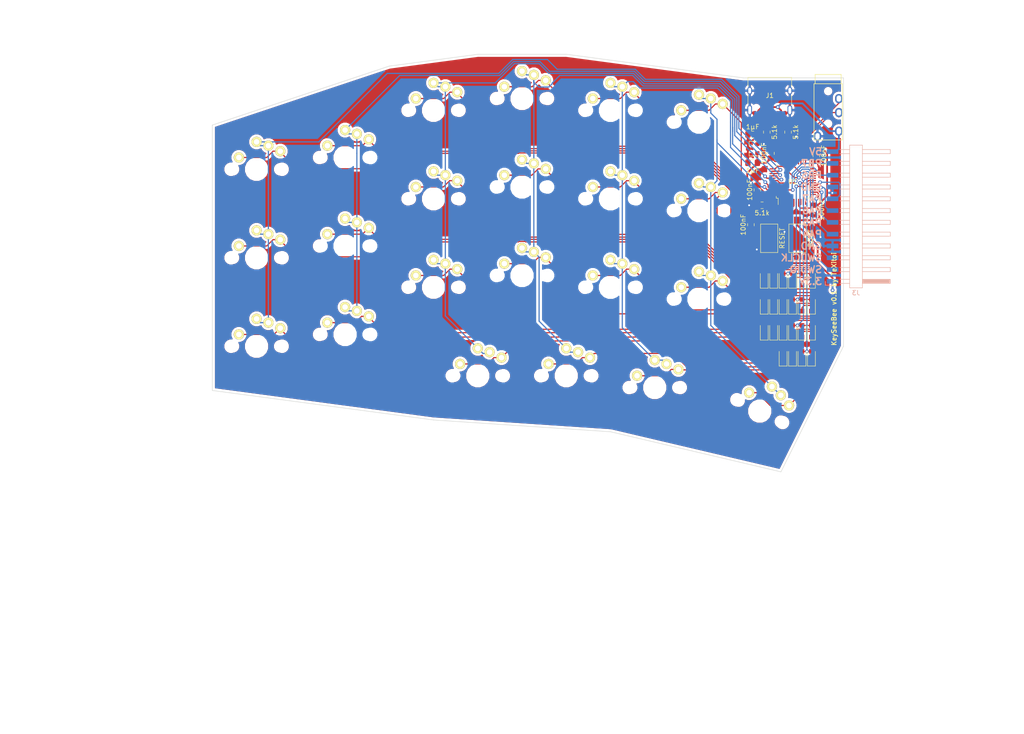
<source format=kicad_pcb>
(kicad_pcb (version 20171130) (host pcbnew 5.0.2+dfsg1-1)

  (general
    (thickness 1.6)
    (drawings 24)
    (tracks 719)
    (zones 0)
    (modules 61)
    (nets 69)
  )

  (page A4)
  (layers
    (0 F.Cu signal)
    (31 B.Cu signal)
    (32 B.Adhes user)
    (33 F.Adhes user)
    (34 B.Paste user)
    (35 F.Paste user)
    (36 B.SilkS user)
    (37 F.SilkS user)
    (38 B.Mask user)
    (39 F.Mask user)
    (40 Dwgs.User user)
    (41 Cmts.User user)
    (42 Eco1.User user)
    (43 Eco2.User user)
    (44 Edge.Cuts user)
    (45 Margin user)
    (46 B.CrtYd user)
    (47 F.CrtYd user)
    (48 B.Fab user)
    (49 F.Fab user)
  )

  (setup
    (last_trace_width 0.25)
    (user_trace_width 0.381)
    (trace_clearance 0.2)
    (zone_clearance 0.508)
    (zone_45_only no)
    (trace_min 0.2)
    (segment_width 0.2)
    (edge_width 0.1)
    (via_size 0.8)
    (via_drill 0.4)
    (via_min_size 0.4)
    (via_min_drill 0.3)
    (uvia_size 0.3)
    (uvia_drill 0.1)
    (uvias_allowed no)
    (uvia_min_size 0.2)
    (uvia_min_drill 0.1)
    (pcb_text_width 0.3)
    (pcb_text_size 1.5 1.5)
    (mod_edge_width 0.15)
    (mod_text_size 1 1)
    (mod_text_width 0.15)
    (pad_size 1.5 1.5)
    (pad_drill 0.6)
    (pad_to_mask_clearance 0)
    (solder_mask_min_width 0.25)
    (aux_axis_origin 0 0)
    (grid_origin 190.5 73.025)
    (visible_elements FFFFFF7F)
    (pcbplotparams
      (layerselection 0x010f0_ffffffff)
      (usegerberextensions true)
      (usegerberattributes false)
      (usegerberadvancedattributes false)
      (creategerberjobfile false)
      (excludeedgelayer true)
      (linewidth 0.100000)
      (plotframeref false)
      (viasonmask false)
      (mode 1)
      (useauxorigin false)
      (hpglpennumber 1)
      (hpglpenspeed 20)
      (hpglpendiameter 15.000000)
      (psnegative false)
      (psa4output false)
      (plotreference true)
      (plotvalue true)
      (plotinvisibletext false)
      (padsonsilk false)
      (subtractmaskfromsilk true)
      (outputformat 1)
      (mirror false)
      (drillshape 0)
      (scaleselection 1)
      (outputdirectory "../../gerbers/v0.1/left/"))
  )

  (net 0 "")
  (net 1 GND)
  (net 2 5V)
  (net 3 "Net-(J1-PadB8)")
  (net 4 "Net-(J1-PadA5)")
  (net 5 D-)
  (net 6 D+)
  (net 7 "Net-(J1-PadA8)")
  (net 8 "Net-(J1-PadB5)")
  (net 9 "Net-(R1-Pad1)")
  (net 10 3.3V)
  (net 11 VBAT)
  (net 12 "Net-(U1-Pad5)")
  (net 13 "Net-(U1-Pad6)")
  (net 14 "Net-(C1-Pad2)")
  (net 15 "Net-(U1-Pad10)")
  (net 16 "Net-(U1-Pad11)")
  (net 17 "Net-(U1-Pad12)")
  (net 18 "Net-(U1-Pad13)")
  (net 19 PA4)
  (net 20 PA5)
  (net 21 PA6)
  (net 22 PA7)
  (net 23 ROW1)
  (net 24 ROW2)
  (net 25 ROW3)
  (net 26 ROW4)
  (net 27 SWDIO)
  (net 28 SWDCLK)
  (net 29 COL1)
  (net 30 COL2)
  (net 31 COL3)
  (net 32 COL4)
  (net 33 PB6)
  (net 34 PB7)
  (net 35 COL5)
  (net 36 COL6)
  (net 37 TX)
  (net 38 RX)
  (net 39 "Net-(U1-Pad2)")
  (net 40 "Net-(U1-Pad3)")
  (net 41 "Net-(U1-Pad4)")
  (net 42 "Net-(U1-Pad22)")
  (net 43 "Net-(U1-Pad26)")
  (net 44 "Net-(U1-Pad27)")
  (net 45 "Net-(U1-Pad28)")
  (net 46 "Net-(U1-Pad29)")
  (net 47 "Net-(D24-Pad1)")
  (net 48 "Net-(D11-Pad1)")
  (net 49 "Net-(D12-Pad1)")
  (net 50 "Net-(D14-Pad1)")
  (net 51 "Net-(D15-Pad1)")
  (net 52 "Net-(D16-Pad1)")
  (net 53 "Net-(D17-Pad1)")
  (net 54 "Net-(D19-Pad1)")
  (net 55 "Net-(D20-Pad1)")
  (net 56 "Net-(D21-Pad1)")
  (net 57 "Net-(D23-Pad1)")
  (net 58 "Net-(D9-Pad1)")
  (net 59 "Net-(D7-Pad1)")
  (net 60 "Net-(D6-Pad1)")
  (net 61 "Net-(D5-Pad1)")
  (net 62 "Net-(D25-Pad1)")
  (net 63 "Net-(D26-Pad1)")
  (net 64 "Net-(D33-Pad1)")
  (net 65 "Net-(D34-Pad1)")
  (net 66 "Net-(D35-Pad1)")
  (net 67 "Net-(D36-Pad1)")
  (net 68 "Net-(D10-Pad1)")

  (net_class Default "Ceci est la Netclass par défaut."
    (clearance 0.2)
    (trace_width 0.25)
    (via_dia 0.8)
    (via_drill 0.4)
    (uvia_dia 0.3)
    (uvia_drill 0.1)
    (add_net 3.3V)
    (add_net 5V)
    (add_net COL1)
    (add_net COL2)
    (add_net COL3)
    (add_net COL4)
    (add_net COL5)
    (add_net COL6)
    (add_net D+)
    (add_net D-)
    (add_net GND)
    (add_net "Net-(C1-Pad2)")
    (add_net "Net-(D10-Pad1)")
    (add_net "Net-(D11-Pad1)")
    (add_net "Net-(D12-Pad1)")
    (add_net "Net-(D14-Pad1)")
    (add_net "Net-(D15-Pad1)")
    (add_net "Net-(D16-Pad1)")
    (add_net "Net-(D17-Pad1)")
    (add_net "Net-(D19-Pad1)")
    (add_net "Net-(D20-Pad1)")
    (add_net "Net-(D21-Pad1)")
    (add_net "Net-(D23-Pad1)")
    (add_net "Net-(D24-Pad1)")
    (add_net "Net-(D25-Pad1)")
    (add_net "Net-(D26-Pad1)")
    (add_net "Net-(D33-Pad1)")
    (add_net "Net-(D34-Pad1)")
    (add_net "Net-(D35-Pad1)")
    (add_net "Net-(D36-Pad1)")
    (add_net "Net-(D5-Pad1)")
    (add_net "Net-(D6-Pad1)")
    (add_net "Net-(D7-Pad1)")
    (add_net "Net-(D9-Pad1)")
    (add_net "Net-(J1-PadA5)")
    (add_net "Net-(J1-PadA8)")
    (add_net "Net-(J1-PadB5)")
    (add_net "Net-(J1-PadB8)")
    (add_net "Net-(R1-Pad1)")
    (add_net "Net-(U1-Pad10)")
    (add_net "Net-(U1-Pad11)")
    (add_net "Net-(U1-Pad12)")
    (add_net "Net-(U1-Pad13)")
    (add_net "Net-(U1-Pad2)")
    (add_net "Net-(U1-Pad22)")
    (add_net "Net-(U1-Pad26)")
    (add_net "Net-(U1-Pad27)")
    (add_net "Net-(U1-Pad28)")
    (add_net "Net-(U1-Pad29)")
    (add_net "Net-(U1-Pad3)")
    (add_net "Net-(U1-Pad4)")
    (add_net "Net-(U1-Pad5)")
    (add_net "Net-(U1-Pad6)")
    (add_net PA4)
    (add_net PA5)
    (add_net PA6)
    (add_net PA7)
    (add_net PB6)
    (add_net PB7)
    (add_net ROW1)
    (add_net ROW2)
    (add_net ROW3)
    (add_net ROW4)
    (add_net RX)
    (add_net SWDCLK)
    (add_net SWDIO)
    (add_net TX)
    (add_net VBAT)
  )

  (module custom:CherryMX_Choc_1u (layer F.Cu) (tedit 5F2689FC) (tstamp 5F26C501)
    (at 222.631 118.745 333.5)
    (path /5DFEF7E7)
    (fp_text reference SW15 (at 4.6 6 333.5) (layer Dwgs.User) hide
      (effects (font (size 1 1) (thickness 0.15)))
    )
    (fp_text value SW_Push (at -0.5 6 333.5) (layer Dwgs.User) hide
      (effects (font (size 1 1) (thickness 0.15)))
    )
    (fp_line (start -9.525 -9.525) (end 9.525 -9.525) (layer Dwgs.User) (width 0.15))
    (fp_line (start 9.525 -9.525) (end 9.525 9.525) (layer Dwgs.User) (width 0.15))
    (fp_line (start 9.525 9.525) (end -9.525 9.525) (layer Dwgs.User) (width 0.15))
    (fp_line (start -9.525 9.525) (end -9.525 -9.525) (layer Dwgs.User) (width 0.15))
    (fp_line (start -7 -6) (end -7 -7) (layer Dwgs.User) (width 0.15))
    (fp_line (start -7 -7) (end -6 -7) (layer Dwgs.User) (width 0.15))
    (fp_line (start 6 7) (end 7 7) (layer Dwgs.User) (width 0.15))
    (fp_line (start 7 7) (end 7 6) (layer Dwgs.User) (width 0.15))
    (pad 1 thru_hole circle (at 5.1 -3.9 283.5) (size 2.2 2.2) (drill 1.2) (layers *.Cu F.SilkS B.Mask)
      (net 53 "Net-(D17-Pad1)"))
    (pad "" np_thru_hole circle (at 0 0 63.5) (size 4 4) (drill 4) (layers *.Cu *.Mask))
    (pad "" np_thru_hole circle (at -5.5 0 63.5) (size 1.9 1.9) (drill 1.9) (layers *.Cu *.Mask))
    (pad "" np_thru_hole circle (at 5.5 0 63.5) (size 1.9 1.9) (drill 1.9) (layers *.Cu *.Mask))
    (pad 2 thru_hole circle (at 0 -5.9 63.5) (size 2.2 2.2) (drill 1.2) (layers *.Cu F.SilkS B.Mask)
      (net 36 COL6))
    (pad 2 thru_hole circle (at 2.54 -5.08 333.5) (size 2.2 2.2) (drill 1.2) (layers *.Cu F.SilkS B.Mask)
      (net 36 COL6))
    (pad 1 thru_hole circle (at -3.81 -2.54 23.5) (size 2.2 2.2) (drill 1.2) (layers *.Cu F.SilkS B.Mask)
      (net 53 "Net-(D17-Pad1)"))
    (pad "" np_thru_hole circle (at 5.08 0 333.5) (size 1.7 1.7) (drill 1.7) (layers *.Cu *.Mask))
    (pad "" np_thru_hole circle (at -5.08 0 333.5) (size 1.7 1.7) (drill 1.7) (layers *.Cu *.Mask))
  )

  (module custom:CherryMX_Choc_1u (layer F.Cu) (tedit 5F2689FC) (tstamp 5F26C4C5)
    (at 114.3 85.725)
    (path /5DFE63A9)
    (fp_text reference SW4 (at 4.6 6) (layer Dwgs.User) hide
      (effects (font (size 1 1) (thickness 0.15)))
    )
    (fp_text value SW_Push (at -0.5 6) (layer Dwgs.User) hide
      (effects (font (size 1 1) (thickness 0.15)))
    )
    (fp_line (start 7 7) (end 7 6) (layer Dwgs.User) (width 0.15))
    (fp_line (start 6 7) (end 7 7) (layer Dwgs.User) (width 0.15))
    (fp_line (start -7 -7) (end -6 -7) (layer Dwgs.User) (width 0.15))
    (fp_line (start -7 -6) (end -7 -7) (layer Dwgs.User) (width 0.15))
    (fp_line (start -9.525 9.525) (end -9.525 -9.525) (layer Dwgs.User) (width 0.15))
    (fp_line (start 9.525 9.525) (end -9.525 9.525) (layer Dwgs.User) (width 0.15))
    (fp_line (start 9.525 -9.525) (end 9.525 9.525) (layer Dwgs.User) (width 0.15))
    (fp_line (start -9.525 -9.525) (end 9.525 -9.525) (layer Dwgs.User) (width 0.15))
    (pad "" np_thru_hole circle (at -5.08 0) (size 1.7 1.7) (drill 1.7) (layers *.Cu *.Mask))
    (pad "" np_thru_hole circle (at 5.08 0) (size 1.7 1.7) (drill 1.7) (layers *.Cu *.Mask))
    (pad 1 thru_hole circle (at -3.81 -2.54 50) (size 2.2 2.2) (drill 1.2) (layers *.Cu F.SilkS B.Mask)
      (net 60 "Net-(D6-Pad1)"))
    (pad 2 thru_hole circle (at 2.54 -5.08) (size 2.2 2.2) (drill 1.2) (layers *.Cu F.SilkS B.Mask)
      (net 29 COL1))
    (pad 2 thru_hole circle (at 0 -5.9 90) (size 2.2 2.2) (drill 1.2) (layers *.Cu F.SilkS B.Mask)
      (net 29 COL1))
    (pad "" np_thru_hole circle (at 5.5 0 90) (size 1.9 1.9) (drill 1.9) (layers *.Cu *.Mask))
    (pad "" np_thru_hole circle (at -5.5 0 90) (size 1.9 1.9) (drill 1.9) (layers *.Cu *.Mask))
    (pad "" np_thru_hole circle (at 0 0 90) (size 4 4) (drill 4) (layers *.Cu *.Mask))
    (pad 1 thru_hole circle (at 5.1 -3.9 310) (size 2.2 2.2) (drill 1.2) (layers *.Cu F.SilkS B.Mask)
      (net 60 "Net-(D6-Pad1)"))
  )

  (module custom:CherryMX_Choc_1u (layer F.Cu) (tedit 5F2689FC) (tstamp 5F26C4B1)
    (at 114.3 104.775)
    (path /5DFE637F)
    (fp_text reference SW5 (at 4.6 6) (layer Dwgs.User) hide
      (effects (font (size 1 1) (thickness 0.15)))
    )
    (fp_text value SW_Push (at -0.5 6) (layer Dwgs.User) hide
      (effects (font (size 1 1) (thickness 0.15)))
    )
    (fp_line (start -9.525 -9.525) (end 9.525 -9.525) (layer Dwgs.User) (width 0.15))
    (fp_line (start 9.525 -9.525) (end 9.525 9.525) (layer Dwgs.User) (width 0.15))
    (fp_line (start 9.525 9.525) (end -9.525 9.525) (layer Dwgs.User) (width 0.15))
    (fp_line (start -9.525 9.525) (end -9.525 -9.525) (layer Dwgs.User) (width 0.15))
    (fp_line (start -7 -6) (end -7 -7) (layer Dwgs.User) (width 0.15))
    (fp_line (start -7 -7) (end -6 -7) (layer Dwgs.User) (width 0.15))
    (fp_line (start 6 7) (end 7 7) (layer Dwgs.User) (width 0.15))
    (fp_line (start 7 7) (end 7 6) (layer Dwgs.User) (width 0.15))
    (pad 1 thru_hole circle (at 5.1 -3.9 310) (size 2.2 2.2) (drill 1.2) (layers *.Cu F.SilkS B.Mask)
      (net 59 "Net-(D7-Pad1)"))
    (pad "" np_thru_hole circle (at 0 0 90) (size 4 4) (drill 4) (layers *.Cu *.Mask))
    (pad "" np_thru_hole circle (at -5.5 0 90) (size 1.9 1.9) (drill 1.9) (layers *.Cu *.Mask))
    (pad "" np_thru_hole circle (at 5.5 0 90) (size 1.9 1.9) (drill 1.9) (layers *.Cu *.Mask))
    (pad 2 thru_hole circle (at 0 -5.9 90) (size 2.2 2.2) (drill 1.2) (layers *.Cu F.SilkS B.Mask)
      (net 29 COL1))
    (pad 2 thru_hole circle (at 2.54 -5.08) (size 2.2 2.2) (drill 1.2) (layers *.Cu F.SilkS B.Mask)
      (net 29 COL1))
    (pad 1 thru_hole circle (at -3.81 -2.54 50) (size 2.2 2.2) (drill 1.2) (layers *.Cu F.SilkS B.Mask)
      (net 59 "Net-(D7-Pad1)"))
    (pad "" np_thru_hole circle (at 5.08 0) (size 1.7 1.7) (drill 1.7) (layers *.Cu *.Mask))
    (pad "" np_thru_hole circle (at -5.08 0) (size 1.7 1.7) (drill 1.7) (layers *.Cu *.Mask))
  )

  (module custom:CherryMX_Choc_1u (layer F.Cu) (tedit 5F2689FC) (tstamp 5F26C49D)
    (at 152.4 53.975)
    (path /5DF62207)
    (fp_text reference SW7 (at 4.6 6) (layer Dwgs.User) hide
      (effects (font (size 1 1) (thickness 0.15)))
    )
    (fp_text value SW_Push (at -0.5 6) (layer Dwgs.User) hide
      (effects (font (size 1 1) (thickness 0.15)))
    )
    (fp_line (start 7 7) (end 7 6) (layer Dwgs.User) (width 0.15))
    (fp_line (start 6 7) (end 7 7) (layer Dwgs.User) (width 0.15))
    (fp_line (start -7 -7) (end -6 -7) (layer Dwgs.User) (width 0.15))
    (fp_line (start -7 -6) (end -7 -7) (layer Dwgs.User) (width 0.15))
    (fp_line (start -9.525 9.525) (end -9.525 -9.525) (layer Dwgs.User) (width 0.15))
    (fp_line (start 9.525 9.525) (end -9.525 9.525) (layer Dwgs.User) (width 0.15))
    (fp_line (start 9.525 -9.525) (end 9.525 9.525) (layer Dwgs.User) (width 0.15))
    (fp_line (start -9.525 -9.525) (end 9.525 -9.525) (layer Dwgs.User) (width 0.15))
    (pad "" np_thru_hole circle (at -5.08 0) (size 1.7 1.7) (drill 1.7) (layers *.Cu *.Mask))
    (pad "" np_thru_hole circle (at 5.08 0) (size 1.7 1.7) (drill 1.7) (layers *.Cu *.Mask))
    (pad 1 thru_hole circle (at -3.81 -2.54 50) (size 2.2 2.2) (drill 1.2) (layers *.Cu F.SilkS B.Mask)
      (net 58 "Net-(D9-Pad1)"))
    (pad 2 thru_hole circle (at 2.54 -5.08) (size 2.2 2.2) (drill 1.2) (layers *.Cu F.SilkS B.Mask)
      (net 31 COL3))
    (pad 2 thru_hole circle (at 0 -5.9 90) (size 2.2 2.2) (drill 1.2) (layers *.Cu F.SilkS B.Mask)
      (net 31 COL3))
    (pad "" np_thru_hole circle (at 5.5 0 90) (size 1.9 1.9) (drill 1.9) (layers *.Cu *.Mask))
    (pad "" np_thru_hole circle (at -5.5 0 90) (size 1.9 1.9) (drill 1.9) (layers *.Cu *.Mask))
    (pad "" np_thru_hole circle (at 0 0 90) (size 4 4) (drill 4) (layers *.Cu *.Mask))
    (pad 1 thru_hole circle (at 5.1 -3.9 310) (size 2.2 2.2) (drill 1.2) (layers *.Cu F.SilkS B.Mask)
      (net 58 "Net-(D9-Pad1)"))
  )

  (module custom:CherryMX_Choc_1u (layer F.Cu) (tedit 5F2689FC) (tstamp 5F26C489)
    (at 209.55 75.565)
    (path /5DFEF803)
    (fp_text reference SW13 (at 4.6 6) (layer Dwgs.User) hide
      (effects (font (size 1 1) (thickness 0.15)))
    )
    (fp_text value SW_Push (at -0.5 6) (layer Dwgs.User) hide
      (effects (font (size 1 1) (thickness 0.15)))
    )
    (fp_line (start -9.525 -9.525) (end 9.525 -9.525) (layer Dwgs.User) (width 0.15))
    (fp_line (start 9.525 -9.525) (end 9.525 9.525) (layer Dwgs.User) (width 0.15))
    (fp_line (start 9.525 9.525) (end -9.525 9.525) (layer Dwgs.User) (width 0.15))
    (fp_line (start -9.525 9.525) (end -9.525 -9.525) (layer Dwgs.User) (width 0.15))
    (fp_line (start -7 -6) (end -7 -7) (layer Dwgs.User) (width 0.15))
    (fp_line (start -7 -7) (end -6 -7) (layer Dwgs.User) (width 0.15))
    (fp_line (start 6 7) (end 7 7) (layer Dwgs.User) (width 0.15))
    (fp_line (start 7 7) (end 7 6) (layer Dwgs.User) (width 0.15))
    (pad 1 thru_hole circle (at 5.1 -3.9 310) (size 2.2 2.2) (drill 1.2) (layers *.Cu F.SilkS B.Mask)
      (net 51 "Net-(D15-Pad1)"))
    (pad "" np_thru_hole circle (at 0 0 90) (size 4 4) (drill 4) (layers *.Cu *.Mask))
    (pad "" np_thru_hole circle (at -5.5 0 90) (size 1.9 1.9) (drill 1.9) (layers *.Cu *.Mask))
    (pad "" np_thru_hole circle (at 5.5 0 90) (size 1.9 1.9) (drill 1.9) (layers *.Cu *.Mask))
    (pad 2 thru_hole circle (at 0 -5.9 90) (size 2.2 2.2) (drill 1.2) (layers *.Cu F.SilkS B.Mask)
      (net 36 COL6))
    (pad 2 thru_hole circle (at 2.54 -5.08) (size 2.2 2.2) (drill 1.2) (layers *.Cu F.SilkS B.Mask)
      (net 36 COL6))
    (pad 1 thru_hole circle (at -3.81 -2.54 50) (size 2.2 2.2) (drill 1.2) (layers *.Cu F.SilkS B.Mask)
      (net 51 "Net-(D15-Pad1)"))
    (pad "" np_thru_hole circle (at 5.08 0) (size 1.7 1.7) (drill 1.7) (layers *.Cu *.Mask))
    (pad "" np_thru_hole circle (at -5.08 0) (size 1.7 1.7) (drill 1.7) (layers *.Cu *.Mask))
  )

  (module custom:CherryMX_Choc_1u (layer F.Cu) (tedit 5F2689FC) (tstamp 5F26C475)
    (at 152.4 73.025)
    (path /5DF621F9)
    (fp_text reference SW8 (at 4.6 6) (layer Dwgs.User) hide
      (effects (font (size 1 1) (thickness 0.15)))
    )
    (fp_text value SW_Push (at -0.5 6) (layer Dwgs.User) hide
      (effects (font (size 1 1) (thickness 0.15)))
    )
    (fp_line (start 7 7) (end 7 6) (layer Dwgs.User) (width 0.15))
    (fp_line (start 6 7) (end 7 7) (layer Dwgs.User) (width 0.15))
    (fp_line (start -7 -7) (end -6 -7) (layer Dwgs.User) (width 0.15))
    (fp_line (start -7 -6) (end -7 -7) (layer Dwgs.User) (width 0.15))
    (fp_line (start -9.525 9.525) (end -9.525 -9.525) (layer Dwgs.User) (width 0.15))
    (fp_line (start 9.525 9.525) (end -9.525 9.525) (layer Dwgs.User) (width 0.15))
    (fp_line (start 9.525 -9.525) (end 9.525 9.525) (layer Dwgs.User) (width 0.15))
    (fp_line (start -9.525 -9.525) (end 9.525 -9.525) (layer Dwgs.User) (width 0.15))
    (pad "" np_thru_hole circle (at -5.08 0) (size 1.7 1.7) (drill 1.7) (layers *.Cu *.Mask))
    (pad "" np_thru_hole circle (at 5.08 0) (size 1.7 1.7) (drill 1.7) (layers *.Cu *.Mask))
    (pad 1 thru_hole circle (at -3.81 -2.54 50) (size 2.2 2.2) (drill 1.2) (layers *.Cu F.SilkS B.Mask)
      (net 68 "Net-(D10-Pad1)"))
    (pad 2 thru_hole circle (at 2.54 -5.08) (size 2.2 2.2) (drill 1.2) (layers *.Cu F.SilkS B.Mask)
      (net 31 COL3))
    (pad 2 thru_hole circle (at 0 -5.9 90) (size 2.2 2.2) (drill 1.2) (layers *.Cu F.SilkS B.Mask)
      (net 31 COL3))
    (pad "" np_thru_hole circle (at 5.5 0 90) (size 1.9 1.9) (drill 1.9) (layers *.Cu *.Mask))
    (pad "" np_thru_hole circle (at -5.5 0 90) (size 1.9 1.9) (drill 1.9) (layers *.Cu *.Mask))
    (pad "" np_thru_hole circle (at 0 0 90) (size 4 4) (drill 4) (layers *.Cu *.Mask))
    (pad 1 thru_hole circle (at 5.1 -3.9 310) (size 2.2 2.2) (drill 1.2) (layers *.Cu F.SilkS B.Mask)
      (net 68 "Net-(D10-Pad1)"))
  )

  (module custom:CherryMX_Choc_1u (layer F.Cu) (tedit 5F2689FC) (tstamp 5F26C461)
    (at 152.4 92.075)
    (path /5DF621CF)
    (fp_text reference SW9 (at 4.6 6) (layer Dwgs.User) hide
      (effects (font (size 1 1) (thickness 0.15)))
    )
    (fp_text value SW_Push (at -0.5 6) (layer Dwgs.User) hide
      (effects (font (size 1 1) (thickness 0.15)))
    )
    (fp_line (start -9.525 -9.525) (end 9.525 -9.525) (layer Dwgs.User) (width 0.15))
    (fp_line (start 9.525 -9.525) (end 9.525 9.525) (layer Dwgs.User) (width 0.15))
    (fp_line (start 9.525 9.525) (end -9.525 9.525) (layer Dwgs.User) (width 0.15))
    (fp_line (start -9.525 9.525) (end -9.525 -9.525) (layer Dwgs.User) (width 0.15))
    (fp_line (start -7 -6) (end -7 -7) (layer Dwgs.User) (width 0.15))
    (fp_line (start -7 -7) (end -6 -7) (layer Dwgs.User) (width 0.15))
    (fp_line (start 6 7) (end 7 7) (layer Dwgs.User) (width 0.15))
    (fp_line (start 7 7) (end 7 6) (layer Dwgs.User) (width 0.15))
    (pad 1 thru_hole circle (at 5.1 -3.9 310) (size 2.2 2.2) (drill 1.2) (layers *.Cu F.SilkS B.Mask)
      (net 48 "Net-(D11-Pad1)"))
    (pad "" np_thru_hole circle (at 0 0 90) (size 4 4) (drill 4) (layers *.Cu *.Mask))
    (pad "" np_thru_hole circle (at -5.5 0 90) (size 1.9 1.9) (drill 1.9) (layers *.Cu *.Mask))
    (pad "" np_thru_hole circle (at 5.5 0 90) (size 1.9 1.9) (drill 1.9) (layers *.Cu *.Mask))
    (pad 2 thru_hole circle (at 0 -5.9 90) (size 2.2 2.2) (drill 1.2) (layers *.Cu F.SilkS B.Mask)
      (net 31 COL3))
    (pad 2 thru_hole circle (at 2.54 -5.08) (size 2.2 2.2) (drill 1.2) (layers *.Cu F.SilkS B.Mask)
      (net 31 COL3))
    (pad 1 thru_hole circle (at -3.81 -2.54 50) (size 2.2 2.2) (drill 1.2) (layers *.Cu F.SilkS B.Mask)
      (net 48 "Net-(D11-Pad1)"))
    (pad "" np_thru_hole circle (at 5.08 0) (size 1.7 1.7) (drill 1.7) (layers *.Cu *.Mask))
    (pad "" np_thru_hole circle (at -5.08 0) (size 1.7 1.7) (drill 1.7) (layers *.Cu *.Mask))
  )

  (module custom:CherryMX_Choc_1u (layer F.Cu) (tedit 5F2689FC) (tstamp 5F26C44D)
    (at 161.925 111.125)
    (path /5DF621DD)
    (fp_text reference SW10 (at 4.6 6) (layer Dwgs.User) hide
      (effects (font (size 1 1) (thickness 0.15)))
    )
    (fp_text value SW_Push (at -0.5 6) (layer Dwgs.User) hide
      (effects (font (size 1 1) (thickness 0.15)))
    )
    (fp_line (start 7 7) (end 7 6) (layer Dwgs.User) (width 0.15))
    (fp_line (start 6 7) (end 7 7) (layer Dwgs.User) (width 0.15))
    (fp_line (start -7 -7) (end -6 -7) (layer Dwgs.User) (width 0.15))
    (fp_line (start -7 -6) (end -7 -7) (layer Dwgs.User) (width 0.15))
    (fp_line (start -9.525 9.525) (end -9.525 -9.525) (layer Dwgs.User) (width 0.15))
    (fp_line (start 9.525 9.525) (end -9.525 9.525) (layer Dwgs.User) (width 0.15))
    (fp_line (start 9.525 -9.525) (end 9.525 9.525) (layer Dwgs.User) (width 0.15))
    (fp_line (start -9.525 -9.525) (end 9.525 -9.525) (layer Dwgs.User) (width 0.15))
    (pad "" np_thru_hole circle (at -5.08 0) (size 1.7 1.7) (drill 1.7) (layers *.Cu *.Mask))
    (pad "" np_thru_hole circle (at 5.08 0) (size 1.7 1.7) (drill 1.7) (layers *.Cu *.Mask))
    (pad 1 thru_hole circle (at -3.81 -2.54 50) (size 2.2 2.2) (drill 1.2) (layers *.Cu F.SilkS B.Mask)
      (net 49 "Net-(D12-Pad1)"))
    (pad 2 thru_hole circle (at 2.54 -5.08) (size 2.2 2.2) (drill 1.2) (layers *.Cu F.SilkS B.Mask)
      (net 31 COL3))
    (pad 2 thru_hole circle (at 0 -5.9 90) (size 2.2 2.2) (drill 1.2) (layers *.Cu F.SilkS B.Mask)
      (net 31 COL3))
    (pad "" np_thru_hole circle (at 5.5 0 90) (size 1.9 1.9) (drill 1.9) (layers *.Cu *.Mask))
    (pad "" np_thru_hole circle (at -5.5 0 90) (size 1.9 1.9) (drill 1.9) (layers *.Cu *.Mask))
    (pad "" np_thru_hole circle (at 0 0 90) (size 4 4) (drill 4) (layers *.Cu *.Mask))
    (pad 1 thru_hole circle (at 5.1 -3.9 310) (size 2.2 2.2) (drill 1.2) (layers *.Cu F.SilkS B.Mask)
      (net 49 "Net-(D12-Pad1)"))
  )

  (module custom:CherryMX_Choc_1u (layer F.Cu) (tedit 5F2689FC) (tstamp 5F26C439)
    (at 209.55 56.515)
    (path /5DFEF811)
    (fp_text reference SW12 (at 4.6 6) (layer Dwgs.User) hide
      (effects (font (size 1 1) (thickness 0.15)))
    )
    (fp_text value SW_Push (at -0.5 6) (layer Dwgs.User) hide
      (effects (font (size 1 1) (thickness 0.15)))
    )
    (fp_line (start -9.525 -9.525) (end 9.525 -9.525) (layer Dwgs.User) (width 0.15))
    (fp_line (start 9.525 -9.525) (end 9.525 9.525) (layer Dwgs.User) (width 0.15))
    (fp_line (start 9.525 9.525) (end -9.525 9.525) (layer Dwgs.User) (width 0.15))
    (fp_line (start -9.525 9.525) (end -9.525 -9.525) (layer Dwgs.User) (width 0.15))
    (fp_line (start -7 -6) (end -7 -7) (layer Dwgs.User) (width 0.15))
    (fp_line (start -7 -7) (end -6 -7) (layer Dwgs.User) (width 0.15))
    (fp_line (start 6 7) (end 7 7) (layer Dwgs.User) (width 0.15))
    (fp_line (start 7 7) (end 7 6) (layer Dwgs.User) (width 0.15))
    (pad 1 thru_hole circle (at 5.1 -3.9 310) (size 2.2 2.2) (drill 1.2) (layers *.Cu F.SilkS B.Mask)
      (net 50 "Net-(D14-Pad1)"))
    (pad "" np_thru_hole circle (at 0 0 90) (size 4 4) (drill 4) (layers *.Cu *.Mask))
    (pad "" np_thru_hole circle (at -5.5 0 90) (size 1.9 1.9) (drill 1.9) (layers *.Cu *.Mask))
    (pad "" np_thru_hole circle (at 5.5 0 90) (size 1.9 1.9) (drill 1.9) (layers *.Cu *.Mask))
    (pad 2 thru_hole circle (at 0 -5.9 90) (size 2.2 2.2) (drill 1.2) (layers *.Cu F.SilkS B.Mask)
      (net 36 COL6))
    (pad 2 thru_hole circle (at 2.54 -5.08) (size 2.2 2.2) (drill 1.2) (layers *.Cu F.SilkS B.Mask)
      (net 36 COL6))
    (pad 1 thru_hole circle (at -3.81 -2.54 50) (size 2.2 2.2) (drill 1.2) (layers *.Cu F.SilkS B.Mask)
      (net 50 "Net-(D14-Pad1)"))
    (pad "" np_thru_hole circle (at 5.08 0) (size 1.7 1.7) (drill 1.7) (layers *.Cu *.Mask))
    (pad "" np_thru_hole circle (at -5.08 0) (size 1.7 1.7) (drill 1.7) (layers *.Cu *.Mask))
  )

  (module custom:CherryMX_Choc_1u (layer F.Cu) (tedit 5F2689FC) (tstamp 5F26C425)
    (at 209.55 94.615)
    (path /5DFEF7D9)
    (fp_text reference SW14 (at 4.6 6) (layer Dwgs.User) hide
      (effects (font (size 1 1) (thickness 0.15)))
    )
    (fp_text value SW_Push (at -0.5 6) (layer Dwgs.User) hide
      (effects (font (size 1 1) (thickness 0.15)))
    )
    (fp_line (start 7 7) (end 7 6) (layer Dwgs.User) (width 0.15))
    (fp_line (start 6 7) (end 7 7) (layer Dwgs.User) (width 0.15))
    (fp_line (start -7 -7) (end -6 -7) (layer Dwgs.User) (width 0.15))
    (fp_line (start -7 -6) (end -7 -7) (layer Dwgs.User) (width 0.15))
    (fp_line (start -9.525 9.525) (end -9.525 -9.525) (layer Dwgs.User) (width 0.15))
    (fp_line (start 9.525 9.525) (end -9.525 9.525) (layer Dwgs.User) (width 0.15))
    (fp_line (start 9.525 -9.525) (end 9.525 9.525) (layer Dwgs.User) (width 0.15))
    (fp_line (start -9.525 -9.525) (end 9.525 -9.525) (layer Dwgs.User) (width 0.15))
    (pad "" np_thru_hole circle (at -5.08 0) (size 1.7 1.7) (drill 1.7) (layers *.Cu *.Mask))
    (pad "" np_thru_hole circle (at 5.08 0) (size 1.7 1.7) (drill 1.7) (layers *.Cu *.Mask))
    (pad 1 thru_hole circle (at -3.81 -2.54 50) (size 2.2 2.2) (drill 1.2) (layers *.Cu F.SilkS B.Mask)
      (net 52 "Net-(D16-Pad1)"))
    (pad 2 thru_hole circle (at 2.54 -5.08) (size 2.2 2.2) (drill 1.2) (layers *.Cu F.SilkS B.Mask)
      (net 36 COL6))
    (pad 2 thru_hole circle (at 0 -5.9 90) (size 2.2 2.2) (drill 1.2) (layers *.Cu F.SilkS B.Mask)
      (net 36 COL6))
    (pad "" np_thru_hole circle (at 5.5 0 90) (size 1.9 1.9) (drill 1.9) (layers *.Cu *.Mask))
    (pad "" np_thru_hole circle (at -5.5 0 90) (size 1.9 1.9) (drill 1.9) (layers *.Cu *.Mask))
    (pad "" np_thru_hole circle (at 0 0 90) (size 4 4) (drill 4) (layers *.Cu *.Mask))
    (pad 1 thru_hole circle (at 5.1 -3.9 310) (size 2.2 2.2) (drill 1.2) (layers *.Cu F.SilkS B.Mask)
      (net 52 "Net-(D16-Pad1)"))
  )

  (module custom:CherryMX_Choc_1u (layer F.Cu) (tedit 5F2689FC) (tstamp 5F26C411)
    (at 133.35 64.135)
    (path /5DFE640A)
    (fp_text reference SW17 (at 4.6 6) (layer Dwgs.User) hide
      (effects (font (size 1 1) (thickness 0.15)))
    )
    (fp_text value SW_Push (at -0.5 6) (layer Dwgs.User) hide
      (effects (font (size 1 1) (thickness 0.15)))
    )
    (fp_line (start -9.525 -9.525) (end 9.525 -9.525) (layer Dwgs.User) (width 0.15))
    (fp_line (start 9.525 -9.525) (end 9.525 9.525) (layer Dwgs.User) (width 0.15))
    (fp_line (start 9.525 9.525) (end -9.525 9.525) (layer Dwgs.User) (width 0.15))
    (fp_line (start -9.525 9.525) (end -9.525 -9.525) (layer Dwgs.User) (width 0.15))
    (fp_line (start -7 -6) (end -7 -7) (layer Dwgs.User) (width 0.15))
    (fp_line (start -7 -7) (end -6 -7) (layer Dwgs.User) (width 0.15))
    (fp_line (start 6 7) (end 7 7) (layer Dwgs.User) (width 0.15))
    (fp_line (start 7 7) (end 7 6) (layer Dwgs.User) (width 0.15))
    (pad 1 thru_hole circle (at 5.1 -3.9 310) (size 2.2 2.2) (drill 1.2) (layers *.Cu F.SilkS B.Mask)
      (net 54 "Net-(D19-Pad1)"))
    (pad "" np_thru_hole circle (at 0 0 90) (size 4 4) (drill 4) (layers *.Cu *.Mask))
    (pad "" np_thru_hole circle (at -5.5 0 90) (size 1.9 1.9) (drill 1.9) (layers *.Cu *.Mask))
    (pad "" np_thru_hole circle (at 5.5 0 90) (size 1.9 1.9) (drill 1.9) (layers *.Cu *.Mask))
    (pad 2 thru_hole circle (at 0 -5.9 90) (size 2.2 2.2) (drill 1.2) (layers *.Cu F.SilkS B.Mask)
      (net 30 COL2))
    (pad 2 thru_hole circle (at 2.54 -5.08) (size 2.2 2.2) (drill 1.2) (layers *.Cu F.SilkS B.Mask)
      (net 30 COL2))
    (pad 1 thru_hole circle (at -3.81 -2.54 50) (size 2.2 2.2) (drill 1.2) (layers *.Cu F.SilkS B.Mask)
      (net 54 "Net-(D19-Pad1)"))
    (pad "" np_thru_hole circle (at 5.08 0) (size 1.7 1.7) (drill 1.7) (layers *.Cu *.Mask))
    (pad "" np_thru_hole circle (at -5.08 0) (size 1.7 1.7) (drill 1.7) (layers *.Cu *.Mask))
  )

  (module custom:CherryMX_Choc_1u (layer F.Cu) (tedit 5F2689FC) (tstamp 5F26C3FD)
    (at 133.35 83.185)
    (path /5DFE63FC)
    (fp_text reference SW18 (at 4.6 6) (layer Dwgs.User) hide
      (effects (font (size 1 1) (thickness 0.15)))
    )
    (fp_text value SW_Push (at -0.5 6) (layer Dwgs.User) hide
      (effects (font (size 1 1) (thickness 0.15)))
    )
    (fp_line (start 7 7) (end 7 6) (layer Dwgs.User) (width 0.15))
    (fp_line (start 6 7) (end 7 7) (layer Dwgs.User) (width 0.15))
    (fp_line (start -7 -7) (end -6 -7) (layer Dwgs.User) (width 0.15))
    (fp_line (start -7 -6) (end -7 -7) (layer Dwgs.User) (width 0.15))
    (fp_line (start -9.525 9.525) (end -9.525 -9.525) (layer Dwgs.User) (width 0.15))
    (fp_line (start 9.525 9.525) (end -9.525 9.525) (layer Dwgs.User) (width 0.15))
    (fp_line (start 9.525 -9.525) (end 9.525 9.525) (layer Dwgs.User) (width 0.15))
    (fp_line (start -9.525 -9.525) (end 9.525 -9.525) (layer Dwgs.User) (width 0.15))
    (pad "" np_thru_hole circle (at -5.08 0) (size 1.7 1.7) (drill 1.7) (layers *.Cu *.Mask))
    (pad "" np_thru_hole circle (at 5.08 0) (size 1.7 1.7) (drill 1.7) (layers *.Cu *.Mask))
    (pad 1 thru_hole circle (at -3.81 -2.54 50) (size 2.2 2.2) (drill 1.2) (layers *.Cu F.SilkS B.Mask)
      (net 55 "Net-(D20-Pad1)"))
    (pad 2 thru_hole circle (at 2.54 -5.08) (size 2.2 2.2) (drill 1.2) (layers *.Cu F.SilkS B.Mask)
      (net 30 COL2))
    (pad 2 thru_hole circle (at 0 -5.9 90) (size 2.2 2.2) (drill 1.2) (layers *.Cu F.SilkS B.Mask)
      (net 30 COL2))
    (pad "" np_thru_hole circle (at 5.5 0 90) (size 1.9 1.9) (drill 1.9) (layers *.Cu *.Mask))
    (pad "" np_thru_hole circle (at -5.5 0 90) (size 1.9 1.9) (drill 1.9) (layers *.Cu *.Mask))
    (pad "" np_thru_hole circle (at 0 0 90) (size 4 4) (drill 4) (layers *.Cu *.Mask))
    (pad 1 thru_hole circle (at 5.1 -3.9 310) (size 2.2 2.2) (drill 1.2) (layers *.Cu F.SilkS B.Mask)
      (net 55 "Net-(D20-Pad1)"))
  )

  (module custom:CherryMX_Choc_1u (layer F.Cu) (tedit 5F2689FC) (tstamp 5F26C3E9)
    (at 133.35 102.235)
    (path /5DFE63D2)
    (fp_text reference SW19 (at 4.6 6) (layer Dwgs.User) hide
      (effects (font (size 1 1) (thickness 0.15)))
    )
    (fp_text value SW_Push (at -0.5 6) (layer Dwgs.User) hide
      (effects (font (size 1 1) (thickness 0.15)))
    )
    (fp_line (start -9.525 -9.525) (end 9.525 -9.525) (layer Dwgs.User) (width 0.15))
    (fp_line (start 9.525 -9.525) (end 9.525 9.525) (layer Dwgs.User) (width 0.15))
    (fp_line (start 9.525 9.525) (end -9.525 9.525) (layer Dwgs.User) (width 0.15))
    (fp_line (start -9.525 9.525) (end -9.525 -9.525) (layer Dwgs.User) (width 0.15))
    (fp_line (start -7 -6) (end -7 -7) (layer Dwgs.User) (width 0.15))
    (fp_line (start -7 -7) (end -6 -7) (layer Dwgs.User) (width 0.15))
    (fp_line (start 6 7) (end 7 7) (layer Dwgs.User) (width 0.15))
    (fp_line (start 7 7) (end 7 6) (layer Dwgs.User) (width 0.15))
    (pad 1 thru_hole circle (at 5.1 -3.9 310) (size 2.2 2.2) (drill 1.2) (layers *.Cu F.SilkS B.Mask)
      (net 56 "Net-(D21-Pad1)"))
    (pad "" np_thru_hole circle (at 0 0 90) (size 4 4) (drill 4) (layers *.Cu *.Mask))
    (pad "" np_thru_hole circle (at -5.5 0 90) (size 1.9 1.9) (drill 1.9) (layers *.Cu *.Mask))
    (pad "" np_thru_hole circle (at 5.5 0 90) (size 1.9 1.9) (drill 1.9) (layers *.Cu *.Mask))
    (pad 2 thru_hole circle (at 0 -5.9 90) (size 2.2 2.2) (drill 1.2) (layers *.Cu F.SilkS B.Mask)
      (net 30 COL2))
    (pad 2 thru_hole circle (at 2.54 -5.08) (size 2.2 2.2) (drill 1.2) (layers *.Cu F.SilkS B.Mask)
      (net 30 COL2))
    (pad 1 thru_hole circle (at -3.81 -2.54 50) (size 2.2 2.2) (drill 1.2) (layers *.Cu F.SilkS B.Mask)
      (net 56 "Net-(D21-Pad1)"))
    (pad "" np_thru_hole circle (at 5.08 0) (size 1.7 1.7) (drill 1.7) (layers *.Cu *.Mask))
    (pad "" np_thru_hole circle (at -5.08 0) (size 1.7 1.7) (drill 1.7) (layers *.Cu *.Mask))
  )

  (module custom:CherryMX_Choc_1u (layer F.Cu) (tedit 5F2689FC) (tstamp 5F26C3D5)
    (at 171.45 51.435)
    (path /5DFE2410)
    (fp_text reference SW21 (at 4.6 6) (layer Dwgs.User) hide
      (effects (font (size 1 1) (thickness 0.15)))
    )
    (fp_text value SW_Push (at -0.5 6) (layer Dwgs.User) hide
      (effects (font (size 1 1) (thickness 0.15)))
    )
    (fp_line (start 7 7) (end 7 6) (layer Dwgs.User) (width 0.15))
    (fp_line (start 6 7) (end 7 7) (layer Dwgs.User) (width 0.15))
    (fp_line (start -7 -7) (end -6 -7) (layer Dwgs.User) (width 0.15))
    (fp_line (start -7 -6) (end -7 -7) (layer Dwgs.User) (width 0.15))
    (fp_line (start -9.525 9.525) (end -9.525 -9.525) (layer Dwgs.User) (width 0.15))
    (fp_line (start 9.525 9.525) (end -9.525 9.525) (layer Dwgs.User) (width 0.15))
    (fp_line (start 9.525 -9.525) (end 9.525 9.525) (layer Dwgs.User) (width 0.15))
    (fp_line (start -9.525 -9.525) (end 9.525 -9.525) (layer Dwgs.User) (width 0.15))
    (pad "" np_thru_hole circle (at -5.08 0) (size 1.7 1.7) (drill 1.7) (layers *.Cu *.Mask))
    (pad "" np_thru_hole circle (at 5.08 0) (size 1.7 1.7) (drill 1.7) (layers *.Cu *.Mask))
    (pad 1 thru_hole circle (at -3.81 -2.54 50) (size 2.2 2.2) (drill 1.2) (layers *.Cu F.SilkS B.Mask)
      (net 57 "Net-(D23-Pad1)"))
    (pad 2 thru_hole circle (at 2.54 -5.08) (size 2.2 2.2) (drill 1.2) (layers *.Cu F.SilkS B.Mask)
      (net 32 COL4))
    (pad 2 thru_hole circle (at 0 -5.9 90) (size 2.2 2.2) (drill 1.2) (layers *.Cu F.SilkS B.Mask)
      (net 32 COL4))
    (pad "" np_thru_hole circle (at 5.5 0 90) (size 1.9 1.9) (drill 1.9) (layers *.Cu *.Mask))
    (pad "" np_thru_hole circle (at -5.5 0 90) (size 1.9 1.9) (drill 1.9) (layers *.Cu *.Mask))
    (pad "" np_thru_hole circle (at 0 0 90) (size 4 4) (drill 4) (layers *.Cu *.Mask))
    (pad 1 thru_hole circle (at 5.1 -3.9 310) (size 2.2 2.2) (drill 1.2) (layers *.Cu F.SilkS B.Mask)
      (net 57 "Net-(D23-Pad1)"))
  )

  (module custom:CherryMX_Choc_1u (layer F.Cu) (tedit 5F2689FC) (tstamp 5F26C3C1)
    (at 171.45 70.485)
    (path /5DFE2402)
    (fp_text reference SW22 (at 4.6 6) (layer Dwgs.User) hide
      (effects (font (size 1 1) (thickness 0.15)))
    )
    (fp_text value SW_Push (at -0.5 6) (layer Dwgs.User) hide
      (effects (font (size 1 1) (thickness 0.15)))
    )
    (fp_line (start -9.525 -9.525) (end 9.525 -9.525) (layer Dwgs.User) (width 0.15))
    (fp_line (start 9.525 -9.525) (end 9.525 9.525) (layer Dwgs.User) (width 0.15))
    (fp_line (start 9.525 9.525) (end -9.525 9.525) (layer Dwgs.User) (width 0.15))
    (fp_line (start -9.525 9.525) (end -9.525 -9.525) (layer Dwgs.User) (width 0.15))
    (fp_line (start -7 -6) (end -7 -7) (layer Dwgs.User) (width 0.15))
    (fp_line (start -7 -7) (end -6 -7) (layer Dwgs.User) (width 0.15))
    (fp_line (start 6 7) (end 7 7) (layer Dwgs.User) (width 0.15))
    (fp_line (start 7 7) (end 7 6) (layer Dwgs.User) (width 0.15))
    (pad 1 thru_hole circle (at 5.1 -3.9 310) (size 2.2 2.2) (drill 1.2) (layers *.Cu F.SilkS B.Mask)
      (net 47 "Net-(D24-Pad1)"))
    (pad "" np_thru_hole circle (at 0 0 90) (size 4 4) (drill 4) (layers *.Cu *.Mask))
    (pad "" np_thru_hole circle (at -5.5 0 90) (size 1.9 1.9) (drill 1.9) (layers *.Cu *.Mask))
    (pad "" np_thru_hole circle (at 5.5 0 90) (size 1.9 1.9) (drill 1.9) (layers *.Cu *.Mask))
    (pad 2 thru_hole circle (at 0 -5.9 90) (size 2.2 2.2) (drill 1.2) (layers *.Cu F.SilkS B.Mask)
      (net 32 COL4))
    (pad 2 thru_hole circle (at 2.54 -5.08) (size 2.2 2.2) (drill 1.2) (layers *.Cu F.SilkS B.Mask)
      (net 32 COL4))
    (pad 1 thru_hole circle (at -3.81 -2.54 50) (size 2.2 2.2) (drill 1.2) (layers *.Cu F.SilkS B.Mask)
      (net 47 "Net-(D24-Pad1)"))
    (pad "" np_thru_hole circle (at 5.08 0) (size 1.7 1.7) (drill 1.7) (layers *.Cu *.Mask))
    (pad "" np_thru_hole circle (at -5.08 0) (size 1.7 1.7) (drill 1.7) (layers *.Cu *.Mask))
  )

  (module custom:CherryMX_Choc_1u (layer F.Cu) (tedit 5F2689FC) (tstamp 5F26C3AD)
    (at 171.45 89.535)
    (path /5DFE23D8)
    (fp_text reference SW23 (at 4.6 6) (layer Dwgs.User) hide
      (effects (font (size 1 1) (thickness 0.15)))
    )
    (fp_text value SW_Push (at -0.5 6) (layer Dwgs.User) hide
      (effects (font (size 1 1) (thickness 0.15)))
    )
    (fp_line (start 7 7) (end 7 6) (layer Dwgs.User) (width 0.15))
    (fp_line (start 6 7) (end 7 7) (layer Dwgs.User) (width 0.15))
    (fp_line (start -7 -7) (end -6 -7) (layer Dwgs.User) (width 0.15))
    (fp_line (start -7 -6) (end -7 -7) (layer Dwgs.User) (width 0.15))
    (fp_line (start -9.525 9.525) (end -9.525 -9.525) (layer Dwgs.User) (width 0.15))
    (fp_line (start 9.525 9.525) (end -9.525 9.525) (layer Dwgs.User) (width 0.15))
    (fp_line (start 9.525 -9.525) (end 9.525 9.525) (layer Dwgs.User) (width 0.15))
    (fp_line (start -9.525 -9.525) (end 9.525 -9.525) (layer Dwgs.User) (width 0.15))
    (pad "" np_thru_hole circle (at -5.08 0) (size 1.7 1.7) (drill 1.7) (layers *.Cu *.Mask))
    (pad "" np_thru_hole circle (at 5.08 0) (size 1.7 1.7) (drill 1.7) (layers *.Cu *.Mask))
    (pad 1 thru_hole circle (at -3.81 -2.54 50) (size 2.2 2.2) (drill 1.2) (layers *.Cu F.SilkS B.Mask)
      (net 62 "Net-(D25-Pad1)"))
    (pad 2 thru_hole circle (at 2.54 -5.08) (size 2.2 2.2) (drill 1.2) (layers *.Cu F.SilkS B.Mask)
      (net 32 COL4))
    (pad 2 thru_hole circle (at 0 -5.9 90) (size 2.2 2.2) (drill 1.2) (layers *.Cu F.SilkS B.Mask)
      (net 32 COL4))
    (pad "" np_thru_hole circle (at 5.5 0 90) (size 1.9 1.9) (drill 1.9) (layers *.Cu *.Mask))
    (pad "" np_thru_hole circle (at -5.5 0 90) (size 1.9 1.9) (drill 1.9) (layers *.Cu *.Mask))
    (pad "" np_thru_hole circle (at 0 0 90) (size 4 4) (drill 4) (layers *.Cu *.Mask))
    (pad 1 thru_hole circle (at 5.1 -3.9 310) (size 2.2 2.2) (drill 1.2) (layers *.Cu F.SilkS B.Mask)
      (net 62 "Net-(D25-Pad1)"))
  )

  (module custom:CherryMX_Choc_1u (layer F.Cu) (tedit 5F2689FC) (tstamp 5F26C399)
    (at 190.5 53.975)
    (path /5DFE3EC9)
    (fp_text reference SW31 (at 4.6 6) (layer Dwgs.User) hide
      (effects (font (size 1 1) (thickness 0.15)))
    )
    (fp_text value SW_Push (at -0.5 6) (layer Dwgs.User) hide
      (effects (font (size 1 1) (thickness 0.15)))
    )
    (fp_line (start -9.525 -9.525) (end 9.525 -9.525) (layer Dwgs.User) (width 0.15))
    (fp_line (start 9.525 -9.525) (end 9.525 9.525) (layer Dwgs.User) (width 0.15))
    (fp_line (start 9.525 9.525) (end -9.525 9.525) (layer Dwgs.User) (width 0.15))
    (fp_line (start -9.525 9.525) (end -9.525 -9.525) (layer Dwgs.User) (width 0.15))
    (fp_line (start -7 -6) (end -7 -7) (layer Dwgs.User) (width 0.15))
    (fp_line (start -7 -7) (end -6 -7) (layer Dwgs.User) (width 0.15))
    (fp_line (start 6 7) (end 7 7) (layer Dwgs.User) (width 0.15))
    (fp_line (start 7 7) (end 7 6) (layer Dwgs.User) (width 0.15))
    (pad 1 thru_hole circle (at 5.1 -3.9 310) (size 2.2 2.2) (drill 1.2) (layers *.Cu F.SilkS B.Mask)
      (net 64 "Net-(D33-Pad1)"))
    (pad "" np_thru_hole circle (at 0 0 90) (size 4 4) (drill 4) (layers *.Cu *.Mask))
    (pad "" np_thru_hole circle (at -5.5 0 90) (size 1.9 1.9) (drill 1.9) (layers *.Cu *.Mask))
    (pad "" np_thru_hole circle (at 5.5 0 90) (size 1.9 1.9) (drill 1.9) (layers *.Cu *.Mask))
    (pad 2 thru_hole circle (at 0 -5.9 90) (size 2.2 2.2) (drill 1.2) (layers *.Cu F.SilkS B.Mask)
      (net 35 COL5))
    (pad 2 thru_hole circle (at 2.54 -5.08) (size 2.2 2.2) (drill 1.2) (layers *.Cu F.SilkS B.Mask)
      (net 35 COL5))
    (pad 1 thru_hole circle (at -3.81 -2.54 50) (size 2.2 2.2) (drill 1.2) (layers *.Cu F.SilkS B.Mask)
      (net 64 "Net-(D33-Pad1)"))
    (pad "" np_thru_hole circle (at 5.08 0) (size 1.7 1.7) (drill 1.7) (layers *.Cu *.Mask))
    (pad "" np_thru_hole circle (at -5.08 0) (size 1.7 1.7) (drill 1.7) (layers *.Cu *.Mask))
  )

  (module custom:CherryMX_Choc_1u (layer F.Cu) (tedit 5F2689FC) (tstamp 5F26C385)
    (at 190.5 73.025)
    (path /5DFE3EBB)
    (fp_text reference SW32 (at 4.6 6) (layer Dwgs.User) hide
      (effects (font (size 1 1) (thickness 0.15)))
    )
    (fp_text value SW_Push (at -0.5 6) (layer Dwgs.User) hide
      (effects (font (size 1 1) (thickness 0.15)))
    )
    (fp_line (start 7 7) (end 7 6) (layer Dwgs.User) (width 0.15))
    (fp_line (start 6 7) (end 7 7) (layer Dwgs.User) (width 0.15))
    (fp_line (start -7 -7) (end -6 -7) (layer Dwgs.User) (width 0.15))
    (fp_line (start -7 -6) (end -7 -7) (layer Dwgs.User) (width 0.15))
    (fp_line (start -9.525 9.525) (end -9.525 -9.525) (layer Dwgs.User) (width 0.15))
    (fp_line (start 9.525 9.525) (end -9.525 9.525) (layer Dwgs.User) (width 0.15))
    (fp_line (start 9.525 -9.525) (end 9.525 9.525) (layer Dwgs.User) (width 0.15))
    (fp_line (start -9.525 -9.525) (end 9.525 -9.525) (layer Dwgs.User) (width 0.15))
    (pad "" np_thru_hole circle (at -5.08 0) (size 1.7 1.7) (drill 1.7) (layers *.Cu *.Mask))
    (pad "" np_thru_hole circle (at 5.08 0) (size 1.7 1.7) (drill 1.7) (layers *.Cu *.Mask))
    (pad 1 thru_hole circle (at -3.81 -2.54 50) (size 2.2 2.2) (drill 1.2) (layers *.Cu F.SilkS B.Mask)
      (net 65 "Net-(D34-Pad1)"))
    (pad 2 thru_hole circle (at 2.54 -5.08) (size 2.2 2.2) (drill 1.2) (layers *.Cu F.SilkS B.Mask)
      (net 35 COL5))
    (pad 2 thru_hole circle (at 0 -5.9 90) (size 2.2 2.2) (drill 1.2) (layers *.Cu F.SilkS B.Mask)
      (net 35 COL5))
    (pad "" np_thru_hole circle (at 5.5 0 90) (size 1.9 1.9) (drill 1.9) (layers *.Cu *.Mask))
    (pad "" np_thru_hole circle (at -5.5 0 90) (size 1.9 1.9) (drill 1.9) (layers *.Cu *.Mask))
    (pad "" np_thru_hole circle (at 0 0 90) (size 4 4) (drill 4) (layers *.Cu *.Mask))
    (pad 1 thru_hole circle (at 5.1 -3.9 310) (size 2.2 2.2) (drill 1.2) (layers *.Cu F.SilkS B.Mask)
      (net 65 "Net-(D34-Pad1)"))
  )

  (module custom:CherryMX_Choc_1u (layer F.Cu) (tedit 5F2689FC) (tstamp 5F26C371)
    (at 190.5 92.075)
    (path /5DFE3E91)
    (fp_text reference SW33 (at 4.6 6) (layer Dwgs.User) hide
      (effects (font (size 1 1) (thickness 0.15)))
    )
    (fp_text value SW_Push (at -0.5 6) (layer Dwgs.User) hide
      (effects (font (size 1 1) (thickness 0.15)))
    )
    (fp_line (start -9.525 -9.525) (end 9.525 -9.525) (layer Dwgs.User) (width 0.15))
    (fp_line (start 9.525 -9.525) (end 9.525 9.525) (layer Dwgs.User) (width 0.15))
    (fp_line (start 9.525 9.525) (end -9.525 9.525) (layer Dwgs.User) (width 0.15))
    (fp_line (start -9.525 9.525) (end -9.525 -9.525) (layer Dwgs.User) (width 0.15))
    (fp_line (start -7 -6) (end -7 -7) (layer Dwgs.User) (width 0.15))
    (fp_line (start -7 -7) (end -6 -7) (layer Dwgs.User) (width 0.15))
    (fp_line (start 6 7) (end 7 7) (layer Dwgs.User) (width 0.15))
    (fp_line (start 7 7) (end 7 6) (layer Dwgs.User) (width 0.15))
    (pad 1 thru_hole circle (at 5.1 -3.9 310) (size 2.2 2.2) (drill 1.2) (layers *.Cu F.SilkS B.Mask)
      (net 66 "Net-(D35-Pad1)"))
    (pad "" np_thru_hole circle (at 0 0 90) (size 4 4) (drill 4) (layers *.Cu *.Mask))
    (pad "" np_thru_hole circle (at -5.5 0 90) (size 1.9 1.9) (drill 1.9) (layers *.Cu *.Mask))
    (pad "" np_thru_hole circle (at 5.5 0 90) (size 1.9 1.9) (drill 1.9) (layers *.Cu *.Mask))
    (pad 2 thru_hole circle (at 0 -5.9 90) (size 2.2 2.2) (drill 1.2) (layers *.Cu F.SilkS B.Mask)
      (net 35 COL5))
    (pad 2 thru_hole circle (at 2.54 -5.08) (size 2.2 2.2) (drill 1.2) (layers *.Cu F.SilkS B.Mask)
      (net 35 COL5))
    (pad 1 thru_hole circle (at -3.81 -2.54 50) (size 2.2 2.2) (drill 1.2) (layers *.Cu F.SilkS B.Mask)
      (net 66 "Net-(D35-Pad1)"))
    (pad "" np_thru_hole circle (at 5.08 0) (size 1.7 1.7) (drill 1.7) (layers *.Cu *.Mask))
    (pad "" np_thru_hole circle (at -5.08 0) (size 1.7 1.7) (drill 1.7) (layers *.Cu *.Mask))
  )

  (module custom:CherryMX_Choc_1u (layer F.Cu) (tedit 5F2689FC) (tstamp 5F26C35D)
    (at 200.025 113.665)
    (path /5DFE3E9F)
    (fp_text reference SW34 (at 4.6 6) (layer Dwgs.User) hide
      (effects (font (size 1 1) (thickness 0.15)))
    )
    (fp_text value SW_Push (at -0.5 6) (layer Dwgs.User) hide
      (effects (font (size 1 1) (thickness 0.15)))
    )
    (fp_line (start 7 7) (end 7 6) (layer Dwgs.User) (width 0.15))
    (fp_line (start 6 7) (end 7 7) (layer Dwgs.User) (width 0.15))
    (fp_line (start -7 -7) (end -6 -7) (layer Dwgs.User) (width 0.15))
    (fp_line (start -7 -6) (end -7 -7) (layer Dwgs.User) (width 0.15))
    (fp_line (start -9.525 9.525) (end -9.525 -9.525) (layer Dwgs.User) (width 0.15))
    (fp_line (start 9.525 9.525) (end -9.525 9.525) (layer Dwgs.User) (width 0.15))
    (fp_line (start 9.525 -9.525) (end 9.525 9.525) (layer Dwgs.User) (width 0.15))
    (fp_line (start -9.525 -9.525) (end 9.525 -9.525) (layer Dwgs.User) (width 0.15))
    (pad "" np_thru_hole circle (at -5.08 0) (size 1.7 1.7) (drill 1.7) (layers *.Cu *.Mask))
    (pad "" np_thru_hole circle (at 5.08 0) (size 1.7 1.7) (drill 1.7) (layers *.Cu *.Mask))
    (pad 1 thru_hole circle (at -3.81 -2.54 50) (size 2.2 2.2) (drill 1.2) (layers *.Cu F.SilkS B.Mask)
      (net 67 "Net-(D36-Pad1)"))
    (pad 2 thru_hole circle (at 2.54 -5.08) (size 2.2 2.2) (drill 1.2) (layers *.Cu F.SilkS B.Mask)
      (net 35 COL5))
    (pad 2 thru_hole circle (at 0 -5.9 90) (size 2.2 2.2) (drill 1.2) (layers *.Cu F.SilkS B.Mask)
      (net 35 COL5))
    (pad "" np_thru_hole circle (at 5.5 0 90) (size 1.9 1.9) (drill 1.9) (layers *.Cu *.Mask))
    (pad "" np_thru_hole circle (at -5.5 0 90) (size 1.9 1.9) (drill 1.9) (layers *.Cu *.Mask))
    (pad "" np_thru_hole circle (at 0 0 90) (size 4 4) (drill 4) (layers *.Cu *.Mask))
    (pad 1 thru_hole circle (at 5.1 -3.9 310) (size 2.2 2.2) (drill 1.2) (layers *.Cu F.SilkS B.Mask)
      (net 67 "Net-(D36-Pad1)"))
  )

  (module custom:CherryMX_Choc_1u (layer F.Cu) (tedit 5F2689FC) (tstamp 5F26C349)
    (at 180.975 111.125)
    (path /5DFE23E6)
    (fp_text reference SW24 (at 4.6 6) (layer Dwgs.User) hide
      (effects (font (size 1 1) (thickness 0.15)))
    )
    (fp_text value SW_Push (at -0.5 6) (layer Dwgs.User) hide
      (effects (font (size 1 1) (thickness 0.15)))
    )
    (fp_line (start -9.525 -9.525) (end 9.525 -9.525) (layer Dwgs.User) (width 0.15))
    (fp_line (start 9.525 -9.525) (end 9.525 9.525) (layer Dwgs.User) (width 0.15))
    (fp_line (start 9.525 9.525) (end -9.525 9.525) (layer Dwgs.User) (width 0.15))
    (fp_line (start -9.525 9.525) (end -9.525 -9.525) (layer Dwgs.User) (width 0.15))
    (fp_line (start -7 -6) (end -7 -7) (layer Dwgs.User) (width 0.15))
    (fp_line (start -7 -7) (end -6 -7) (layer Dwgs.User) (width 0.15))
    (fp_line (start 6 7) (end 7 7) (layer Dwgs.User) (width 0.15))
    (fp_line (start 7 7) (end 7 6) (layer Dwgs.User) (width 0.15))
    (pad 1 thru_hole circle (at 5.1 -3.9 310) (size 2.2 2.2) (drill 1.2) (layers *.Cu F.SilkS B.Mask)
      (net 63 "Net-(D26-Pad1)"))
    (pad "" np_thru_hole circle (at 0 0 90) (size 4 4) (drill 4) (layers *.Cu *.Mask))
    (pad "" np_thru_hole circle (at -5.5 0 90) (size 1.9 1.9) (drill 1.9) (layers *.Cu *.Mask))
    (pad "" np_thru_hole circle (at 5.5 0 90) (size 1.9 1.9) (drill 1.9) (layers *.Cu *.Mask))
    (pad 2 thru_hole circle (at 0 -5.9 90) (size 2.2 2.2) (drill 1.2) (layers *.Cu F.SilkS B.Mask)
      (net 32 COL4))
    (pad 2 thru_hole circle (at 2.54 -5.08) (size 2.2 2.2) (drill 1.2) (layers *.Cu F.SilkS B.Mask)
      (net 32 COL4))
    (pad 1 thru_hole circle (at -3.81 -2.54 50) (size 2.2 2.2) (drill 1.2) (layers *.Cu F.SilkS B.Mask)
      (net 63 "Net-(D26-Pad1)"))
    (pad "" np_thru_hole circle (at 5.08 0) (size 1.7 1.7) (drill 1.7) (layers *.Cu *.Mask))
    (pad "" np_thru_hole circle (at -5.08 0) (size 1.7 1.7) (drill 1.7) (layers *.Cu *.Mask))
  )

  (module custom:CherryMX_Choc_1u (layer F.Cu) (tedit 5F2689FC) (tstamp 5F26ABCD)
    (at 114.3 66.675)
    (path /5DFE63B7)
    (fp_text reference SW3 (at 4.6 6) (layer Dwgs.User) hide
      (effects (font (size 1 1) (thickness 0.15)))
    )
    (fp_text value SW_Push (at -0.5 6) (layer Dwgs.User) hide
      (effects (font (size 1 1) (thickness 0.15)))
    )
    (fp_line (start -9.525 -9.525) (end 9.525 -9.525) (layer Dwgs.User) (width 0.15))
    (fp_line (start 9.525 -9.525) (end 9.525 9.525) (layer Dwgs.User) (width 0.15))
    (fp_line (start 9.525 9.525) (end -9.525 9.525) (layer Dwgs.User) (width 0.15))
    (fp_line (start -9.525 9.525) (end -9.525 -9.525) (layer Dwgs.User) (width 0.15))
    (fp_line (start -7 -6) (end -7 -7) (layer Dwgs.User) (width 0.15))
    (fp_line (start -7 -7) (end -6 -7) (layer Dwgs.User) (width 0.15))
    (fp_line (start 6 7) (end 7 7) (layer Dwgs.User) (width 0.15))
    (fp_line (start 7 7) (end 7 6) (layer Dwgs.User) (width 0.15))
    (pad 1 thru_hole circle (at 5.1 -3.9 310) (size 2.2 2.2) (drill 1.2) (layers *.Cu F.SilkS B.Mask)
      (net 61 "Net-(D5-Pad1)"))
    (pad "" np_thru_hole circle (at 0 0 90) (size 4 4) (drill 4) (layers *.Cu *.Mask))
    (pad "" np_thru_hole circle (at -5.5 0 90) (size 1.9 1.9) (drill 1.9) (layers *.Cu *.Mask))
    (pad "" np_thru_hole circle (at 5.5 0 90) (size 1.9 1.9) (drill 1.9) (layers *.Cu *.Mask))
    (pad 2 thru_hole circle (at 0 -5.9 90) (size 2.2 2.2) (drill 1.2) (layers *.Cu F.SilkS B.Mask)
      (net 29 COL1))
    (pad 2 thru_hole circle (at 2.54 -5.08) (size 2.2 2.2) (drill 1.2) (layers *.Cu F.SilkS B.Mask)
      (net 29 COL1))
    (pad 1 thru_hole circle (at -3.81 -2.54 50) (size 2.2 2.2) (drill 1.2) (layers *.Cu F.SilkS B.Mask)
      (net 61 "Net-(D5-Pad1)"))
    (pad "" np_thru_hole circle (at 5.08 0) (size 1.7 1.7) (drill 1.7) (layers *.Cu *.Mask))
    (pad "" np_thru_hole circle (at -5.08 0) (size 1.7 1.7) (drill 1.7) (layers *.Cu *.Mask))
  )

  (module keebio:TRRS-PJ-320A-no-Fmask (layer F.Cu) (tedit 5CD25241) (tstamp 5F234A44)
    (at 237.363 48.26)
    (path /5ED45338)
    (fp_text reference J2 (at 0 14.2) (layer Dwgs.User)
      (effects (font (size 1 1) (thickness 0.15)))
    )
    (fp_text value AudioJack4 (at 0 -5.6) (layer F.Fab)
      (effects (font (size 1 1) (thickness 0.15)))
    )
    (fp_line (start 2.8 -2) (end -2.8 -2) (layer F.SilkS) (width 0.15))
    (fp_line (start -2.8 0) (end -2.8 -2) (layer F.SilkS) (width 0.15))
    (fp_line (start 2.8 0) (end 2.8 -2) (layer F.SilkS) (width 0.15))
    (fp_line (start -3.05 0) (end -3.05 12.1) (layer F.SilkS) (width 0.15))
    (fp_line (start 3.05 0) (end 3.05 12.1) (layer F.SilkS) (width 0.15))
    (fp_line (start 3.05 12.1) (end -3.05 12.1) (layer F.SilkS) (width 0.15))
    (fp_line (start 3.05 0) (end -3.05 0) (layer F.SilkS) (width 0.15))
    (pad 1 thru_hole oval (at -2.3 11.3) (size 1.6 2) (drill oval 0.9 1.3) (layers *.Cu B.Mask)
      (net 1 GND))
    (pad 2 thru_hole oval (at 2.3 10.2) (size 1.6 2) (drill oval 0.9 1.3) (layers *.Cu B.Mask)
      (net 2 5V))
    (pad 4 thru_hole oval (at 2.3 3.2) (size 1.6 2) (drill oval 0.9 1.3) (layers *.Cu B.Mask)
      (net 38 RX))
    (pad "" np_thru_hole circle (at 0 8.6) (size 0.8 0.8) (drill 0.8) (layers *.Cu *.Mask))
    (pad "" np_thru_hole circle (at 0 1.6) (size 0.8 0.8) (drill 0.8) (layers *.Cu *.Mask))
    (pad 3 thru_hole oval (at 2.3 6.2) (size 1.6 2) (drill oval 0.9 1.3) (layers *.Cu B.Mask)
      (net 37 TX))
    (pad 4 thru_hole oval (at 2.3 3.2) (size 1 1.4) (drill oval 0.9 1.3) (layers *.Cu F.Mask)
      (net 38 RX))
    (pad 3 thru_hole oval (at 2.3 6.2) (size 1 1.4) (drill oval 0.9 1.3) (layers *.Cu F.Mask)
      (net 37 TX))
    (pad 2 thru_hole oval (at 2.3 10.2) (size 1 1.4) (drill oval 0.9 1.3) (layers *.Cu F.Mask)
      (net 2 5V))
    (pad 1 thru_hole oval (at -2.3 11.3) (size 1 1.4) (drill oval 0.9 1.3) (layers *.Cu F.Mask)
      (net 1 GND))
  )

  (module kicad-harwin:Harwin_M20-89012xx_1x12_P2.54mm_Horizontal (layer B.Cu) (tedit 5B154A07) (tstamp 5EDE22E0)
    (at 243.84 76.835)
    (descr "Harwin Male Horizontal Surface Mount Single Row 2.54mm (0.1 inch) Pitch PCB Connector, M20-89012xx, 12 Pins per row (https://cdn.harwin.com/pdfs/M20-890.pdf), generated with kicad-footprint-generator")
    (tags "connector Harwin M20-890 horizontal")
    (path /5EDBCB44)
    (attr smd)
    (fp_text reference J3 (at -0.48 16.44) (layer B.SilkS)
      (effects (font (size 1 1) (thickness 0.15)) (justify mirror))
    )
    (fp_text value Conn_01x12_Male (at -0.48 -16.44) (layer B.Fab)
      (effects (font (size 1 1) (thickness 0.15)) (justify mirror))
    )
    (fp_text user %R (at -0.48 0 -90) (layer B.Fab)
      (effects (font (size 1 1) (thickness 0.15)) (justify mirror))
    )
    (fp_line (start -7.28 -15.74) (end -7.28 15.74) (layer B.CrtYd) (width 0.05))
    (fp_line (start 7.28 -15.74) (end -7.28 -15.74) (layer B.CrtYd) (width 0.05))
    (fp_line (start 7.28 15.74) (end 7.28 -15.74) (layer B.CrtYd) (width 0.05))
    (fp_line (start -7.28 15.74) (end 7.28 15.74) (layer B.CrtYd) (width 0.05))
    (fp_line (start -7.095 14.79) (end -5.525 14.79) (layer B.SilkS) (width 0.12))
    (fp_line (start -7.095 13.97) (end -7.095 14.79) (layer B.SilkS) (width 0.12))
    (fp_line (start 6.895 -14.41) (end 0.895 -14.41) (layer B.SilkS) (width 0.12))
    (fp_line (start 6.895 -13.53) (end 6.895 -14.41) (layer B.SilkS) (width 0.12))
    (fp_line (start 0.895 -13.53) (end 6.895 -13.53) (layer B.SilkS) (width 0.12))
    (fp_line (start -3.955 -14.41) (end -1.845 -14.41) (layer B.SilkS) (width 0.12))
    (fp_line (start -3.955 -13.53) (end -1.845 -13.53) (layer B.SilkS) (width 0.12))
    (fp_line (start 6.895 -11.87) (end 0.895 -11.87) (layer B.SilkS) (width 0.12))
    (fp_line (start 6.895 -10.99) (end 6.895 -11.87) (layer B.SilkS) (width 0.12))
    (fp_line (start 0.895 -10.99) (end 6.895 -10.99) (layer B.SilkS) (width 0.12))
    (fp_line (start -3.955 -11.87) (end -1.845 -11.87) (layer B.SilkS) (width 0.12))
    (fp_line (start -3.955 -10.99) (end -1.845 -10.99) (layer B.SilkS) (width 0.12))
    (fp_line (start 6.895 -9.33) (end 0.895 -9.33) (layer B.SilkS) (width 0.12))
    (fp_line (start 6.895 -8.45) (end 6.895 -9.33) (layer B.SilkS) (width 0.12))
    (fp_line (start 0.895 -8.45) (end 6.895 -8.45) (layer B.SilkS) (width 0.12))
    (fp_line (start -3.955 -9.33) (end -1.845 -9.33) (layer B.SilkS) (width 0.12))
    (fp_line (start -3.955 -8.45) (end -1.845 -8.45) (layer B.SilkS) (width 0.12))
    (fp_line (start 6.895 -6.79) (end 0.895 -6.79) (layer B.SilkS) (width 0.12))
    (fp_line (start 6.895 -5.91) (end 6.895 -6.79) (layer B.SilkS) (width 0.12))
    (fp_line (start 0.895 -5.91) (end 6.895 -5.91) (layer B.SilkS) (width 0.12))
    (fp_line (start -3.955 -6.79) (end -1.845 -6.79) (layer B.SilkS) (width 0.12))
    (fp_line (start -3.955 -5.91) (end -1.845 -5.91) (layer B.SilkS) (width 0.12))
    (fp_line (start 6.895 -4.25) (end 0.895 -4.25) (layer B.SilkS) (width 0.12))
    (fp_line (start 6.895 -3.37) (end 6.895 -4.25) (layer B.SilkS) (width 0.12))
    (fp_line (start 0.895 -3.37) (end 6.895 -3.37) (layer B.SilkS) (width 0.12))
    (fp_line (start -3.955 -4.25) (end -1.845 -4.25) (layer B.SilkS) (width 0.12))
    (fp_line (start -3.955 -3.37) (end -1.845 -3.37) (layer B.SilkS) (width 0.12))
    (fp_line (start 6.895 -1.71) (end 0.895 -1.71) (layer B.SilkS) (width 0.12))
    (fp_line (start 6.895 -0.83) (end 6.895 -1.71) (layer B.SilkS) (width 0.12))
    (fp_line (start 0.895 -0.83) (end 6.895 -0.83) (layer B.SilkS) (width 0.12))
    (fp_line (start -3.955 -1.71) (end -1.845 -1.71) (layer B.SilkS) (width 0.12))
    (fp_line (start -3.955 -0.83) (end -1.845 -0.83) (layer B.SilkS) (width 0.12))
    (fp_line (start 6.895 0.83) (end 0.895 0.83) (layer B.SilkS) (width 0.12))
    (fp_line (start 6.895 1.71) (end 6.895 0.83) (layer B.SilkS) (width 0.12))
    (fp_line (start 0.895 1.71) (end 6.895 1.71) (layer B.SilkS) (width 0.12))
    (fp_line (start -3.955 0.83) (end -1.845 0.83) (layer B.SilkS) (width 0.12))
    (fp_line (start -3.955 1.71) (end -1.845 1.71) (layer B.SilkS) (width 0.12))
    (fp_line (start 6.895 3.37) (end 0.895 3.37) (layer B.SilkS) (width 0.12))
    (fp_line (start 6.895 4.25) (end 6.895 3.37) (layer B.SilkS) (width 0.12))
    (fp_line (start 0.895 4.25) (end 6.895 4.25) (layer B.SilkS) (width 0.12))
    (fp_line (start -3.955 3.37) (end -1.845 3.37) (layer B.SilkS) (width 0.12))
    (fp_line (start -3.955 4.25) (end -1.845 4.25) (layer B.SilkS) (width 0.12))
    (fp_line (start 6.895 5.91) (end 0.895 5.91) (layer B.SilkS) (width 0.12))
    (fp_line (start 6.895 6.79) (end 6.895 5.91) (layer B.SilkS) (width 0.12))
    (fp_line (start 0.895 6.79) (end 6.895 6.79) (layer B.SilkS) (width 0.12))
    (fp_line (start -3.955 5.91) (end -1.845 5.91) (layer B.SilkS) (width 0.12))
    (fp_line (start -3.955 6.79) (end -1.845 6.79) (layer B.SilkS) (width 0.12))
    (fp_line (start 6.895 8.45) (end 0.895 8.45) (layer B.SilkS) (width 0.12))
    (fp_line (start 6.895 9.33) (end 6.895 8.45) (layer B.SilkS) (width 0.12))
    (fp_line (start 0.895 9.33) (end 6.895 9.33) (layer B.SilkS) (width 0.12))
    (fp_line (start -3.955 8.45) (end -1.845 8.45) (layer B.SilkS) (width 0.12))
    (fp_line (start -3.955 9.33) (end -1.845 9.33) (layer B.SilkS) (width 0.12))
    (fp_line (start 6.895 10.99) (end 0.895 10.99) (layer B.SilkS) (width 0.12))
    (fp_line (start 6.895 11.87) (end 6.895 10.99) (layer B.SilkS) (width 0.12))
    (fp_line (start 0.895 11.87) (end 6.895 11.87) (layer B.SilkS) (width 0.12))
    (fp_line (start -3.955 10.99) (end -1.845 10.99) (layer B.SilkS) (width 0.12))
    (fp_line (start -3.955 11.87) (end -1.845 11.87) (layer B.SilkS) (width 0.12))
    (fp_line (start 6.895 13.53) (end 0.895 13.53) (layer B.SilkS) (width 0.12))
    (fp_line (start 6.895 14.41) (end 6.895 13.53) (layer B.SilkS) (width 0.12))
    (fp_line (start 0.895 14.41) (end 6.895 14.41) (layer B.SilkS) (width 0.12))
    (fp_line (start -3.955 13.53) (end -1.845 13.53) (layer B.SilkS) (width 0.12))
    (fp_line (start -3.955 14.41) (end -1.845 14.41) (layer B.SilkS) (width 0.12))
    (fp_line (start -1.845 -15.36) (end -1.845 15.36) (layer B.SilkS) (width 0.12))
    (fp_line (start 0.895 -15.36) (end -1.845 -15.36) (layer B.SilkS) (width 0.12))
    (fp_line (start 0.895 15.36) (end 0.895 -15.36) (layer B.SilkS) (width 0.12))
    (fp_line (start -1.845 15.36) (end 0.895 15.36) (layer B.SilkS) (width 0.12))
    (fp_line (start -1.725 -15.24) (end -1.725 14.84) (layer B.Fab) (width 0.1))
    (fp_line (start 0.775 -15.24) (end -1.725 -15.24) (layer B.Fab) (width 0.1))
    (fp_line (start 0.775 15.24) (end 0.775 -15.24) (layer B.Fab) (width 0.1))
    (fp_line (start -1.325 15.24) (end 0.775 15.24) (layer B.Fab) (width 0.1))
    (fp_line (start -1.725 14.84) (end -1.325 15.24) (layer B.Fab) (width 0.1))
    (fp_line (start 6.775 -14.29) (end 0.775 -14.29) (layer B.Fab) (width 0.1))
    (fp_line (start 6.775 -13.65) (end 6.775 -14.29) (layer B.Fab) (width 0.1))
    (fp_line (start 0.775 -13.65) (end 6.775 -13.65) (layer B.Fab) (width 0.1))
    (fp_line (start -6.425 -14.29) (end -1.725 -14.29) (layer B.Fab) (width 0.1))
    (fp_line (start -6.425 -13.65) (end -6.425 -14.29) (layer B.Fab) (width 0.1))
    (fp_line (start -1.725 -13.65) (end -6.425 -13.65) (layer B.Fab) (width 0.1))
    (fp_line (start 6.775 -11.75) (end 0.775 -11.75) (layer B.Fab) (width 0.1))
    (fp_line (start 6.775 -11.11) (end 6.775 -11.75) (layer B.Fab) (width 0.1))
    (fp_line (start 0.775 -11.11) (end 6.775 -11.11) (layer B.Fab) (width 0.1))
    (fp_line (start -6.425 -11.75) (end -1.725 -11.75) (layer B.Fab) (width 0.1))
    (fp_line (start -6.425 -11.11) (end -6.425 -11.75) (layer B.Fab) (width 0.1))
    (fp_line (start -1.725 -11.11) (end -6.425 -11.11) (layer B.Fab) (width 0.1))
    (fp_line (start 6.775 -9.21) (end 0.775 -9.21) (layer B.Fab) (width 0.1))
    (fp_line (start 6.775 -8.57) (end 6.775 -9.21) (layer B.Fab) (width 0.1))
    (fp_line (start 0.775 -8.57) (end 6.775 -8.57) (layer B.Fab) (width 0.1))
    (fp_line (start -6.425 -9.21) (end -1.725 -9.21) (layer B.Fab) (width 0.1))
    (fp_line (start -6.425 -8.57) (end -6.425 -9.21) (layer B.Fab) (width 0.1))
    (fp_line (start -1.725 -8.57) (end -6.425 -8.57) (layer B.Fab) (width 0.1))
    (fp_line (start 6.775 -6.67) (end 0.775 -6.67) (layer B.Fab) (width 0.1))
    (fp_line (start 6.775 -6.03) (end 6.775 -6.67) (layer B.Fab) (width 0.1))
    (fp_line (start 0.775 -6.03) (end 6.775 -6.03) (layer B.Fab) (width 0.1))
    (fp_line (start -6.425 -6.67) (end -1.725 -6.67) (layer B.Fab) (width 0.1))
    (fp_line (start -6.425 -6.03) (end -6.425 -6.67) (layer B.Fab) (width 0.1))
    (fp_line (start -1.725 -6.03) (end -6.425 -6.03) (layer B.Fab) (width 0.1))
    (fp_line (start 6.775 -4.13) (end 0.775 -4.13) (layer B.Fab) (width 0.1))
    (fp_line (start 6.775 -3.49) (end 6.775 -4.13) (layer B.Fab) (width 0.1))
    (fp_line (start 0.775 -3.49) (end 6.775 -3.49) (layer B.Fab) (width 0.1))
    (fp_line (start -6.425 -4.13) (end -1.725 -4.13) (layer B.Fab) (width 0.1))
    (fp_line (start -6.425 -3.49) (end -6.425 -4.13) (layer B.Fab) (width 0.1))
    (fp_line (start -1.725 -3.49) (end -6.425 -3.49) (layer B.Fab) (width 0.1))
    (fp_line (start 6.775 -1.59) (end 0.775 -1.59) (layer B.Fab) (width 0.1))
    (fp_line (start 6.775 -0.95) (end 6.775 -1.59) (layer B.Fab) (width 0.1))
    (fp_line (start 0.775 -0.95) (end 6.775 -0.95) (layer B.Fab) (width 0.1))
    (fp_line (start -6.425 -1.59) (end -1.725 -1.59) (layer B.Fab) (width 0.1))
    (fp_line (start -6.425 -0.95) (end -6.425 -1.59) (layer B.Fab) (width 0.1))
    (fp_line (start -1.725 -0.95) (end -6.425 -0.95) (layer B.Fab) (width 0.1))
    (fp_line (start 6.775 0.95) (end 0.775 0.95) (layer B.Fab) (width 0.1))
    (fp_line (start 6.775 1.59) (end 6.775 0.95) (layer B.Fab) (width 0.1))
    (fp_line (start 0.775 1.59) (end 6.775 1.59) (layer B.Fab) (width 0.1))
    (fp_line (start -6.425 0.95) (end -1.725 0.95) (layer B.Fab) (width 0.1))
    (fp_line (start -6.425 1.59) (end -6.425 0.95) (layer B.Fab) (width 0.1))
    (fp_line (start -1.725 1.59) (end -6.425 1.59) (layer B.Fab) (width 0.1))
    (fp_line (start 6.775 3.49) (end 0.775 3.49) (layer B.Fab) (width 0.1))
    (fp_line (start 6.775 4.13) (end 6.775 3.49) (layer B.Fab) (width 0.1))
    (fp_line (start 0.775 4.13) (end 6.775 4.13) (layer B.Fab) (width 0.1))
    (fp_line (start -6.425 3.49) (end -1.725 3.49) (layer B.Fab) (width 0.1))
    (fp_line (start -6.425 4.13) (end -6.425 3.49) (layer B.Fab) (width 0.1))
    (fp_line (start -1.725 4.13) (end -6.425 4.13) (layer B.Fab) (width 0.1))
    (fp_line (start 6.775 6.03) (end 0.775 6.03) (layer B.Fab) (width 0.1))
    (fp_line (start 6.775 6.67) (end 6.775 6.03) (layer B.Fab) (width 0.1))
    (fp_line (start 0.775 6.67) (end 6.775 6.67) (layer B.Fab) (width 0.1))
    (fp_line (start -6.425 6.03) (end -1.725 6.03) (layer B.Fab) (width 0.1))
    (fp_line (start -6.425 6.67) (end -6.425 6.03) (layer B.Fab) (width 0.1))
    (fp_line (start -1.725 6.67) (end -6.425 6.67) (layer B.Fab) (width 0.1))
    (fp_line (start 6.775 8.57) (end 0.775 8.57) (layer B.Fab) (width 0.1))
    (fp_line (start 6.775 9.21) (end 6.775 8.57) (layer B.Fab) (width 0.1))
    (fp_line (start 0.775 9.21) (end 6.775 9.21) (layer B.Fab) (width 0.1))
    (fp_line (start -6.425 8.57) (end -1.725 8.57) (layer B.Fab) (width 0.1))
    (fp_line (start -6.425 9.21) (end -6.425 8.57) (layer B.Fab) (width 0.1))
    (fp_line (start -1.725 9.21) (end -6.425 9.21) (layer B.Fab) (width 0.1))
    (fp_line (start 6.775 11.11) (end 0.775 11.11) (layer B.Fab) (width 0.1))
    (fp_line (start 6.775 11.75) (end 6.775 11.11) (layer B.Fab) (width 0.1))
    (fp_line (start 0.775 11.75) (end 6.775 11.75) (layer B.Fab) (width 0.1))
    (fp_line (start -6.425 11.11) (end -1.725 11.11) (layer B.Fab) (width 0.1))
    (fp_line (start -6.425 11.75) (end -6.425 11.11) (layer B.Fab) (width 0.1))
    (fp_line (start -1.725 11.75) (end -6.425 11.75) (layer B.Fab) (width 0.1))
    (fp_line (start 6.775 13.65) (end 0.775 13.65) (layer B.Fab) (width 0.1))
    (fp_line (start 6.775 14.29) (end 6.775 13.65) (layer B.Fab) (width 0.1))
    (fp_line (start 0.775 14.29) (end 6.775 14.29) (layer B.Fab) (width 0.1))
    (fp_line (start -6.425 13.65) (end -1.725 13.65) (layer B.Fab) (width 0.1))
    (fp_line (start -6.425 14.29) (end -6.425 13.65) (layer B.Fab) (width 0.1))
    (fp_line (start -1.725 14.29) (end -6.425 14.29) (layer B.Fab) (width 0.1))
    (pad "" smd rect (at 3.895 13.97) (size 6 0.76) (layers B.SilkS))
    (pad 12 smd rect (at -5.525 -13.97) (size 2.5 1) (layers B.Cu B.Paste B.Mask)
      (net 2 5V))
    (pad 11 smd rect (at -5.525 -11.43) (size 2.5 1) (layers B.Cu B.Paste B.Mask)
      (net 34 PB7))
    (pad 10 smd rect (at -5.525 -8.89) (size 2.5 1) (layers B.Cu B.Paste B.Mask)
      (net 33 PB6))
    (pad 9 smd rect (at -5.525 -6.35) (size 2.5 1) (layers B.Cu B.Paste B.Mask)
      (net 1 GND))
    (pad 8 smd rect (at -5.525 -3.81) (size 2.5 1) (layers B.Cu B.Paste B.Mask)
      (net 22 PA7))
    (pad 7 smd rect (at -5.525 -1.27) (size 2.5 1) (layers B.Cu B.Paste B.Mask)
      (net 21 PA6))
    (pad 6 smd rect (at -5.525 1.27) (size 2.5 1) (layers B.Cu B.Paste B.Mask)
      (net 20 PA5))
    (pad 5 smd rect (at -5.525 3.81) (size 2.5 1) (layers B.Cu B.Paste B.Mask)
      (net 19 PA4))
    (pad 4 smd rect (at -5.525 6.35) (size 2.5 1) (layers B.Cu B.Paste B.Mask)
      (net 1 GND))
    (pad 3 smd rect (at -5.525 8.89) (size 2.5 1) (layers B.Cu B.Paste B.Mask)
      (net 28 SWDCLK))
    (pad 2 smd rect (at -5.525 11.43) (size 2.5 1) (layers B.Cu B.Paste B.Mask)
      (net 27 SWDIO))
    (pad 1 smd rect (at -5.525 13.97) (size 2.5 1) (layers B.Cu B.Paste B.Mask)
      (net 10 3.3V))
    (model ${KISYS3DMOD}/Connector_Harwin.3dshapes/Harwin_M20-89012xx_1x12_P2.54mm_Horizontal.wrl
      (at (xyz 0 0 0))
      (scale (xyz 1 1 1))
      (rotate (xyz 0 0 0))
    )
  )

  (module Button_Switch_SMD:SW_SPST_CK_RS282G05A3 (layer F.Cu) (tedit 5F23482A) (tstamp 5ED28B0C)
    (at 230.759 81.534 90)
    (descr https://www.mouser.com/ds/2/60/RS-282G05A-SM_RT-1159762.pdf)
    (tags "SPST button tactile switch")
    (path /5DECE105)
    (attr smd)
    (fp_text reference SW1 (at 0 -2.6 90) (layer F.SilkS) hide
      (effects (font (size 1 1) (thickness 0.15)))
    )
    (fp_text value BOOT (at 0 2.794 90) (layer F.SilkS)
      (effects (font (size 1 1) (thickness 0.15)))
    )
    (fp_line (start 3 -1.8) (end 3 1.8) (layer F.Fab) (width 0.1))
    (fp_line (start -3 -1.8) (end -3 1.8) (layer F.Fab) (width 0.1))
    (fp_line (start -3 -1.8) (end 3 -1.8) (layer F.Fab) (width 0.1))
    (fp_line (start -3 1.8) (end 3 1.8) (layer F.Fab) (width 0.1))
    (fp_line (start -1.5 -0.8) (end -1.5 0.8) (layer F.Fab) (width 0.1))
    (fp_line (start 1.5 -0.8) (end 1.5 0.8) (layer F.Fab) (width 0.1))
    (fp_line (start -1.5 -0.8) (end 1.5 -0.8) (layer F.Fab) (width 0.1))
    (fp_line (start -1.5 0.8) (end 1.5 0.8) (layer F.Fab) (width 0.1))
    (fp_line (start -3.06 1.85) (end -3.06 -1.85) (layer F.SilkS) (width 0.12))
    (fp_line (start 3.06 1.85) (end -3.06 1.85) (layer F.SilkS) (width 0.12))
    (fp_line (start 3.06 -1.85) (end 3.06 1.85) (layer F.SilkS) (width 0.12))
    (fp_line (start -3.06 -1.85) (end 3.06 -1.85) (layer F.SilkS) (width 0.12))
    (fp_line (start -1.75 1) (end -1.75 -1) (layer F.Fab) (width 0.1))
    (fp_line (start 1.75 1) (end -1.75 1) (layer F.Fab) (width 0.1))
    (fp_line (start 1.75 -1) (end 1.75 1) (layer F.Fab) (width 0.1))
    (fp_line (start -1.75 -1) (end 1.75 -1) (layer F.Fab) (width 0.1))
    (fp_text user %R (at 0 -2.6 90) (layer F.Fab)
      (effects (font (size 1 1) (thickness 0.15)))
    )
    (fp_line (start -4.9 -2.05) (end 4.9 -2.05) (layer F.CrtYd) (width 0.05))
    (fp_line (start 4.9 -2.05) (end 4.9 2.05) (layer F.CrtYd) (width 0.05))
    (fp_line (start 4.9 2.05) (end -4.9 2.05) (layer F.CrtYd) (width 0.05))
    (fp_line (start -4.9 2.05) (end -4.9 -2.05) (layer F.CrtYd) (width 0.05))
    (pad 2 smd rect (at 3.9 0 90) (size 1.5 1.5) (layers F.Cu F.Paste F.Mask)
      (net 10 3.3V))
    (pad 1 smd rect (at -3.9 0 90) (size 1.5 1.5) (layers F.Cu F.Paste F.Mask)
      (net 9 "Net-(R1-Pad1)"))
    (model ${KISYS3DMOD}/Button_Switch_SMD.3dshapes/SW_SPST_CK_RS282G05A3.wrl
      (at (xyz 0 0 0))
      (scale (xyz 1 1 1))
      (rotate (xyz 0 0 0))
    )
  )

  (module Button_Switch_SMD:SW_SPST_CK_RS282G05A3 (layer F.Cu) (tedit 5F23481A) (tstamp 5ED28AF1)
    (at 224.663 81.534 90)
    (descr https://www.mouser.com/ds/2/60/RS-282G05A-SM_RT-1159762.pdf)
    (tags "SPST button tactile switch")
    (path /5DECA090)
    (attr smd)
    (fp_text reference SW2 (at 0 -2.6 90) (layer F.SilkS) hide
      (effects (font (size 1 1) (thickness 0.15)))
    )
    (fp_text value RESET (at 0 2.794 90) (layer F.SilkS)
      (effects (font (size 1 1) (thickness 0.15)))
    )
    (fp_line (start 3 -1.8) (end 3 1.8) (layer F.Fab) (width 0.1))
    (fp_line (start -3 -1.8) (end -3 1.8) (layer F.Fab) (width 0.1))
    (fp_line (start -3 -1.8) (end 3 -1.8) (layer F.Fab) (width 0.1))
    (fp_line (start -3 1.8) (end 3 1.8) (layer F.Fab) (width 0.1))
    (fp_line (start -1.5 -0.8) (end -1.5 0.8) (layer F.Fab) (width 0.1))
    (fp_line (start 1.5 -0.8) (end 1.5 0.8) (layer F.Fab) (width 0.1))
    (fp_line (start -1.5 -0.8) (end 1.5 -0.8) (layer F.Fab) (width 0.1))
    (fp_line (start -1.5 0.8) (end 1.5 0.8) (layer F.Fab) (width 0.1))
    (fp_line (start -3.06 1.85) (end -3.06 -1.85) (layer F.SilkS) (width 0.12))
    (fp_line (start 3.06 1.85) (end -3.06 1.85) (layer F.SilkS) (width 0.12))
    (fp_line (start 3.06 -1.85) (end 3.06 1.85) (layer F.SilkS) (width 0.12))
    (fp_line (start -3.06 -1.85) (end 3.06 -1.85) (layer F.SilkS) (width 0.12))
    (fp_line (start -1.75 1) (end -1.75 -1) (layer F.Fab) (width 0.1))
    (fp_line (start 1.75 1) (end -1.75 1) (layer F.Fab) (width 0.1))
    (fp_line (start 1.75 -1) (end 1.75 1) (layer F.Fab) (width 0.1))
    (fp_line (start -1.75 -1) (end 1.75 -1) (layer F.Fab) (width 0.1))
    (fp_text user %R (at 0 -2.6 90) (layer F.Fab)
      (effects (font (size 1 1) (thickness 0.15)))
    )
    (fp_line (start -4.9 -2.05) (end 4.9 -2.05) (layer F.CrtYd) (width 0.05))
    (fp_line (start 4.9 -2.05) (end 4.9 2.05) (layer F.CrtYd) (width 0.05))
    (fp_line (start 4.9 2.05) (end -4.9 2.05) (layer F.CrtYd) (width 0.05))
    (fp_line (start -4.9 2.05) (end -4.9 -2.05) (layer F.CrtYd) (width 0.05))
    (pad 2 smd rect (at 3.9 0 90) (size 1.5 1.5) (layers F.Cu F.Paste F.Mask)
      (net 14 "Net-(C1-Pad2)"))
    (pad 1 smd rect (at -3.9 0 90) (size 1.5 1.5) (layers F.Cu F.Paste F.Mask)
      (net 1 GND))
    (model ${KISYS3DMOD}/Button_Switch_SMD.3dshapes/SW_SPST_CK_RS282G05A3.wrl
      (at (xyz 0 0 0))
      (scale (xyz 1 1 1))
      (rotate (xyz 0 0 0))
    )
  )

  (module Capacitor_SMD:C_0805_2012Metric_Pad1.15x1.40mm_HandSolder (layer F.Cu) (tedit 5F2348B3) (tstamp 5ED28AD6)
    (at 221.107 59.182)
    (descr "Capacitor SMD 0805 (2012 Metric), square (rectangular) end terminal, IPC_7351 nominal with elongated pad for handsoldering. (Body size source: https://docs.google.com/spreadsheets/d/1BsfQQcO9C6DZCsRaXUlFlo91Tg2WpOkGARC1WS5S8t0/edit?usp=sharing), generated with kicad-footprint-generator")
    (tags "capacitor handsolder")
    (path /5DEC3DF1)
    (attr smd)
    (fp_text reference C7 (at 0 -1.65) (layer F.SilkS) hide
      (effects (font (size 1 1) (thickness 0.15)))
    )
    (fp_text value 1µF (at 0 -1.65) (layer F.SilkS)
      (effects (font (size 1 1) (thickness 0.15)))
    )
    (fp_text user %R (at 0 0) (layer F.Fab)
      (effects (font (size 0.5 0.5) (thickness 0.08)))
    )
    (fp_line (start 1.85 0.95) (end -1.85 0.95) (layer F.CrtYd) (width 0.05))
    (fp_line (start 1.85 -0.95) (end 1.85 0.95) (layer F.CrtYd) (width 0.05))
    (fp_line (start -1.85 -0.95) (end 1.85 -0.95) (layer F.CrtYd) (width 0.05))
    (fp_line (start -1.85 0.95) (end -1.85 -0.95) (layer F.CrtYd) (width 0.05))
    (fp_line (start -0.261252 0.71) (end 0.261252 0.71) (layer F.SilkS) (width 0.12))
    (fp_line (start -0.261252 -0.71) (end 0.261252 -0.71) (layer F.SilkS) (width 0.12))
    (fp_line (start 1 0.6) (end -1 0.6) (layer F.Fab) (width 0.1))
    (fp_line (start 1 -0.6) (end 1 0.6) (layer F.Fab) (width 0.1))
    (fp_line (start -1 -0.6) (end 1 -0.6) (layer F.Fab) (width 0.1))
    (fp_line (start -1 0.6) (end -1 -0.6) (layer F.Fab) (width 0.1))
    (pad 2 smd roundrect (at 1.025 0) (size 1.15 1.4) (layers F.Cu F.Paste F.Mask) (roundrect_rratio 0.217391)
      (net 2 5V))
    (pad 1 smd roundrect (at -1.025 0) (size 1.15 1.4) (layers F.Cu F.Paste F.Mask) (roundrect_rratio 0.217391)
      (net 1 GND))
    (model ${KISYS3DMOD}/Capacitor_SMD.3dshapes/C_0805_2012Metric.wrl
      (at (xyz 0 0 0))
      (scale (xyz 1 1 1))
      (rotate (xyz 0 0 0))
    )
  )

  (module Capacitor_SMD:C_0805_2012Metric_Pad1.15x1.40mm_HandSolder (layer F.Cu) (tedit 5F234896) (tstamp 5ED28AC5)
    (at 225.044 63.246 270)
    (descr "Capacitor SMD 0805 (2012 Metric), square (rectangular) end terminal, IPC_7351 nominal with elongated pad for handsoldering. (Body size source: https://docs.google.com/spreadsheets/d/1BsfQQcO9C6DZCsRaXUlFlo91Tg2WpOkGARC1WS5S8t0/edit?usp=sharing), generated with kicad-footprint-generator")
    (tags "capacitor handsolder")
    (path /5DEC3D7E)
    (attr smd)
    (fp_text reference C5 (at 0 -1.65 270) (layer F.SilkS) hide
      (effects (font (size 1 1) (thickness 0.15)))
    )
    (fp_text value 100nF (at 0 1.524 270) (layer F.SilkS)
      (effects (font (size 1 1) (thickness 0.15)))
    )
    (fp_text user %R (at 0 0 270) (layer F.Fab)
      (effects (font (size 0.5 0.5) (thickness 0.08)))
    )
    (fp_line (start 1.85 0.95) (end -1.85 0.95) (layer F.CrtYd) (width 0.05))
    (fp_line (start 1.85 -0.95) (end 1.85 0.95) (layer F.CrtYd) (width 0.05))
    (fp_line (start -1.85 -0.95) (end 1.85 -0.95) (layer F.CrtYd) (width 0.05))
    (fp_line (start -1.85 0.95) (end -1.85 -0.95) (layer F.CrtYd) (width 0.05))
    (fp_line (start -0.261252 0.71) (end 0.261252 0.71) (layer F.SilkS) (width 0.12))
    (fp_line (start -0.261252 -0.71) (end 0.261252 -0.71) (layer F.SilkS) (width 0.12))
    (fp_line (start 1 0.6) (end -1 0.6) (layer F.Fab) (width 0.1))
    (fp_line (start 1 -0.6) (end 1 0.6) (layer F.Fab) (width 0.1))
    (fp_line (start -1 -0.6) (end 1 -0.6) (layer F.Fab) (width 0.1))
    (fp_line (start -1 0.6) (end -1 -0.6) (layer F.Fab) (width 0.1))
    (pad 2 smd roundrect (at 1.025 0 270) (size 1.15 1.4) (layers F.Cu F.Paste F.Mask) (roundrect_rratio 0.217391)
      (net 10 3.3V))
    (pad 1 smd roundrect (at -1.025 0 270) (size 1.15 1.4) (layers F.Cu F.Paste F.Mask) (roundrect_rratio 0.217391)
      (net 1 GND))
    (model ${KISYS3DMOD}/Capacitor_SMD.3dshapes/C_0805_2012Metric.wrl
      (at (xyz 0 0 0))
      (scale (xyz 1 1 1))
      (rotate (xyz 0 0 0))
    )
  )

  (module Capacitor_SMD:C_0805_2012Metric_Pad1.15x1.40mm_HandSolder (layer F.Cu) (tedit 5F234865) (tstamp 5ED35814)
    (at 222.123 71.12 270)
    (descr "Capacitor SMD 0805 (2012 Metric), square (rectangular) end terminal, IPC_7351 nominal with elongated pad for handsoldering. (Body size source: https://docs.google.com/spreadsheets/d/1BsfQQcO9C6DZCsRaXUlFlo91Tg2WpOkGARC1WS5S8t0/edit?usp=sharing), generated with kicad-footprint-generator")
    (tags "capacitor handsolder")
    (path /5DEC3D3C)
    (attr smd)
    (fp_text reference C4 (at 0 -1.65 270) (layer F.SilkS) hide
      (effects (font (size 1 1) (thickness 0.15)))
    )
    (fp_text value 100nF (at 0 1.65 270) (layer F.SilkS)
      (effects (font (size 1 1) (thickness 0.15)))
    )
    (fp_text user %R (at 0 0 270) (layer F.Fab)
      (effects (font (size 0.5 0.5) (thickness 0.08)))
    )
    (fp_line (start 1.85 0.95) (end -1.85 0.95) (layer F.CrtYd) (width 0.05))
    (fp_line (start 1.85 -0.95) (end 1.85 0.95) (layer F.CrtYd) (width 0.05))
    (fp_line (start -1.85 -0.95) (end 1.85 -0.95) (layer F.CrtYd) (width 0.05))
    (fp_line (start -1.85 0.95) (end -1.85 -0.95) (layer F.CrtYd) (width 0.05))
    (fp_line (start -0.261252 0.71) (end 0.261252 0.71) (layer F.SilkS) (width 0.12))
    (fp_line (start -0.261252 -0.71) (end 0.261252 -0.71) (layer F.SilkS) (width 0.12))
    (fp_line (start 1 0.6) (end -1 0.6) (layer F.Fab) (width 0.1))
    (fp_line (start 1 -0.6) (end 1 0.6) (layer F.Fab) (width 0.1))
    (fp_line (start -1 -0.6) (end 1 -0.6) (layer F.Fab) (width 0.1))
    (fp_line (start -1 0.6) (end -1 -0.6) (layer F.Fab) (width 0.1))
    (pad 2 smd roundrect (at 1.025 0 270) (size 1.15 1.4) (layers F.Cu F.Paste F.Mask) (roundrect_rratio 0.217391)
      (net 10 3.3V))
    (pad 1 smd roundrect (at -1.025 0 270) (size 1.15 1.4) (layers F.Cu F.Paste F.Mask) (roundrect_rratio 0.217391)
      (net 1 GND))
    (model ${KISYS3DMOD}/Capacitor_SMD.3dshapes/C_0805_2012Metric.wrl
      (at (xyz 0 0 0))
      (scale (xyz 1 1 1))
      (rotate (xyz 0 0 0))
    )
  )

  (module Capacitor_SMD:C_0805_2012Metric_Pad1.15x1.40mm_HandSolder (layer F.Cu) (tedit 5F234842) (tstamp 5ED28AA3)
    (at 234.315 75.438 90)
    (descr "Capacitor SMD 0805 (2012 Metric), square (rectangular) end terminal, IPC_7351 nominal with elongated pad for handsoldering. (Body size source: https://docs.google.com/spreadsheets/d/1BsfQQcO9C6DZCsRaXUlFlo91Tg2WpOkGARC1WS5S8t0/edit?usp=sharing), generated with kicad-footprint-generator")
    (tags "capacitor handsolder")
    (path /5DEC3CF5)
    (attr smd)
    (fp_text reference C3 (at 0 -1.65 90) (layer F.SilkS) hide
      (effects (font (size 1 1) (thickness 0.15)))
    )
    (fp_text value 100nF (at 0 1.65 90) (layer F.SilkS)
      (effects (font (size 1 1) (thickness 0.15)))
    )
    (fp_text user %R (at 0 0 90) (layer F.Fab)
      (effects (font (size 0.5 0.5) (thickness 0.08)))
    )
    (fp_line (start 1.85 0.95) (end -1.85 0.95) (layer F.CrtYd) (width 0.05))
    (fp_line (start 1.85 -0.95) (end 1.85 0.95) (layer F.CrtYd) (width 0.05))
    (fp_line (start -1.85 -0.95) (end 1.85 -0.95) (layer F.CrtYd) (width 0.05))
    (fp_line (start -1.85 0.95) (end -1.85 -0.95) (layer F.CrtYd) (width 0.05))
    (fp_line (start -0.261252 0.71) (end 0.261252 0.71) (layer F.SilkS) (width 0.12))
    (fp_line (start -0.261252 -0.71) (end 0.261252 -0.71) (layer F.SilkS) (width 0.12))
    (fp_line (start 1 0.6) (end -1 0.6) (layer F.Fab) (width 0.1))
    (fp_line (start 1 -0.6) (end 1 0.6) (layer F.Fab) (width 0.1))
    (fp_line (start -1 -0.6) (end 1 -0.6) (layer F.Fab) (width 0.1))
    (fp_line (start -1 0.6) (end -1 -0.6) (layer F.Fab) (width 0.1))
    (pad 2 smd roundrect (at 1.025 0 90) (size 1.15 1.4) (layers F.Cu F.Paste F.Mask) (roundrect_rratio 0.217391)
      (net 10 3.3V))
    (pad 1 smd roundrect (at -1.025 0 90) (size 1.15 1.4) (layers F.Cu F.Paste F.Mask) (roundrect_rratio 0.217391)
      (net 1 GND))
    (model ${KISYS3DMOD}/Capacitor_SMD.3dshapes/C_0805_2012Metric.wrl
      (at (xyz 0 0 0))
      (scale (xyz 1 1 1))
      (rotate (xyz 0 0 0))
    )
  )

  (module Capacitor_SMD:C_0805_2012Metric_Pad1.15x1.40mm_HandSolder (layer F.Cu) (tedit 5F234877) (tstamp 5ED28A92)
    (at 221.107 65.278)
    (descr "Capacitor SMD 0805 (2012 Metric), square (rectangular) end terminal, IPC_7351 nominal with elongated pad for handsoldering. (Body size source: https://docs.google.com/spreadsheets/d/1BsfQQcO9C6DZCsRaXUlFlo91Tg2WpOkGARC1WS5S8t0/edit?usp=sharing), generated with kicad-footprint-generator")
    (tags "capacitor handsolder")
    (path /5DEE73ED)
    (attr smd)
    (fp_text reference C6 (at 0 -1.65) (layer F.SilkS) hide
      (effects (font (size 1 1) (thickness 0.15)))
    )
    (fp_text value 1µF (at 0 1.65) (layer F.SilkS)
      (effects (font (size 1 1) (thickness 0.15)))
    )
    (fp_text user %R (at 0 0) (layer F.Fab)
      (effects (font (size 0.5 0.5) (thickness 0.08)))
    )
    (fp_line (start 1.85 0.95) (end -1.85 0.95) (layer F.CrtYd) (width 0.05))
    (fp_line (start 1.85 -0.95) (end 1.85 0.95) (layer F.CrtYd) (width 0.05))
    (fp_line (start -1.85 -0.95) (end 1.85 -0.95) (layer F.CrtYd) (width 0.05))
    (fp_line (start -1.85 0.95) (end -1.85 -0.95) (layer F.CrtYd) (width 0.05))
    (fp_line (start -0.261252 0.71) (end 0.261252 0.71) (layer F.SilkS) (width 0.12))
    (fp_line (start -0.261252 -0.71) (end 0.261252 -0.71) (layer F.SilkS) (width 0.12))
    (fp_line (start 1 0.6) (end -1 0.6) (layer F.Fab) (width 0.1))
    (fp_line (start 1 -0.6) (end 1 0.6) (layer F.Fab) (width 0.1))
    (fp_line (start -1 -0.6) (end 1 -0.6) (layer F.Fab) (width 0.1))
    (fp_line (start -1 0.6) (end -1 -0.6) (layer F.Fab) (width 0.1))
    (pad 2 smd roundrect (at 1.025 0) (size 1.15 1.4) (layers F.Cu F.Paste F.Mask) (roundrect_rratio 0.217391)
      (net 10 3.3V))
    (pad 1 smd roundrect (at -1.025 0) (size 1.15 1.4) (layers F.Cu F.Paste F.Mask) (roundrect_rratio 0.217391)
      (net 1 GND))
    (model ${KISYS3DMOD}/Capacitor_SMD.3dshapes/C_0805_2012Metric.wrl
      (at (xyz 0 0 0))
      (scale (xyz 1 1 1))
      (rotate (xyz 0 0 0))
    )
  )

  (module Capacitor_SMD:C_0805_2012Metric_Pad1.15x1.40mm_HandSolder (layer F.Cu) (tedit 5F234850) (tstamp 5ED28A81)
    (at 220.726 78.613 90)
    (descr "Capacitor SMD 0805 (2012 Metric), square (rectangular) end terminal, IPC_7351 nominal with elongated pad for handsoldering. (Body size source: https://docs.google.com/spreadsheets/d/1BsfQQcO9C6DZCsRaXUlFlo91Tg2WpOkGARC1WS5S8t0/edit?usp=sharing), generated with kicad-footprint-generator")
    (tags "capacitor handsolder")
    (path /5DEC9DB9)
    (attr smd)
    (fp_text reference C1 (at 0 -1.65 90) (layer F.SilkS) hide
      (effects (font (size 1 1) (thickness 0.15)))
    )
    (fp_text value 100nF (at 0 -1.65 90) (layer F.SilkS)
      (effects (font (size 1 1) (thickness 0.15)))
    )
    (fp_text user %R (at 0 0 90) (layer F.Fab)
      (effects (font (size 0.5 0.5) (thickness 0.08)))
    )
    (fp_line (start 1.85 0.95) (end -1.85 0.95) (layer F.CrtYd) (width 0.05))
    (fp_line (start 1.85 -0.95) (end 1.85 0.95) (layer F.CrtYd) (width 0.05))
    (fp_line (start -1.85 -0.95) (end 1.85 -0.95) (layer F.CrtYd) (width 0.05))
    (fp_line (start -1.85 0.95) (end -1.85 -0.95) (layer F.CrtYd) (width 0.05))
    (fp_line (start -0.261252 0.71) (end 0.261252 0.71) (layer F.SilkS) (width 0.12))
    (fp_line (start -0.261252 -0.71) (end 0.261252 -0.71) (layer F.SilkS) (width 0.12))
    (fp_line (start 1 0.6) (end -1 0.6) (layer F.Fab) (width 0.1))
    (fp_line (start 1 -0.6) (end 1 0.6) (layer F.Fab) (width 0.1))
    (fp_line (start -1 -0.6) (end 1 -0.6) (layer F.Fab) (width 0.1))
    (fp_line (start -1 0.6) (end -1 -0.6) (layer F.Fab) (width 0.1))
    (pad 2 smd roundrect (at 1.025 0 90) (size 1.15 1.4) (layers F.Cu F.Paste F.Mask) (roundrect_rratio 0.217391)
      (net 14 "Net-(C1-Pad2)"))
    (pad 1 smd roundrect (at -1.025 0 90) (size 1.15 1.4) (layers F.Cu F.Paste F.Mask) (roundrect_rratio 0.217391)
      (net 1 GND))
    (model ${KISYS3DMOD}/Capacitor_SMD.3dshapes/C_0805_2012Metric.wrl
      (at (xyz 0 0 0))
      (scale (xyz 1 1 1))
      (rotate (xyz 0 0 0))
    )
  )

  (module Capacitor_SMD:C_0805_2012Metric_Pad1.15x1.40mm_HandSolder (layer F.Cu) (tedit 5F234888) (tstamp 5ED31C93)
    (at 234.823 63.754 90)
    (descr "Capacitor SMD 0805 (2012 Metric), square (rectangular) end terminal, IPC_7351 nominal with elongated pad for handsoldering. (Body size source: https://docs.google.com/spreadsheets/d/1BsfQQcO9C6DZCsRaXUlFlo91Tg2WpOkGARC1WS5S8t0/edit?usp=sharing), generated with kicad-footprint-generator")
    (tags "capacitor handsolder")
    (path /5DEC3C77)
    (attr smd)
    (fp_text reference C2 (at 0 -1.65 90) (layer F.SilkS) hide
      (effects (font (size 1 1) (thickness 0.15)))
    )
    (fp_text value 100nF (at 0 1.65 90) (layer F.SilkS)
      (effects (font (size 1 1) (thickness 0.15)))
    )
    (fp_text user %R (at 0 0 90) (layer F.Fab)
      (effects (font (size 0.5 0.5) (thickness 0.08)))
    )
    (fp_line (start 1.85 0.95) (end -1.85 0.95) (layer F.CrtYd) (width 0.05))
    (fp_line (start 1.85 -0.95) (end 1.85 0.95) (layer F.CrtYd) (width 0.05))
    (fp_line (start -1.85 -0.95) (end 1.85 -0.95) (layer F.CrtYd) (width 0.05))
    (fp_line (start -1.85 0.95) (end -1.85 -0.95) (layer F.CrtYd) (width 0.05))
    (fp_line (start -0.261252 0.71) (end 0.261252 0.71) (layer F.SilkS) (width 0.12))
    (fp_line (start -0.261252 -0.71) (end 0.261252 -0.71) (layer F.SilkS) (width 0.12))
    (fp_line (start 1 0.6) (end -1 0.6) (layer F.Fab) (width 0.1))
    (fp_line (start 1 -0.6) (end 1 0.6) (layer F.Fab) (width 0.1))
    (fp_line (start -1 -0.6) (end 1 -0.6) (layer F.Fab) (width 0.1))
    (fp_line (start -1 0.6) (end -1 -0.6) (layer F.Fab) (width 0.1))
    (pad 2 smd roundrect (at 1.025 0 90) (size 1.15 1.4) (layers F.Cu F.Paste F.Mask) (roundrect_rratio 0.217391)
      (net 10 3.3V))
    (pad 1 smd roundrect (at -1.025 0 90) (size 1.15 1.4) (layers F.Cu F.Paste F.Mask) (roundrect_rratio 0.217391)
      (net 1 GND))
    (model ${KISYS3DMOD}/Capacitor_SMD.3dshapes/C_0805_2012Metric.wrl
      (at (xyz 0 0 0))
      (scale (xyz 1 1 1))
      (rotate (xyz 0 0 0))
    )
  )

  (module Diode_SMD:D_SOD-323_HandSoldering locked (layer F.Cu) (tedit 5F23464F) (tstamp 5ED28A5F)
    (at 233.75944 101.544927 90)
    (descr SOD-323)
    (tags SOD-323)
    (path /5DFEF7D2)
    (attr smd)
    (fp_text reference D16 (at 0 -1.85 90) (layer F.SilkS) hide
      (effects (font (size 1 1) (thickness 0.15)))
    )
    (fp_text value D3.6 (at 0.1 1.9 90) (layer F.Fab)
      (effects (font (size 1 1) (thickness 0.15)))
    )
    (fp_line (start -1.9 -0.85) (end 1.25 -0.85) (layer F.SilkS) (width 0.12))
    (fp_line (start -1.9 0.85) (end 1.25 0.85) (layer F.SilkS) (width 0.12))
    (fp_line (start -2 -0.95) (end -2 0.95) (layer F.CrtYd) (width 0.05))
    (fp_line (start -2 0.95) (end 2 0.95) (layer F.CrtYd) (width 0.05))
    (fp_line (start 2 -0.95) (end 2 0.95) (layer F.CrtYd) (width 0.05))
    (fp_line (start -2 -0.95) (end 2 -0.95) (layer F.CrtYd) (width 0.05))
    (fp_line (start -0.9 -0.7) (end 0.9 -0.7) (layer F.Fab) (width 0.1))
    (fp_line (start 0.9 -0.7) (end 0.9 0.7) (layer F.Fab) (width 0.1))
    (fp_line (start 0.9 0.7) (end -0.9 0.7) (layer F.Fab) (width 0.1))
    (fp_line (start -0.9 0.7) (end -0.9 -0.7) (layer F.Fab) (width 0.1))
    (fp_line (start -0.3 -0.35) (end -0.3 0.35) (layer F.Fab) (width 0.1))
    (fp_line (start -0.3 0) (end -0.5 0) (layer F.Fab) (width 0.1))
    (fp_line (start -0.3 0) (end 0.2 -0.35) (layer F.Fab) (width 0.1))
    (fp_line (start 0.2 -0.35) (end 0.2 0.35) (layer F.Fab) (width 0.1))
    (fp_line (start 0.2 0.35) (end -0.3 0) (layer F.Fab) (width 0.1))
    (fp_line (start 0.2 0) (end 0.45 0) (layer F.Fab) (width 0.1))
    (fp_line (start -1.9 -0.85) (end -1.9 0.85) (layer F.SilkS) (width 0.12))
    (fp_text user %R (at 0 -1.85 90) (layer F.Fab)
      (effects (font (size 1 1) (thickness 0.15)))
    )
    (pad 2 smd rect (at 1.25 0 90) (size 1 1) (layers F.Cu F.Paste F.Mask)
      (net 25 ROW3))
    (pad 1 smd rect (at -1.25 0 90) (size 1 1) (layers F.Cu F.Paste F.Mask)
      (net 52 "Net-(D16-Pad1)"))
    (model ${KISYS3DMOD}/Diode_SMD.3dshapes/D_SOD-323.wrl
      (at (xyz 0 0 0))
      (scale (xyz 1 1 1))
      (rotate (xyz 0 0 0))
    )
  )

  (module Diode_SMD:D_SOD-323_HandSoldering locked (layer F.Cu) (tedit 5F234683) (tstamp 5ED28A47)
    (at 233.75944 90.368927 90)
    (descr SOD-323)
    (tags SOD-323)
    (path /5DFEF80A)
    (attr smd)
    (fp_text reference D14 (at 0 -1.85 90) (layer F.SilkS) hide
      (effects (font (size 1 1) (thickness 0.15)))
    )
    (fp_text value D1.6 (at 0.1 1.9 90) (layer F.Fab)
      (effects (font (size 1 1) (thickness 0.15)))
    )
    (fp_line (start -1.9 -0.85) (end 1.25 -0.85) (layer F.SilkS) (width 0.12))
    (fp_line (start -1.9 0.85) (end 1.25 0.85) (layer F.SilkS) (width 0.12))
    (fp_line (start -2 -0.95) (end -2 0.95) (layer F.CrtYd) (width 0.05))
    (fp_line (start -2 0.95) (end 2 0.95) (layer F.CrtYd) (width 0.05))
    (fp_line (start 2 -0.95) (end 2 0.95) (layer F.CrtYd) (width 0.05))
    (fp_line (start -2 -0.95) (end 2 -0.95) (layer F.CrtYd) (width 0.05))
    (fp_line (start -0.9 -0.7) (end 0.9 -0.7) (layer F.Fab) (width 0.1))
    (fp_line (start 0.9 -0.7) (end 0.9 0.7) (layer F.Fab) (width 0.1))
    (fp_line (start 0.9 0.7) (end -0.9 0.7) (layer F.Fab) (width 0.1))
    (fp_line (start -0.9 0.7) (end -0.9 -0.7) (layer F.Fab) (width 0.1))
    (fp_line (start -0.3 -0.35) (end -0.3 0.35) (layer F.Fab) (width 0.1))
    (fp_line (start -0.3 0) (end -0.5 0) (layer F.Fab) (width 0.1))
    (fp_line (start -0.3 0) (end 0.2 -0.35) (layer F.Fab) (width 0.1))
    (fp_line (start 0.2 -0.35) (end 0.2 0.35) (layer F.Fab) (width 0.1))
    (fp_line (start 0.2 0.35) (end -0.3 0) (layer F.Fab) (width 0.1))
    (fp_line (start 0.2 0) (end 0.45 0) (layer F.Fab) (width 0.1))
    (fp_line (start -1.9 -0.85) (end -1.9 0.85) (layer F.SilkS) (width 0.12))
    (fp_text user %R (at 0 -1.85 90) (layer F.Fab)
      (effects (font (size 1 1) (thickness 0.15)))
    )
    (pad 2 smd rect (at 1.25 0 90) (size 1 1) (layers F.Cu F.Paste F.Mask)
      (net 23 ROW1))
    (pad 1 smd rect (at -1.25 0 90) (size 1 1) (layers F.Cu F.Paste F.Mask)
      (net 50 "Net-(D14-Pad1)"))
    (model ${KISYS3DMOD}/Diode_SMD.3dshapes/D_SOD-323.wrl
      (at (xyz 0 0 0))
      (scale (xyz 1 1 1))
      (rotate (xyz 0 0 0))
    )
  )

  (module Diode_SMD:D_SOD-323_HandSoldering locked (layer F.Cu) (tedit 5F23460E) (tstamp 5ED28A2F)
    (at 227.66344 107.132927 90)
    (descr SOD-323)
    (tags SOD-323)
    (path /5DF621D6)
    (attr smd)
    (fp_text reference D12 (at 0 -1.85 90) (layer F.SilkS) hide
      (effects (font (size 1 1) (thickness 0.15)))
    )
    (fp_text value D4.3 (at 0.1 1.9 90) (layer F.Fab)
      (effects (font (size 1 1) (thickness 0.15)))
    )
    (fp_line (start -1.9 -0.85) (end 1.25 -0.85) (layer F.SilkS) (width 0.12))
    (fp_line (start -1.9 0.85) (end 1.25 0.85) (layer F.SilkS) (width 0.12))
    (fp_line (start -2 -0.95) (end -2 0.95) (layer F.CrtYd) (width 0.05))
    (fp_line (start -2 0.95) (end 2 0.95) (layer F.CrtYd) (width 0.05))
    (fp_line (start 2 -0.95) (end 2 0.95) (layer F.CrtYd) (width 0.05))
    (fp_line (start -2 -0.95) (end 2 -0.95) (layer F.CrtYd) (width 0.05))
    (fp_line (start -0.9 -0.7) (end 0.9 -0.7) (layer F.Fab) (width 0.1))
    (fp_line (start 0.9 -0.7) (end 0.9 0.7) (layer F.Fab) (width 0.1))
    (fp_line (start 0.9 0.7) (end -0.9 0.7) (layer F.Fab) (width 0.1))
    (fp_line (start -0.9 0.7) (end -0.9 -0.7) (layer F.Fab) (width 0.1))
    (fp_line (start -0.3 -0.35) (end -0.3 0.35) (layer F.Fab) (width 0.1))
    (fp_line (start -0.3 0) (end -0.5 0) (layer F.Fab) (width 0.1))
    (fp_line (start -0.3 0) (end 0.2 -0.35) (layer F.Fab) (width 0.1))
    (fp_line (start 0.2 -0.35) (end 0.2 0.35) (layer F.Fab) (width 0.1))
    (fp_line (start 0.2 0.35) (end -0.3 0) (layer F.Fab) (width 0.1))
    (fp_line (start 0.2 0) (end 0.45 0) (layer F.Fab) (width 0.1))
    (fp_line (start -1.9 -0.85) (end -1.9 0.85) (layer F.SilkS) (width 0.12))
    (fp_text user %R (at 0 -1.85 90) (layer F.Fab)
      (effects (font (size 1 1) (thickness 0.15)))
    )
    (pad 2 smd rect (at 1.25 0 90) (size 1 1) (layers F.Cu F.Paste F.Mask)
      (net 26 ROW4))
    (pad 1 smd rect (at -1.25 0 90) (size 1 1) (layers F.Cu F.Paste F.Mask)
      (net 49 "Net-(D12-Pad1)"))
    (model ${KISYS3DMOD}/Diode_SMD.3dshapes/D_SOD-323.wrl
      (at (xyz 0 0 0))
      (scale (xyz 1 1 1))
      (rotate (xyz 0 0 0))
    )
  )

  (module Diode_SMD:D_SOD-323_HandSoldering locked (layer F.Cu) (tedit 5F234637) (tstamp 5ED28A17)
    (at 227.66344 101.544927 90)
    (descr SOD-323)
    (tags SOD-323)
    (path /5DF621C8)
    (attr smd)
    (fp_text reference D11 (at 0 -1.85 90) (layer F.SilkS) hide
      (effects (font (size 1 1) (thickness 0.15)))
    )
    (fp_text value D3.3 (at 0.1 1.9 90) (layer F.Fab)
      (effects (font (size 1 1) (thickness 0.15)))
    )
    (fp_line (start -1.9 -0.85) (end 1.25 -0.85) (layer F.SilkS) (width 0.12))
    (fp_line (start -1.9 0.85) (end 1.25 0.85) (layer F.SilkS) (width 0.12))
    (fp_line (start -2 -0.95) (end -2 0.95) (layer F.CrtYd) (width 0.05))
    (fp_line (start -2 0.95) (end 2 0.95) (layer F.CrtYd) (width 0.05))
    (fp_line (start 2 -0.95) (end 2 0.95) (layer F.CrtYd) (width 0.05))
    (fp_line (start -2 -0.95) (end 2 -0.95) (layer F.CrtYd) (width 0.05))
    (fp_line (start -0.9 -0.7) (end 0.9 -0.7) (layer F.Fab) (width 0.1))
    (fp_line (start 0.9 -0.7) (end 0.9 0.7) (layer F.Fab) (width 0.1))
    (fp_line (start 0.9 0.7) (end -0.9 0.7) (layer F.Fab) (width 0.1))
    (fp_line (start -0.9 0.7) (end -0.9 -0.7) (layer F.Fab) (width 0.1))
    (fp_line (start -0.3 -0.35) (end -0.3 0.35) (layer F.Fab) (width 0.1))
    (fp_line (start -0.3 0) (end -0.5 0) (layer F.Fab) (width 0.1))
    (fp_line (start -0.3 0) (end 0.2 -0.35) (layer F.Fab) (width 0.1))
    (fp_line (start 0.2 -0.35) (end 0.2 0.35) (layer F.Fab) (width 0.1))
    (fp_line (start 0.2 0.35) (end -0.3 0) (layer F.Fab) (width 0.1))
    (fp_line (start 0.2 0) (end 0.45 0) (layer F.Fab) (width 0.1))
    (fp_line (start -1.9 -0.85) (end -1.9 0.85) (layer F.SilkS) (width 0.12))
    (fp_text user %R (at 0 -1.85 90) (layer F.Fab)
      (effects (font (size 1 1) (thickness 0.15)))
    )
    (pad 2 smd rect (at 1.25 0 90) (size 1 1) (layers F.Cu F.Paste F.Mask)
      (net 25 ROW3))
    (pad 1 smd rect (at -1.25 0 90) (size 1 1) (layers F.Cu F.Paste F.Mask)
      (net 48 "Net-(D11-Pad1)"))
    (model ${KISYS3DMOD}/Diode_SMD.3dshapes/D_SOD-323.wrl
      (at (xyz 0 0 0))
      (scale (xyz 1 1 1))
      (rotate (xyz 0 0 0))
    )
  )

  (module Diode_SMD:D_SOD-323_HandSoldering locked (layer F.Cu) (tedit 5F234669) (tstamp 5ED289FF)
    (at 227.66344 95.956927 90)
    (descr SOD-323)
    (tags SOD-323)
    (path /5DF621F2)
    (attr smd)
    (fp_text reference D10 (at 0 -1.85 90) (layer F.SilkS) hide
      (effects (font (size 1 1) (thickness 0.15)))
    )
    (fp_text value D2.3 (at 0.1 1.9 90) (layer F.Fab)
      (effects (font (size 1 1) (thickness 0.15)))
    )
    (fp_line (start -1.9 -0.85) (end 1.25 -0.85) (layer F.SilkS) (width 0.12))
    (fp_line (start -1.9 0.85) (end 1.25 0.85) (layer F.SilkS) (width 0.12))
    (fp_line (start -2 -0.95) (end -2 0.95) (layer F.CrtYd) (width 0.05))
    (fp_line (start -2 0.95) (end 2 0.95) (layer F.CrtYd) (width 0.05))
    (fp_line (start 2 -0.95) (end 2 0.95) (layer F.CrtYd) (width 0.05))
    (fp_line (start -2 -0.95) (end 2 -0.95) (layer F.CrtYd) (width 0.05))
    (fp_line (start -0.9 -0.7) (end 0.9 -0.7) (layer F.Fab) (width 0.1))
    (fp_line (start 0.9 -0.7) (end 0.9 0.7) (layer F.Fab) (width 0.1))
    (fp_line (start 0.9 0.7) (end -0.9 0.7) (layer F.Fab) (width 0.1))
    (fp_line (start -0.9 0.7) (end -0.9 -0.7) (layer F.Fab) (width 0.1))
    (fp_line (start -0.3 -0.35) (end -0.3 0.35) (layer F.Fab) (width 0.1))
    (fp_line (start -0.3 0) (end -0.5 0) (layer F.Fab) (width 0.1))
    (fp_line (start -0.3 0) (end 0.2 -0.35) (layer F.Fab) (width 0.1))
    (fp_line (start 0.2 -0.35) (end 0.2 0.35) (layer F.Fab) (width 0.1))
    (fp_line (start 0.2 0.35) (end -0.3 0) (layer F.Fab) (width 0.1))
    (fp_line (start 0.2 0) (end 0.45 0) (layer F.Fab) (width 0.1))
    (fp_line (start -1.9 -0.85) (end -1.9 0.85) (layer F.SilkS) (width 0.12))
    (fp_text user %R (at 0 -1.85 90) (layer F.Fab)
      (effects (font (size 1 1) (thickness 0.15)))
    )
    (pad 2 smd rect (at 1.25 0 90) (size 1 1) (layers F.Cu F.Paste F.Mask)
      (net 24 ROW2))
    (pad 1 smd rect (at -1.25 0 90) (size 1 1) (layers F.Cu F.Paste F.Mask)
      (net 68 "Net-(D10-Pad1)"))
    (model ${KISYS3DMOD}/Diode_SMD.3dshapes/D_SOD-323.wrl
      (at (xyz 0 0 0))
      (scale (xyz 1 1 1))
      (rotate (xyz 0 0 0))
    )
  )

  (module Diode_SMD:D_SOD-323_HandSoldering locked (layer F.Cu) (tedit 5F234697) (tstamp 5ED289E7)
    (at 227.66344 90.368927 90)
    (descr SOD-323)
    (tags SOD-323)
    (path /5DF62200)
    (attr smd)
    (fp_text reference D9 (at 0 -1.85 90) (layer F.SilkS) hide
      (effects (font (size 1 1) (thickness 0.15)))
    )
    (fp_text value D1.3 (at 0.1 1.9 90) (layer F.Fab)
      (effects (font (size 1 1) (thickness 0.15)))
    )
    (fp_line (start -1.9 -0.85) (end 1.25 -0.85) (layer F.SilkS) (width 0.12))
    (fp_line (start -1.9 0.85) (end 1.25 0.85) (layer F.SilkS) (width 0.12))
    (fp_line (start -2 -0.95) (end -2 0.95) (layer F.CrtYd) (width 0.05))
    (fp_line (start -2 0.95) (end 2 0.95) (layer F.CrtYd) (width 0.05))
    (fp_line (start 2 -0.95) (end 2 0.95) (layer F.CrtYd) (width 0.05))
    (fp_line (start -2 -0.95) (end 2 -0.95) (layer F.CrtYd) (width 0.05))
    (fp_line (start -0.9 -0.7) (end 0.9 -0.7) (layer F.Fab) (width 0.1))
    (fp_line (start 0.9 -0.7) (end 0.9 0.7) (layer F.Fab) (width 0.1))
    (fp_line (start 0.9 0.7) (end -0.9 0.7) (layer F.Fab) (width 0.1))
    (fp_line (start -0.9 0.7) (end -0.9 -0.7) (layer F.Fab) (width 0.1))
    (fp_line (start -0.3 -0.35) (end -0.3 0.35) (layer F.Fab) (width 0.1))
    (fp_line (start -0.3 0) (end -0.5 0) (layer F.Fab) (width 0.1))
    (fp_line (start -0.3 0) (end 0.2 -0.35) (layer F.Fab) (width 0.1))
    (fp_line (start 0.2 -0.35) (end 0.2 0.35) (layer F.Fab) (width 0.1))
    (fp_line (start 0.2 0.35) (end -0.3 0) (layer F.Fab) (width 0.1))
    (fp_line (start 0.2 0) (end 0.45 0) (layer F.Fab) (width 0.1))
    (fp_line (start -1.9 -0.85) (end -1.9 0.85) (layer F.SilkS) (width 0.12))
    (fp_text user %R (at 0 -1.85 90) (layer F.Fab)
      (effects (font (size 1 1) (thickness 0.15)))
    )
    (pad 2 smd rect (at 1.25 0 90) (size 1 1) (layers F.Cu F.Paste F.Mask)
      (net 23 ROW1))
    (pad 1 smd rect (at -1.25 0 90) (size 1 1) (layers F.Cu F.Paste F.Mask)
      (net 58 "Net-(D9-Pad1)"))
    (model ${KISYS3DMOD}/Diode_SMD.3dshapes/D_SOD-323.wrl
      (at (xyz 0 0 0))
      (scale (xyz 1 1 1))
      (rotate (xyz 0 0 0))
    )
  )

  (module Diode_SMD:D_SOD-323_HandSoldering locked (layer F.Cu) (tedit 5F234629) (tstamp 5ED289CF)
    (at 223.59944 101.544927 90)
    (descr SOD-323)
    (tags SOD-323)
    (path /5DFE6378)
    (attr smd)
    (fp_text reference D7 (at 0 -1.85 90) (layer F.SilkS) hide
      (effects (font (size 1 1) (thickness 0.15)))
    )
    (fp_text value D3.1 (at 0.1 1.9 90) (layer F.Fab)
      (effects (font (size 1 1) (thickness 0.15)))
    )
    (fp_line (start -1.9 -0.85) (end 1.25 -0.85) (layer F.SilkS) (width 0.12))
    (fp_line (start -1.9 0.85) (end 1.25 0.85) (layer F.SilkS) (width 0.12))
    (fp_line (start -2 -0.95) (end -2 0.95) (layer F.CrtYd) (width 0.05))
    (fp_line (start -2 0.95) (end 2 0.95) (layer F.CrtYd) (width 0.05))
    (fp_line (start 2 -0.95) (end 2 0.95) (layer F.CrtYd) (width 0.05))
    (fp_line (start -2 -0.95) (end 2 -0.95) (layer F.CrtYd) (width 0.05))
    (fp_line (start -0.9 -0.7) (end 0.9 -0.7) (layer F.Fab) (width 0.1))
    (fp_line (start 0.9 -0.7) (end 0.9 0.7) (layer F.Fab) (width 0.1))
    (fp_line (start 0.9 0.7) (end -0.9 0.7) (layer F.Fab) (width 0.1))
    (fp_line (start -0.9 0.7) (end -0.9 -0.7) (layer F.Fab) (width 0.1))
    (fp_line (start -0.3 -0.35) (end -0.3 0.35) (layer F.Fab) (width 0.1))
    (fp_line (start -0.3 0) (end -0.5 0) (layer F.Fab) (width 0.1))
    (fp_line (start -0.3 0) (end 0.2 -0.35) (layer F.Fab) (width 0.1))
    (fp_line (start 0.2 -0.35) (end 0.2 0.35) (layer F.Fab) (width 0.1))
    (fp_line (start 0.2 0.35) (end -0.3 0) (layer F.Fab) (width 0.1))
    (fp_line (start 0.2 0) (end 0.45 0) (layer F.Fab) (width 0.1))
    (fp_line (start -1.9 -0.85) (end -1.9 0.85) (layer F.SilkS) (width 0.12))
    (fp_text user %R (at 0 -1.85 90) (layer F.Fab)
      (effects (font (size 1 1) (thickness 0.15)))
    )
    (pad 2 smd rect (at 1.25 0 90) (size 1 1) (layers F.Cu F.Paste F.Mask)
      (net 25 ROW3))
    (pad 1 smd rect (at -1.25 0 90) (size 1 1) (layers F.Cu F.Paste F.Mask)
      (net 59 "Net-(D7-Pad1)"))
    (model ${KISYS3DMOD}/Diode_SMD.3dshapes/D_SOD-323.wrl
      (at (xyz 0 0 0))
      (scale (xyz 1 1 1))
      (rotate (xyz 0 0 0))
    )
  )

  (module Diode_SMD:D_SOD-323_HandSoldering locked (layer F.Cu) (tedit 5F23465C) (tstamp 5ED289B7)
    (at 223.59944 95.956927 90)
    (descr SOD-323)
    (tags SOD-323)
    (path /5DFE63A2)
    (attr smd)
    (fp_text reference D6 (at 0 -1.85 90) (layer F.SilkS) hide
      (effects (font (size 1 1) (thickness 0.15)))
    )
    (fp_text value D2.1 (at 0.1 1.9 90) (layer F.Fab)
      (effects (font (size 1 1) (thickness 0.15)))
    )
    (fp_line (start -1.9 -0.85) (end 1.25 -0.85) (layer F.SilkS) (width 0.12))
    (fp_line (start -1.9 0.85) (end 1.25 0.85) (layer F.SilkS) (width 0.12))
    (fp_line (start -2 -0.95) (end -2 0.95) (layer F.CrtYd) (width 0.05))
    (fp_line (start -2 0.95) (end 2 0.95) (layer F.CrtYd) (width 0.05))
    (fp_line (start 2 -0.95) (end 2 0.95) (layer F.CrtYd) (width 0.05))
    (fp_line (start -2 -0.95) (end 2 -0.95) (layer F.CrtYd) (width 0.05))
    (fp_line (start -0.9 -0.7) (end 0.9 -0.7) (layer F.Fab) (width 0.1))
    (fp_line (start 0.9 -0.7) (end 0.9 0.7) (layer F.Fab) (width 0.1))
    (fp_line (start 0.9 0.7) (end -0.9 0.7) (layer F.Fab) (width 0.1))
    (fp_line (start -0.9 0.7) (end -0.9 -0.7) (layer F.Fab) (width 0.1))
    (fp_line (start -0.3 -0.35) (end -0.3 0.35) (layer F.Fab) (width 0.1))
    (fp_line (start -0.3 0) (end -0.5 0) (layer F.Fab) (width 0.1))
    (fp_line (start -0.3 0) (end 0.2 -0.35) (layer F.Fab) (width 0.1))
    (fp_line (start 0.2 -0.35) (end 0.2 0.35) (layer F.Fab) (width 0.1))
    (fp_line (start 0.2 0.35) (end -0.3 0) (layer F.Fab) (width 0.1))
    (fp_line (start 0.2 0) (end 0.45 0) (layer F.Fab) (width 0.1))
    (fp_line (start -1.9 -0.85) (end -1.9 0.85) (layer F.SilkS) (width 0.12))
    (fp_text user %R (at 0 -1.85 90) (layer F.Fab)
      (effects (font (size 1 1) (thickness 0.15)))
    )
    (pad 2 smd rect (at 1.25 0 90) (size 1 1) (layers F.Cu F.Paste F.Mask)
      (net 24 ROW2))
    (pad 1 smd rect (at -1.25 0 90) (size 1 1) (layers F.Cu F.Paste F.Mask)
      (net 60 "Net-(D6-Pad1)"))
    (model ${KISYS3DMOD}/Diode_SMD.3dshapes/D_SOD-323.wrl
      (at (xyz 0 0 0))
      (scale (xyz 1 1 1))
      (rotate (xyz 0 0 0))
    )
  )

  (module Diode_SMD:D_SOD-323_HandSoldering locked (layer F.Cu) (tedit 5F2346A5) (tstamp 5ED2899F)
    (at 223.59944 90.368927 90)
    (descr SOD-323)
    (tags SOD-323)
    (path /5DFE63B0)
    (attr smd)
    (fp_text reference D5 (at 0 -1.85 90) (layer F.SilkS) hide
      (effects (font (size 1 1) (thickness 0.15)))
    )
    (fp_text value D1.1 (at 0.1 1.9 90) (layer F.Fab)
      (effects (font (size 1 1) (thickness 0.15)))
    )
    (fp_line (start -1.9 -0.85) (end 1.25 -0.85) (layer F.SilkS) (width 0.12))
    (fp_line (start -1.9 0.85) (end 1.25 0.85) (layer F.SilkS) (width 0.12))
    (fp_line (start -2 -0.95) (end -2 0.95) (layer F.CrtYd) (width 0.05))
    (fp_line (start -2 0.95) (end 2 0.95) (layer F.CrtYd) (width 0.05))
    (fp_line (start 2 -0.95) (end 2 0.95) (layer F.CrtYd) (width 0.05))
    (fp_line (start -2 -0.95) (end 2 -0.95) (layer F.CrtYd) (width 0.05))
    (fp_line (start -0.9 -0.7) (end 0.9 -0.7) (layer F.Fab) (width 0.1))
    (fp_line (start 0.9 -0.7) (end 0.9 0.7) (layer F.Fab) (width 0.1))
    (fp_line (start 0.9 0.7) (end -0.9 0.7) (layer F.Fab) (width 0.1))
    (fp_line (start -0.9 0.7) (end -0.9 -0.7) (layer F.Fab) (width 0.1))
    (fp_line (start -0.3 -0.35) (end -0.3 0.35) (layer F.Fab) (width 0.1))
    (fp_line (start -0.3 0) (end -0.5 0) (layer F.Fab) (width 0.1))
    (fp_line (start -0.3 0) (end 0.2 -0.35) (layer F.Fab) (width 0.1))
    (fp_line (start 0.2 -0.35) (end 0.2 0.35) (layer F.Fab) (width 0.1))
    (fp_line (start 0.2 0.35) (end -0.3 0) (layer F.Fab) (width 0.1))
    (fp_line (start 0.2 0) (end 0.45 0) (layer F.Fab) (width 0.1))
    (fp_line (start -1.9 -0.85) (end -1.9 0.85) (layer F.SilkS) (width 0.12))
    (fp_text user %R (at 0 -1.85 90) (layer F.Fab)
      (effects (font (size 1 1) (thickness 0.15)))
    )
    (pad 2 smd rect (at 1.25 0 90) (size 1 1) (layers F.Cu F.Paste F.Mask)
      (net 23 ROW1))
    (pad 1 smd rect (at -1.25 0 90) (size 1 1) (layers F.Cu F.Paste F.Mask)
      (net 61 "Net-(D5-Pad1)"))
    (model ${KISYS3DMOD}/Diode_SMD.3dshapes/D_SOD-323.wrl
      (at (xyz 0 0 0))
      (scale (xyz 1 1 1))
      (rotate (xyz 0 0 0))
    )
  )

  (module Diode_SMD:D_SOD-323_HandSoldering locked (layer F.Cu) (tedit 5F23461B) (tstamp 5ED28987)
    (at 231.72744 107.132927 90)
    (descr SOD-323)
    (tags SOD-323)
    (path /5DFE3E98)
    (attr smd)
    (fp_text reference D36 (at 0 -1.85 90) (layer F.SilkS) hide
      (effects (font (size 1 1) (thickness 0.15)))
    )
    (fp_text value D4.5 (at 0.1 1.9 90) (layer F.Fab)
      (effects (font (size 1 1) (thickness 0.15)))
    )
    (fp_line (start -1.9 -0.85) (end 1.25 -0.85) (layer F.SilkS) (width 0.12))
    (fp_line (start -1.9 0.85) (end 1.25 0.85) (layer F.SilkS) (width 0.12))
    (fp_line (start -2 -0.95) (end -2 0.95) (layer F.CrtYd) (width 0.05))
    (fp_line (start -2 0.95) (end 2 0.95) (layer F.CrtYd) (width 0.05))
    (fp_line (start 2 -0.95) (end 2 0.95) (layer F.CrtYd) (width 0.05))
    (fp_line (start -2 -0.95) (end 2 -0.95) (layer F.CrtYd) (width 0.05))
    (fp_line (start -0.9 -0.7) (end 0.9 -0.7) (layer F.Fab) (width 0.1))
    (fp_line (start 0.9 -0.7) (end 0.9 0.7) (layer F.Fab) (width 0.1))
    (fp_line (start 0.9 0.7) (end -0.9 0.7) (layer F.Fab) (width 0.1))
    (fp_line (start -0.9 0.7) (end -0.9 -0.7) (layer F.Fab) (width 0.1))
    (fp_line (start -0.3 -0.35) (end -0.3 0.35) (layer F.Fab) (width 0.1))
    (fp_line (start -0.3 0) (end -0.5 0) (layer F.Fab) (width 0.1))
    (fp_line (start -0.3 0) (end 0.2 -0.35) (layer F.Fab) (width 0.1))
    (fp_line (start 0.2 -0.35) (end 0.2 0.35) (layer F.Fab) (width 0.1))
    (fp_line (start 0.2 0.35) (end -0.3 0) (layer F.Fab) (width 0.1))
    (fp_line (start 0.2 0) (end 0.45 0) (layer F.Fab) (width 0.1))
    (fp_line (start -1.9 -0.85) (end -1.9 0.85) (layer F.SilkS) (width 0.12))
    (fp_text user %R (at 0 -1.85 90) (layer F.Fab)
      (effects (font (size 1 1) (thickness 0.15)))
    )
    (pad 2 smd rect (at 1.25 0 90) (size 1 1) (layers F.Cu F.Paste F.Mask)
      (net 26 ROW4))
    (pad 1 smd rect (at -1.25 0 90) (size 1 1) (layers F.Cu F.Paste F.Mask)
      (net 67 "Net-(D36-Pad1)"))
    (model ${KISYS3DMOD}/Diode_SMD.3dshapes/D_SOD-323.wrl
      (at (xyz 0 0 0))
      (scale (xyz 1 1 1))
      (rotate (xyz 0 0 0))
    )
  )

  (module Diode_SMD:D_SOD-323_HandSoldering locked (layer F.Cu) (tedit 5F23467C) (tstamp 5ED2896F)
    (at 233.75944 95.956927 90)
    (descr SOD-323)
    (tags SOD-323)
    (path /5DFEF7FC)
    (attr smd)
    (fp_text reference D15 (at 0 -1.85 90) (layer F.SilkS) hide
      (effects (font (size 1 1) (thickness 0.15)))
    )
    (fp_text value D2.6 (at 0.1 1.9 90) (layer F.Fab)
      (effects (font (size 1 1) (thickness 0.15)))
    )
    (fp_line (start -1.9 -0.85) (end 1.25 -0.85) (layer F.SilkS) (width 0.12))
    (fp_line (start -1.9 0.85) (end 1.25 0.85) (layer F.SilkS) (width 0.12))
    (fp_line (start -2 -0.95) (end -2 0.95) (layer F.CrtYd) (width 0.05))
    (fp_line (start -2 0.95) (end 2 0.95) (layer F.CrtYd) (width 0.05))
    (fp_line (start 2 -0.95) (end 2 0.95) (layer F.CrtYd) (width 0.05))
    (fp_line (start -2 -0.95) (end 2 -0.95) (layer F.CrtYd) (width 0.05))
    (fp_line (start -0.9 -0.7) (end 0.9 -0.7) (layer F.Fab) (width 0.1))
    (fp_line (start 0.9 -0.7) (end 0.9 0.7) (layer F.Fab) (width 0.1))
    (fp_line (start 0.9 0.7) (end -0.9 0.7) (layer F.Fab) (width 0.1))
    (fp_line (start -0.9 0.7) (end -0.9 -0.7) (layer F.Fab) (width 0.1))
    (fp_line (start -0.3 -0.35) (end -0.3 0.35) (layer F.Fab) (width 0.1))
    (fp_line (start -0.3 0) (end -0.5 0) (layer F.Fab) (width 0.1))
    (fp_line (start -0.3 0) (end 0.2 -0.35) (layer F.Fab) (width 0.1))
    (fp_line (start 0.2 -0.35) (end 0.2 0.35) (layer F.Fab) (width 0.1))
    (fp_line (start 0.2 0.35) (end -0.3 0) (layer F.Fab) (width 0.1))
    (fp_line (start 0.2 0) (end 0.45 0) (layer F.Fab) (width 0.1))
    (fp_line (start -1.9 -0.85) (end -1.9 0.85) (layer F.SilkS) (width 0.12))
    (fp_text user %R (at 0 -1.85 90) (layer F.Fab)
      (effects (font (size 1 1) (thickness 0.15)))
    )
    (pad 2 smd rect (at 1.25 0 90) (size 1 1) (layers F.Cu F.Paste F.Mask)
      (net 24 ROW2))
    (pad 1 smd rect (at -1.25 0 90) (size 1 1) (layers F.Cu F.Paste F.Mask)
      (net 51 "Net-(D15-Pad1)"))
    (model ${KISYS3DMOD}/Diode_SMD.3dshapes/D_SOD-323.wrl
      (at (xyz 0 0 0))
      (scale (xyz 1 1 1))
      (rotate (xyz 0 0 0))
    )
  )

  (module Diode_SMD:D_SOD-323_HandSoldering locked (layer F.Cu) (tedit 5F234648) (tstamp 5ED32548)
    (at 231.72744 101.544927 90)
    (descr SOD-323)
    (tags SOD-323)
    (path /5DFE3E8A)
    (attr smd)
    (fp_text reference D35 (at 0 -1.85 90) (layer F.SilkS) hide
      (effects (font (size 1 1) (thickness 0.15)))
    )
    (fp_text value D3.5 (at 0.1 1.9 90) (layer F.Fab)
      (effects (font (size 1 1) (thickness 0.15)))
    )
    (fp_line (start -1.9 -0.85) (end 1.25 -0.85) (layer F.SilkS) (width 0.12))
    (fp_line (start -1.9 0.85) (end 1.25 0.85) (layer F.SilkS) (width 0.12))
    (fp_line (start -2 -0.95) (end -2 0.95) (layer F.CrtYd) (width 0.05))
    (fp_line (start -2 0.95) (end 2 0.95) (layer F.CrtYd) (width 0.05))
    (fp_line (start 2 -0.95) (end 2 0.95) (layer F.CrtYd) (width 0.05))
    (fp_line (start -2 -0.95) (end 2 -0.95) (layer F.CrtYd) (width 0.05))
    (fp_line (start -0.9 -0.7) (end 0.9 -0.7) (layer F.Fab) (width 0.1))
    (fp_line (start 0.9 -0.7) (end 0.9 0.7) (layer F.Fab) (width 0.1))
    (fp_line (start 0.9 0.7) (end -0.9 0.7) (layer F.Fab) (width 0.1))
    (fp_line (start -0.9 0.7) (end -0.9 -0.7) (layer F.Fab) (width 0.1))
    (fp_line (start -0.3 -0.35) (end -0.3 0.35) (layer F.Fab) (width 0.1))
    (fp_line (start -0.3 0) (end -0.5 0) (layer F.Fab) (width 0.1))
    (fp_line (start -0.3 0) (end 0.2 -0.35) (layer F.Fab) (width 0.1))
    (fp_line (start 0.2 -0.35) (end 0.2 0.35) (layer F.Fab) (width 0.1))
    (fp_line (start 0.2 0.35) (end -0.3 0) (layer F.Fab) (width 0.1))
    (fp_line (start 0.2 0) (end 0.45 0) (layer F.Fab) (width 0.1))
    (fp_line (start -1.9 -0.85) (end -1.9 0.85) (layer F.SilkS) (width 0.12))
    (fp_text user %R (at 0 -1.85 90) (layer F.Fab)
      (effects (font (size 1 1) (thickness 0.15)))
    )
    (pad 2 smd rect (at 1.25 0 90) (size 1 1) (layers F.Cu F.Paste F.Mask)
      (net 25 ROW3))
    (pad 1 smd rect (at -1.25 0 90) (size 1 1) (layers F.Cu F.Paste F.Mask)
      (net 66 "Net-(D35-Pad1)"))
    (model ${KISYS3DMOD}/Diode_SMD.3dshapes/D_SOD-323.wrl
      (at (xyz 0 0 0))
      (scale (xyz 1 1 1))
      (rotate (xyz 0 0 0))
    )
  )

  (module Diode_SMD:D_SOD-323_HandSoldering locked (layer F.Cu) (tedit 5F234676) (tstamp 5ED2893F)
    (at 231.72744 95.956927 90)
    (descr SOD-323)
    (tags SOD-323)
    (path /5DFE3EB4)
    (attr smd)
    (fp_text reference D34 (at 0 -1.85 90) (layer F.SilkS) hide
      (effects (font (size 1 1) (thickness 0.15)))
    )
    (fp_text value D2.5 (at 0.1 1.9 90) (layer F.Fab)
      (effects (font (size 1 1) (thickness 0.15)))
    )
    (fp_line (start -1.9 -0.85) (end 1.25 -0.85) (layer F.SilkS) (width 0.12))
    (fp_line (start -1.9 0.85) (end 1.25 0.85) (layer F.SilkS) (width 0.12))
    (fp_line (start -2 -0.95) (end -2 0.95) (layer F.CrtYd) (width 0.05))
    (fp_line (start -2 0.95) (end 2 0.95) (layer F.CrtYd) (width 0.05))
    (fp_line (start 2 -0.95) (end 2 0.95) (layer F.CrtYd) (width 0.05))
    (fp_line (start -2 -0.95) (end 2 -0.95) (layer F.CrtYd) (width 0.05))
    (fp_line (start -0.9 -0.7) (end 0.9 -0.7) (layer F.Fab) (width 0.1))
    (fp_line (start 0.9 -0.7) (end 0.9 0.7) (layer F.Fab) (width 0.1))
    (fp_line (start 0.9 0.7) (end -0.9 0.7) (layer F.Fab) (width 0.1))
    (fp_line (start -0.9 0.7) (end -0.9 -0.7) (layer F.Fab) (width 0.1))
    (fp_line (start -0.3 -0.35) (end -0.3 0.35) (layer F.Fab) (width 0.1))
    (fp_line (start -0.3 0) (end -0.5 0) (layer F.Fab) (width 0.1))
    (fp_line (start -0.3 0) (end 0.2 -0.35) (layer F.Fab) (width 0.1))
    (fp_line (start 0.2 -0.35) (end 0.2 0.35) (layer F.Fab) (width 0.1))
    (fp_line (start 0.2 0.35) (end -0.3 0) (layer F.Fab) (width 0.1))
    (fp_line (start 0.2 0) (end 0.45 0) (layer F.Fab) (width 0.1))
    (fp_line (start -1.9 -0.85) (end -1.9 0.85) (layer F.SilkS) (width 0.12))
    (fp_text user %R (at 0 -1.85 90) (layer F.Fab)
      (effects (font (size 1 1) (thickness 0.15)))
    )
    (pad 2 smd rect (at 1.25 0 90) (size 1 1) (layers F.Cu F.Paste F.Mask)
      (net 24 ROW2))
    (pad 1 smd rect (at -1.25 0 90) (size 1 1) (layers F.Cu F.Paste F.Mask)
      (net 65 "Net-(D34-Pad1)"))
    (model ${KISYS3DMOD}/Diode_SMD.3dshapes/D_SOD-323.wrl
      (at (xyz 0 0 0))
      (scale (xyz 1 1 1))
      (rotate (xyz 0 0 0))
    )
  )

  (module Diode_SMD:D_SOD-323_HandSoldering locked (layer F.Cu) (tedit 5F23468A) (tstamp 5ED28927)
    (at 231.72744 90.368927 90)
    (descr SOD-323)
    (tags SOD-323)
    (path /5DFE3EC2)
    (attr smd)
    (fp_text reference D33 (at 0 -1.85 90) (layer F.SilkS) hide
      (effects (font (size 1 1) (thickness 0.15)))
    )
    (fp_text value D1.5 (at 0.1 1.9 90) (layer F.Fab)
      (effects (font (size 1 1) (thickness 0.15)))
    )
    (fp_line (start -1.9 -0.85) (end 1.25 -0.85) (layer F.SilkS) (width 0.12))
    (fp_line (start -1.9 0.85) (end 1.25 0.85) (layer F.SilkS) (width 0.12))
    (fp_line (start -2 -0.95) (end -2 0.95) (layer F.CrtYd) (width 0.05))
    (fp_line (start -2 0.95) (end 2 0.95) (layer F.CrtYd) (width 0.05))
    (fp_line (start 2 -0.95) (end 2 0.95) (layer F.CrtYd) (width 0.05))
    (fp_line (start -2 -0.95) (end 2 -0.95) (layer F.CrtYd) (width 0.05))
    (fp_line (start -0.9 -0.7) (end 0.9 -0.7) (layer F.Fab) (width 0.1))
    (fp_line (start 0.9 -0.7) (end 0.9 0.7) (layer F.Fab) (width 0.1))
    (fp_line (start 0.9 0.7) (end -0.9 0.7) (layer F.Fab) (width 0.1))
    (fp_line (start -0.9 0.7) (end -0.9 -0.7) (layer F.Fab) (width 0.1))
    (fp_line (start -0.3 -0.35) (end -0.3 0.35) (layer F.Fab) (width 0.1))
    (fp_line (start -0.3 0) (end -0.5 0) (layer F.Fab) (width 0.1))
    (fp_line (start -0.3 0) (end 0.2 -0.35) (layer F.Fab) (width 0.1))
    (fp_line (start 0.2 -0.35) (end 0.2 0.35) (layer F.Fab) (width 0.1))
    (fp_line (start 0.2 0.35) (end -0.3 0) (layer F.Fab) (width 0.1))
    (fp_line (start 0.2 0) (end 0.45 0) (layer F.Fab) (width 0.1))
    (fp_line (start -1.9 -0.85) (end -1.9 0.85) (layer F.SilkS) (width 0.12))
    (fp_text user %R (at 0 -1.85 90) (layer F.Fab)
      (effects (font (size 1 1) (thickness 0.15)))
    )
    (pad 2 smd rect (at 1.25 0 90) (size 1 1) (layers F.Cu F.Paste F.Mask)
      (net 23 ROW1))
    (pad 1 smd rect (at -1.25 0 90) (size 1 1) (layers F.Cu F.Paste F.Mask)
      (net 64 "Net-(D33-Pad1)"))
    (model ${KISYS3DMOD}/Diode_SMD.3dshapes/D_SOD-323.wrl
      (at (xyz 0 0 0))
      (scale (xyz 1 1 1))
      (rotate (xyz 0 0 0))
    )
  )

  (module Diode_SMD:D_SOD-323_HandSoldering locked (layer F.Cu) (tedit 5F234614) (tstamp 5ED2890F)
    (at 229.69544 107.132927 90)
    (descr SOD-323)
    (tags SOD-323)
    (path /5DFE23DF)
    (attr smd)
    (fp_text reference D26 (at 0 -1.85 90) (layer F.SilkS) hide
      (effects (font (size 1 1) (thickness 0.15)))
    )
    (fp_text value D4.4 (at 0.1 1.9 90) (layer F.Fab)
      (effects (font (size 1 1) (thickness 0.15)))
    )
    (fp_line (start -1.9 -0.85) (end 1.25 -0.85) (layer F.SilkS) (width 0.12))
    (fp_line (start -1.9 0.85) (end 1.25 0.85) (layer F.SilkS) (width 0.12))
    (fp_line (start -2 -0.95) (end -2 0.95) (layer F.CrtYd) (width 0.05))
    (fp_line (start -2 0.95) (end 2 0.95) (layer F.CrtYd) (width 0.05))
    (fp_line (start 2 -0.95) (end 2 0.95) (layer F.CrtYd) (width 0.05))
    (fp_line (start -2 -0.95) (end 2 -0.95) (layer F.CrtYd) (width 0.05))
    (fp_line (start -0.9 -0.7) (end 0.9 -0.7) (layer F.Fab) (width 0.1))
    (fp_line (start 0.9 -0.7) (end 0.9 0.7) (layer F.Fab) (width 0.1))
    (fp_line (start 0.9 0.7) (end -0.9 0.7) (layer F.Fab) (width 0.1))
    (fp_line (start -0.9 0.7) (end -0.9 -0.7) (layer F.Fab) (width 0.1))
    (fp_line (start -0.3 -0.35) (end -0.3 0.35) (layer F.Fab) (width 0.1))
    (fp_line (start -0.3 0) (end -0.5 0) (layer F.Fab) (width 0.1))
    (fp_line (start -0.3 0) (end 0.2 -0.35) (layer F.Fab) (width 0.1))
    (fp_line (start 0.2 -0.35) (end 0.2 0.35) (layer F.Fab) (width 0.1))
    (fp_line (start 0.2 0.35) (end -0.3 0) (layer F.Fab) (width 0.1))
    (fp_line (start 0.2 0) (end 0.45 0) (layer F.Fab) (width 0.1))
    (fp_line (start -1.9 -0.85) (end -1.9 0.85) (layer F.SilkS) (width 0.12))
    (fp_text user %R (at 0 -1.85 90) (layer F.Fab)
      (effects (font (size 1 1) (thickness 0.15)))
    )
    (pad 2 smd rect (at 1.25 0 90) (size 1 1) (layers F.Cu F.Paste F.Mask)
      (net 26 ROW4))
    (pad 1 smd rect (at -1.25 0 90) (size 1 1) (layers F.Cu F.Paste F.Mask)
      (net 63 "Net-(D26-Pad1)"))
    (model ${KISYS3DMOD}/Diode_SMD.3dshapes/D_SOD-323.wrl
      (at (xyz 0 0 0))
      (scale (xyz 1 1 1))
      (rotate (xyz 0 0 0))
    )
  )

  (module Diode_SMD:D_SOD-323_HandSoldering locked (layer F.Cu) (tedit 5F234640) (tstamp 5ED288F7)
    (at 229.69544 101.544927 90)
    (descr SOD-323)
    (tags SOD-323)
    (path /5DFE23D1)
    (attr smd)
    (fp_text reference D25 (at 0 -1.85 90) (layer F.SilkS) hide
      (effects (font (size 1 1) (thickness 0.15)))
    )
    (fp_text value D3.4 (at 0.1 1.9 90) (layer F.Fab)
      (effects (font (size 1 1) (thickness 0.15)))
    )
    (fp_line (start -1.9 -0.85) (end 1.25 -0.85) (layer F.SilkS) (width 0.12))
    (fp_line (start -1.9 0.85) (end 1.25 0.85) (layer F.SilkS) (width 0.12))
    (fp_line (start -2 -0.95) (end -2 0.95) (layer F.CrtYd) (width 0.05))
    (fp_line (start -2 0.95) (end 2 0.95) (layer F.CrtYd) (width 0.05))
    (fp_line (start 2 -0.95) (end 2 0.95) (layer F.CrtYd) (width 0.05))
    (fp_line (start -2 -0.95) (end 2 -0.95) (layer F.CrtYd) (width 0.05))
    (fp_line (start -0.9 -0.7) (end 0.9 -0.7) (layer F.Fab) (width 0.1))
    (fp_line (start 0.9 -0.7) (end 0.9 0.7) (layer F.Fab) (width 0.1))
    (fp_line (start 0.9 0.7) (end -0.9 0.7) (layer F.Fab) (width 0.1))
    (fp_line (start -0.9 0.7) (end -0.9 -0.7) (layer F.Fab) (width 0.1))
    (fp_line (start -0.3 -0.35) (end -0.3 0.35) (layer F.Fab) (width 0.1))
    (fp_line (start -0.3 0) (end -0.5 0) (layer F.Fab) (width 0.1))
    (fp_line (start -0.3 0) (end 0.2 -0.35) (layer F.Fab) (width 0.1))
    (fp_line (start 0.2 -0.35) (end 0.2 0.35) (layer F.Fab) (width 0.1))
    (fp_line (start 0.2 0.35) (end -0.3 0) (layer F.Fab) (width 0.1))
    (fp_line (start 0.2 0) (end 0.45 0) (layer F.Fab) (width 0.1))
    (fp_line (start -1.9 -0.85) (end -1.9 0.85) (layer F.SilkS) (width 0.12))
    (fp_text user %R (at 0 -1.85 90) (layer F.Fab)
      (effects (font (size 1 1) (thickness 0.15)))
    )
    (pad 2 smd rect (at 1.25 0 90) (size 1 1) (layers F.Cu F.Paste F.Mask)
      (net 25 ROW3))
    (pad 1 smd rect (at -1.25 0 90) (size 1 1) (layers F.Cu F.Paste F.Mask)
      (net 62 "Net-(D25-Pad1)"))
    (model ${KISYS3DMOD}/Diode_SMD.3dshapes/D_SOD-323.wrl
      (at (xyz 0 0 0))
      (scale (xyz 1 1 1))
      (rotate (xyz 0 0 0))
    )
  )

  (module Diode_SMD:D_SOD-323_HandSoldering locked (layer F.Cu) (tedit 5F234670) (tstamp 5ED288DF)
    (at 229.69544 95.956927 90)
    (descr SOD-323)
    (tags SOD-323)
    (path /5DFE23FB)
    (attr smd)
    (fp_text reference D24 (at 0 -1.85 90) (layer F.SilkS) hide
      (effects (font (size 1 1) (thickness 0.15)))
    )
    (fp_text value D2.4 (at 0.1 1.9 90) (layer F.Fab)
      (effects (font (size 1 1) (thickness 0.15)))
    )
    (fp_line (start -1.9 -0.85) (end 1.25 -0.85) (layer F.SilkS) (width 0.12))
    (fp_line (start -1.9 0.85) (end 1.25 0.85) (layer F.SilkS) (width 0.12))
    (fp_line (start -2 -0.95) (end -2 0.95) (layer F.CrtYd) (width 0.05))
    (fp_line (start -2 0.95) (end 2 0.95) (layer F.CrtYd) (width 0.05))
    (fp_line (start 2 -0.95) (end 2 0.95) (layer F.CrtYd) (width 0.05))
    (fp_line (start -2 -0.95) (end 2 -0.95) (layer F.CrtYd) (width 0.05))
    (fp_line (start -0.9 -0.7) (end 0.9 -0.7) (layer F.Fab) (width 0.1))
    (fp_line (start 0.9 -0.7) (end 0.9 0.7) (layer F.Fab) (width 0.1))
    (fp_line (start 0.9 0.7) (end -0.9 0.7) (layer F.Fab) (width 0.1))
    (fp_line (start -0.9 0.7) (end -0.9 -0.7) (layer F.Fab) (width 0.1))
    (fp_line (start -0.3 -0.35) (end -0.3 0.35) (layer F.Fab) (width 0.1))
    (fp_line (start -0.3 0) (end -0.5 0) (layer F.Fab) (width 0.1))
    (fp_line (start -0.3 0) (end 0.2 -0.35) (layer F.Fab) (width 0.1))
    (fp_line (start 0.2 -0.35) (end 0.2 0.35) (layer F.Fab) (width 0.1))
    (fp_line (start 0.2 0.35) (end -0.3 0) (layer F.Fab) (width 0.1))
    (fp_line (start 0.2 0) (end 0.45 0) (layer F.Fab) (width 0.1))
    (fp_line (start -1.9 -0.85) (end -1.9 0.85) (layer F.SilkS) (width 0.12))
    (fp_text user %R (at 0 -1.85 90) (layer F.Fab)
      (effects (font (size 1 1) (thickness 0.15)))
    )
    (pad 2 smd rect (at 1.25 0 90) (size 1 1) (layers F.Cu F.Paste F.Mask)
      (net 24 ROW2))
    (pad 1 smd rect (at -1.25 0 90) (size 1 1) (layers F.Cu F.Paste F.Mask)
      (net 47 "Net-(D24-Pad1)"))
    (model ${KISYS3DMOD}/Diode_SMD.3dshapes/D_SOD-323.wrl
      (at (xyz 0 0 0))
      (scale (xyz 1 1 1))
      (rotate (xyz 0 0 0))
    )
  )

  (module Diode_SMD:D_SOD-323_HandSoldering locked (layer F.Cu) (tedit 5F234690) (tstamp 5ED288C7)
    (at 229.69544 90.368927 90)
    (descr SOD-323)
    (tags SOD-323)
    (path /5DFE2409)
    (attr smd)
    (fp_text reference D23 (at 0 -1.85 90) (layer F.SilkS) hide
      (effects (font (size 1 1) (thickness 0.15)))
    )
    (fp_text value D1.4 (at 0.1 1.9 90) (layer F.Fab)
      (effects (font (size 1 1) (thickness 0.15)))
    )
    (fp_line (start -1.9 -0.85) (end 1.25 -0.85) (layer F.SilkS) (width 0.12))
    (fp_line (start -1.9 0.85) (end 1.25 0.85) (layer F.SilkS) (width 0.12))
    (fp_line (start -2 -0.95) (end -2 0.95) (layer F.CrtYd) (width 0.05))
    (fp_line (start -2 0.95) (end 2 0.95) (layer F.CrtYd) (width 0.05))
    (fp_line (start 2 -0.95) (end 2 0.95) (layer F.CrtYd) (width 0.05))
    (fp_line (start -2 -0.95) (end 2 -0.95) (layer F.CrtYd) (width 0.05))
    (fp_line (start -0.9 -0.7) (end 0.9 -0.7) (layer F.Fab) (width 0.1))
    (fp_line (start 0.9 -0.7) (end 0.9 0.7) (layer F.Fab) (width 0.1))
    (fp_line (start 0.9 0.7) (end -0.9 0.7) (layer F.Fab) (width 0.1))
    (fp_line (start -0.9 0.7) (end -0.9 -0.7) (layer F.Fab) (width 0.1))
    (fp_line (start -0.3 -0.35) (end -0.3 0.35) (layer F.Fab) (width 0.1))
    (fp_line (start -0.3 0) (end -0.5 0) (layer F.Fab) (width 0.1))
    (fp_line (start -0.3 0) (end 0.2 -0.35) (layer F.Fab) (width 0.1))
    (fp_line (start 0.2 -0.35) (end 0.2 0.35) (layer F.Fab) (width 0.1))
    (fp_line (start 0.2 0.35) (end -0.3 0) (layer F.Fab) (width 0.1))
    (fp_line (start 0.2 0) (end 0.45 0) (layer F.Fab) (width 0.1))
    (fp_line (start -1.9 -0.85) (end -1.9 0.85) (layer F.SilkS) (width 0.12))
    (fp_text user %R (at 0 -1.85 90) (layer F.Fab)
      (effects (font (size 1 1) (thickness 0.15)))
    )
    (pad 2 smd rect (at 1.25 0 90) (size 1 1) (layers F.Cu F.Paste F.Mask)
      (net 23 ROW1))
    (pad 1 smd rect (at -1.25 0 90) (size 1 1) (layers F.Cu F.Paste F.Mask)
      (net 57 "Net-(D23-Pad1)"))
    (model ${KISYS3DMOD}/Diode_SMD.3dshapes/D_SOD-323.wrl
      (at (xyz 0 0 0))
      (scale (xyz 1 1 1))
      (rotate (xyz 0 0 0))
    )
  )

  (module Diode_SMD:D_SOD-323_HandSoldering locked (layer F.Cu) (tedit 5F234630) (tstamp 5ED288AF)
    (at 225.63144 101.544927 90)
    (descr SOD-323)
    (tags SOD-323)
    (path /5DFE63CB)
    (attr smd)
    (fp_text reference D21 (at 0 -1.85 90) (layer F.SilkS) hide
      (effects (font (size 1 1) (thickness 0.15)))
    )
    (fp_text value D3.2 (at 0.1 1.9 90) (layer F.Fab)
      (effects (font (size 1 1) (thickness 0.15)))
    )
    (fp_line (start -1.9 -0.85) (end 1.25 -0.85) (layer F.SilkS) (width 0.12))
    (fp_line (start -1.9 0.85) (end 1.25 0.85) (layer F.SilkS) (width 0.12))
    (fp_line (start -2 -0.95) (end -2 0.95) (layer F.CrtYd) (width 0.05))
    (fp_line (start -2 0.95) (end 2 0.95) (layer F.CrtYd) (width 0.05))
    (fp_line (start 2 -0.95) (end 2 0.95) (layer F.CrtYd) (width 0.05))
    (fp_line (start -2 -0.95) (end 2 -0.95) (layer F.CrtYd) (width 0.05))
    (fp_line (start -0.9 -0.7) (end 0.9 -0.7) (layer F.Fab) (width 0.1))
    (fp_line (start 0.9 -0.7) (end 0.9 0.7) (layer F.Fab) (width 0.1))
    (fp_line (start 0.9 0.7) (end -0.9 0.7) (layer F.Fab) (width 0.1))
    (fp_line (start -0.9 0.7) (end -0.9 -0.7) (layer F.Fab) (width 0.1))
    (fp_line (start -0.3 -0.35) (end -0.3 0.35) (layer F.Fab) (width 0.1))
    (fp_line (start -0.3 0) (end -0.5 0) (layer F.Fab) (width 0.1))
    (fp_line (start -0.3 0) (end 0.2 -0.35) (layer F.Fab) (width 0.1))
    (fp_line (start 0.2 -0.35) (end 0.2 0.35) (layer F.Fab) (width 0.1))
    (fp_line (start 0.2 0.35) (end -0.3 0) (layer F.Fab) (width 0.1))
    (fp_line (start 0.2 0) (end 0.45 0) (layer F.Fab) (width 0.1))
    (fp_line (start -1.9 -0.85) (end -1.9 0.85) (layer F.SilkS) (width 0.12))
    (fp_text user %R (at 0 -1.85 90) (layer F.Fab)
      (effects (font (size 1 1) (thickness 0.15)))
    )
    (pad 2 smd rect (at 1.25 0 90) (size 1 1) (layers F.Cu F.Paste F.Mask)
      (net 25 ROW3))
    (pad 1 smd rect (at -1.25 0 90) (size 1 1) (layers F.Cu F.Paste F.Mask)
      (net 56 "Net-(D21-Pad1)"))
    (model ${KISYS3DMOD}/Diode_SMD.3dshapes/D_SOD-323.wrl
      (at (xyz 0 0 0))
      (scale (xyz 1 1 1))
      (rotate (xyz 0 0 0))
    )
  )

  (module Diode_SMD:D_SOD-323_HandSoldering locked (layer F.Cu) (tedit 5F234663) (tstamp 5ED28897)
    (at 225.63144 95.956927 90)
    (descr SOD-323)
    (tags SOD-323)
    (path /5DFE63F5)
    (attr smd)
    (fp_text reference D20 (at 0 -1.85 90) (layer F.SilkS) hide
      (effects (font (size 1 1) (thickness 0.15)))
    )
    (fp_text value D2.2 (at 0.1 1.9 90) (layer F.Fab)
      (effects (font (size 1 1) (thickness 0.15)))
    )
    (fp_line (start -1.9 -0.85) (end 1.25 -0.85) (layer F.SilkS) (width 0.12))
    (fp_line (start -1.9 0.85) (end 1.25 0.85) (layer F.SilkS) (width 0.12))
    (fp_line (start -2 -0.95) (end -2 0.95) (layer F.CrtYd) (width 0.05))
    (fp_line (start -2 0.95) (end 2 0.95) (layer F.CrtYd) (width 0.05))
    (fp_line (start 2 -0.95) (end 2 0.95) (layer F.CrtYd) (width 0.05))
    (fp_line (start -2 -0.95) (end 2 -0.95) (layer F.CrtYd) (width 0.05))
    (fp_line (start -0.9 -0.7) (end 0.9 -0.7) (layer F.Fab) (width 0.1))
    (fp_line (start 0.9 -0.7) (end 0.9 0.7) (layer F.Fab) (width 0.1))
    (fp_line (start 0.9 0.7) (end -0.9 0.7) (layer F.Fab) (width 0.1))
    (fp_line (start -0.9 0.7) (end -0.9 -0.7) (layer F.Fab) (width 0.1))
    (fp_line (start -0.3 -0.35) (end -0.3 0.35) (layer F.Fab) (width 0.1))
    (fp_line (start -0.3 0) (end -0.5 0) (layer F.Fab) (width 0.1))
    (fp_line (start -0.3 0) (end 0.2 -0.35) (layer F.Fab) (width 0.1))
    (fp_line (start 0.2 -0.35) (end 0.2 0.35) (layer F.Fab) (width 0.1))
    (fp_line (start 0.2 0.35) (end -0.3 0) (layer F.Fab) (width 0.1))
    (fp_line (start 0.2 0) (end 0.45 0) (layer F.Fab) (width 0.1))
    (fp_line (start -1.9 -0.85) (end -1.9 0.85) (layer F.SilkS) (width 0.12))
    (fp_text user %R (at 0 -1.85 90) (layer F.Fab)
      (effects (font (size 1 1) (thickness 0.15)))
    )
    (pad 2 smd rect (at 1.25 0 90) (size 1 1) (layers F.Cu F.Paste F.Mask)
      (net 24 ROW2))
    (pad 1 smd rect (at -1.25 0 90) (size 1 1) (layers F.Cu F.Paste F.Mask)
      (net 55 "Net-(D20-Pad1)"))
    (model ${KISYS3DMOD}/Diode_SMD.3dshapes/D_SOD-323.wrl
      (at (xyz 0 0 0))
      (scale (xyz 1 1 1))
      (rotate (xyz 0 0 0))
    )
  )

  (module Diode_SMD:D_SOD-323_HandSoldering locked (layer F.Cu) (tedit 5F23469F) (tstamp 5ED2887F)
    (at 225.63144 90.368927 90)
    (descr SOD-323)
    (tags SOD-323)
    (path /5DFE6403)
    (attr smd)
    (fp_text reference D19 (at 0 -1.85 90) (layer F.SilkS) hide
      (effects (font (size 1 1) (thickness 0.15)))
    )
    (fp_text value D1.2 (at 0.1 1.9 90) (layer F.Fab)
      (effects (font (size 1 1) (thickness 0.15)))
    )
    (fp_line (start -1.9 -0.85) (end 1.25 -0.85) (layer F.SilkS) (width 0.12))
    (fp_line (start -1.9 0.85) (end 1.25 0.85) (layer F.SilkS) (width 0.12))
    (fp_line (start -2 -0.95) (end -2 0.95) (layer F.CrtYd) (width 0.05))
    (fp_line (start -2 0.95) (end 2 0.95) (layer F.CrtYd) (width 0.05))
    (fp_line (start 2 -0.95) (end 2 0.95) (layer F.CrtYd) (width 0.05))
    (fp_line (start -2 -0.95) (end 2 -0.95) (layer F.CrtYd) (width 0.05))
    (fp_line (start -0.9 -0.7) (end 0.9 -0.7) (layer F.Fab) (width 0.1))
    (fp_line (start 0.9 -0.7) (end 0.9 0.7) (layer F.Fab) (width 0.1))
    (fp_line (start 0.9 0.7) (end -0.9 0.7) (layer F.Fab) (width 0.1))
    (fp_line (start -0.9 0.7) (end -0.9 -0.7) (layer F.Fab) (width 0.1))
    (fp_line (start -0.3 -0.35) (end -0.3 0.35) (layer F.Fab) (width 0.1))
    (fp_line (start -0.3 0) (end -0.5 0) (layer F.Fab) (width 0.1))
    (fp_line (start -0.3 0) (end 0.2 -0.35) (layer F.Fab) (width 0.1))
    (fp_line (start 0.2 -0.35) (end 0.2 0.35) (layer F.Fab) (width 0.1))
    (fp_line (start 0.2 0.35) (end -0.3 0) (layer F.Fab) (width 0.1))
    (fp_line (start 0.2 0) (end 0.45 0) (layer F.Fab) (width 0.1))
    (fp_line (start -1.9 -0.85) (end -1.9 0.85) (layer F.SilkS) (width 0.12))
    (fp_text user %R (at 0 -1.85 90) (layer F.Fab)
      (effects (font (size 1 1) (thickness 0.15)))
    )
    (pad 2 smd rect (at 1.25 0 90) (size 1 1) (layers F.Cu F.Paste F.Mask)
      (net 23 ROW1))
    (pad 1 smd rect (at -1.25 0 90) (size 1 1) (layers F.Cu F.Paste F.Mask)
      (net 54 "Net-(D19-Pad1)"))
    (model ${KISYS3DMOD}/Diode_SMD.3dshapes/D_SOD-323.wrl
      (at (xyz 0 0 0))
      (scale (xyz 1 1 1))
      (rotate (xyz 0 0 0))
    )
  )

  (module Diode_SMD:D_SOD-323_HandSoldering locked (layer F.Cu) (tedit 5F234621) (tstamp 5ED28867)
    (at 233.75944 107.132927 90)
    (descr SOD-323)
    (tags SOD-323)
    (path /5DFEF7E0)
    (attr smd)
    (fp_text reference D17 (at 0 -1.85 90) (layer F.SilkS) hide
      (effects (font (size 1 1) (thickness 0.15)))
    )
    (fp_text value D4.6 (at 0.1 1.9 90) (layer F.Fab)
      (effects (font (size 1 1) (thickness 0.15)))
    )
    (fp_line (start -1.9 -0.85) (end 1.25 -0.85) (layer F.SilkS) (width 0.12))
    (fp_line (start -1.9 0.85) (end 1.25 0.85) (layer F.SilkS) (width 0.12))
    (fp_line (start -2 -0.95) (end -2 0.95) (layer F.CrtYd) (width 0.05))
    (fp_line (start -2 0.95) (end 2 0.95) (layer F.CrtYd) (width 0.05))
    (fp_line (start 2 -0.95) (end 2 0.95) (layer F.CrtYd) (width 0.05))
    (fp_line (start -2 -0.95) (end 2 -0.95) (layer F.CrtYd) (width 0.05))
    (fp_line (start -0.9 -0.7) (end 0.9 -0.7) (layer F.Fab) (width 0.1))
    (fp_line (start 0.9 -0.7) (end 0.9 0.7) (layer F.Fab) (width 0.1))
    (fp_line (start 0.9 0.7) (end -0.9 0.7) (layer F.Fab) (width 0.1))
    (fp_line (start -0.9 0.7) (end -0.9 -0.7) (layer F.Fab) (width 0.1))
    (fp_line (start -0.3 -0.35) (end -0.3 0.35) (layer F.Fab) (width 0.1))
    (fp_line (start -0.3 0) (end -0.5 0) (layer F.Fab) (width 0.1))
    (fp_line (start -0.3 0) (end 0.2 -0.35) (layer F.Fab) (width 0.1))
    (fp_line (start 0.2 -0.35) (end 0.2 0.35) (layer F.Fab) (width 0.1))
    (fp_line (start 0.2 0.35) (end -0.3 0) (layer F.Fab) (width 0.1))
    (fp_line (start 0.2 0) (end 0.45 0) (layer F.Fab) (width 0.1))
    (fp_line (start -1.9 -0.85) (end -1.9 0.85) (layer F.SilkS) (width 0.12))
    (fp_text user %R (at 0 -1.85 90) (layer F.Fab)
      (effects (font (size 1 1) (thickness 0.15)))
    )
    (pad 2 smd rect (at 1.25 0 90) (size 1 1) (layers F.Cu F.Paste F.Mask)
      (net 26 ROW4))
    (pad 1 smd rect (at -1.25 0 90) (size 1 1) (layers F.Cu F.Paste F.Mask)
      (net 53 "Net-(D17-Pad1)"))
    (model ${KISYS3DMOD}/Diode_SMD.3dshapes/D_SOD-323.wrl
      (at (xyz 0 0 0))
      (scale (xyz 1 1 1))
      (rotate (xyz 0 0 0))
    )
  )

  (module Package_QFP:LQFP-48_7x7mm_P0.5mm (layer F.Cu) (tedit 5A5E2375) (tstamp 5ED314BE)
    (at 229.743 69.342 90)
    (descr "48 LEAD LQFP 7x7mm (see MICREL LQFP7x7-48LD-PL-1.pdf)")
    (tags "QFP 0.5")
    (path /5DEC39DF)
    (attr smd)
    (fp_text reference U1 (at 0 0 180) (layer F.SilkS)
      (effects (font (size 1 1) (thickness 0.15)))
    )
    (fp_text value STM32 (at 0 6 90) (layer F.Fab)
      (effects (font (size 1 1) (thickness 0.15)))
    )
    (fp_line (start -3.13 -3.75) (end -3.75 -3.75) (layer F.CrtYd) (width 0.05))
    (fp_line (start -3.75 -3.13) (end -3.75 -3.75) (layer F.CrtYd) (width 0.05))
    (fp_line (start -3.13 3.75) (end -3.75 3.75) (layer F.CrtYd) (width 0.05))
    (fp_line (start -3.75 3.13) (end -3.75 3.75) (layer F.CrtYd) (width 0.05))
    (fp_line (start 3.75 -3.13) (end 3.75 -3.75) (layer F.CrtYd) (width 0.05))
    (fp_line (start 3.13 -3.75) (end 3.75 -3.75) (layer F.CrtYd) (width 0.05))
    (fp_line (start -3.13 3.75) (end -3.13 5.25) (layer F.CrtYd) (width 0.05))
    (fp_line (start -3.75 3.13) (end -5.25 3.13) (layer F.CrtYd) (width 0.05))
    (fp_line (start -3.75 -3.13) (end -5.25 -3.13) (layer F.CrtYd) (width 0.05))
    (fp_line (start -3.13 -3.75) (end -3.13 -5.25) (layer F.CrtYd) (width 0.05))
    (fp_line (start 3.13 -3.75) (end 3.13 -5.25) (layer F.CrtYd) (width 0.05))
    (fp_line (start 3.75 -3.13) (end 5.25 -3.13) (layer F.CrtYd) (width 0.05))
    (fp_line (start 3.75 3.13) (end 5.25 3.13) (layer F.CrtYd) (width 0.05))
    (fp_line (start -3.56 3.56) (end -3.14 3.56) (layer F.SilkS) (width 0.12))
    (fp_line (start -3.56 -3.56) (end -3.56 -3.14) (layer F.SilkS) (width 0.12))
    (fp_line (start -3.56 -3.14) (end -4.94 -3.14) (layer F.SilkS) (width 0.12))
    (fp_line (start 3.56 -3.56) (end 3.14 -3.56) (layer F.SilkS) (width 0.12))
    (fp_line (start 3.56 3.56) (end 3.14 3.56) (layer F.SilkS) (width 0.12))
    (fp_line (start -3.56 -3.56) (end -3.14 -3.56) (layer F.SilkS) (width 0.12))
    (fp_line (start -3.56 3.56) (end -3.56 3.14) (layer F.SilkS) (width 0.12))
    (fp_line (start 3.56 3.56) (end 3.56 3.14) (layer F.SilkS) (width 0.12))
    (fp_line (start 3.56 -3.56) (end 3.56 -3.14) (layer F.SilkS) (width 0.12))
    (fp_line (start -3.13 5.25) (end 3.13 5.25) (layer F.CrtYd) (width 0.05))
    (fp_line (start -3.13 -5.25) (end 3.13 -5.25) (layer F.CrtYd) (width 0.05))
    (fp_line (start 5.25 -3.13) (end 5.25 3.13) (layer F.CrtYd) (width 0.05))
    (fp_line (start -5.25 -3.13) (end -5.25 3.13) (layer F.CrtYd) (width 0.05))
    (fp_line (start -3.5 -2.5) (end -2.5 -3.5) (layer F.Fab) (width 0.1))
    (fp_line (start -3.5 3.5) (end -3.5 -2.5) (layer F.Fab) (width 0.1))
    (fp_line (start 3.5 3.5) (end -3.5 3.5) (layer F.Fab) (width 0.1))
    (fp_line (start 3.5 -3.5) (end 3.5 3.5) (layer F.Fab) (width 0.1))
    (fp_line (start -2.5 -3.5) (end 3.5 -3.5) (layer F.Fab) (width 0.1))
    (fp_text user %R (at 0 0 90) (layer F.Fab)
      (effects (font (size 1 1) (thickness 0.15)))
    )
    (fp_line (start 3.13 5.25) (end 3.13 3.75) (layer F.CrtYd) (width 0.05))
    (fp_line (start 3.75 3.13) (end 3.75 3.75) (layer F.CrtYd) (width 0.05))
    (fp_line (start 3.13 3.75) (end 3.75 3.75) (layer F.CrtYd) (width 0.05))
    (pad 48 smd rect (at -2.75 -4.35 180) (size 1.3 0.25) (layers F.Cu F.Paste F.Mask)
      (net 10 3.3V))
    (pad 47 smd rect (at -2.25 -4.35 180) (size 1.3 0.25) (layers F.Cu F.Paste F.Mask)
      (net 1 GND))
    (pad 46 smd rect (at -1.75 -4.35 180) (size 1.3 0.25) (layers F.Cu F.Paste F.Mask)
      (net 36 COL6))
    (pad 45 smd rect (at -1.25 -4.35 180) (size 1.3 0.25) (layers F.Cu F.Paste F.Mask)
      (net 35 COL5))
    (pad 44 smd rect (at -0.75 -4.35 180) (size 1.3 0.25) (layers F.Cu F.Paste F.Mask)
      (net 9 "Net-(R1-Pad1)"))
    (pad 43 smd rect (at -0.25 -4.35 180) (size 1.3 0.25) (layers F.Cu F.Paste F.Mask)
      (net 34 PB7))
    (pad 42 smd rect (at 0.25 -4.35 180) (size 1.3 0.25) (layers F.Cu F.Paste F.Mask)
      (net 33 PB6))
    (pad 41 smd rect (at 0.75 -4.35 180) (size 1.3 0.25) (layers F.Cu F.Paste F.Mask)
      (net 32 COL4))
    (pad 40 smd rect (at 1.25 -4.35 180) (size 1.3 0.25) (layers F.Cu F.Paste F.Mask)
      (net 31 COL3))
    (pad 39 smd rect (at 1.75 -4.35 180) (size 1.3 0.25) (layers F.Cu F.Paste F.Mask)
      (net 30 COL2))
    (pad 38 smd rect (at 2.25 -4.35 180) (size 1.3 0.25) (layers F.Cu F.Paste F.Mask)
      (net 29 COL1))
    (pad 37 smd rect (at 2.75 -4.35 180) (size 1.3 0.25) (layers F.Cu F.Paste F.Mask)
      (net 28 SWDCLK))
    (pad 36 smd rect (at 4.35 -2.75 90) (size 1.3 0.25) (layers F.Cu F.Paste F.Mask)
      (net 10 3.3V))
    (pad 35 smd rect (at 4.35 -2.25 90) (size 1.3 0.25) (layers F.Cu F.Paste F.Mask)
      (net 1 GND))
    (pad 34 smd rect (at 4.35 -1.75 90) (size 1.3 0.25) (layers F.Cu F.Paste F.Mask)
      (net 27 SWDIO))
    (pad 33 smd rect (at 4.35 -1.25 90) (size 1.3 0.25) (layers F.Cu F.Paste F.Mask)
      (net 6 D+))
    (pad 32 smd rect (at 4.35 -0.75 90) (size 1.3 0.25) (layers F.Cu F.Paste F.Mask)
      (net 5 D-))
    (pad 31 smd rect (at 4.35 -0.25 90) (size 1.3 0.25) (layers F.Cu F.Paste F.Mask)
      (net 38 RX))
    (pad 30 smd rect (at 4.35 0.25 90) (size 1.3 0.25) (layers F.Cu F.Paste F.Mask)
      (net 37 TX))
    (pad 29 smd rect (at 4.35 0.75 90) (size 1.3 0.25) (layers F.Cu F.Paste F.Mask)
      (net 46 "Net-(U1-Pad29)"))
    (pad 28 smd rect (at 4.35 1.25 90) (size 1.3 0.25) (layers F.Cu F.Paste F.Mask)
      (net 45 "Net-(U1-Pad28)"))
    (pad 27 smd rect (at 4.35 1.75 90) (size 1.3 0.25) (layers F.Cu F.Paste F.Mask)
      (net 44 "Net-(U1-Pad27)"))
    (pad 26 smd rect (at 4.35 2.25 90) (size 1.3 0.25) (layers F.Cu F.Paste F.Mask)
      (net 43 "Net-(U1-Pad26)"))
    (pad 25 smd rect (at 4.35 2.75 90) (size 1.3 0.25) (layers F.Cu F.Paste F.Mask)
      (net 1 GND))
    (pad 24 smd rect (at 2.75 4.35 180) (size 1.3 0.25) (layers F.Cu F.Paste F.Mask)
      (net 10 3.3V))
    (pad 23 smd rect (at 2.25 4.35 180) (size 1.3 0.25) (layers F.Cu F.Paste F.Mask)
      (net 1 GND))
    (pad 22 smd rect (at 1.75 4.35 180) (size 1.3 0.25) (layers F.Cu F.Paste F.Mask)
      (net 42 "Net-(U1-Pad22)"))
    (pad 21 smd rect (at 1.25 4.35 180) (size 1.3 0.25) (layers F.Cu F.Paste F.Mask)
      (net 26 ROW4))
    (pad 20 smd rect (at 0.75 4.35 180) (size 1.3 0.25) (layers F.Cu F.Paste F.Mask)
      (net 25 ROW3))
    (pad 19 smd rect (at 0.25 4.35 180) (size 1.3 0.25) (layers F.Cu F.Paste F.Mask)
      (net 24 ROW2))
    (pad 18 smd rect (at -0.25 4.35 180) (size 1.3 0.25) (layers F.Cu F.Paste F.Mask)
      (net 23 ROW1))
    (pad 17 smd rect (at -0.75 4.35 180) (size 1.3 0.25) (layers F.Cu F.Paste F.Mask)
      (net 22 PA7))
    (pad 16 smd rect (at -1.25 4.35 180) (size 1.3 0.25) (layers F.Cu F.Paste F.Mask)
      (net 21 PA6))
    (pad 15 smd rect (at -1.75 4.35 180) (size 1.3 0.25) (layers F.Cu F.Paste F.Mask)
      (net 20 PA5))
    (pad 14 smd rect (at -2.25 4.35 180) (size 1.3 0.25) (layers F.Cu F.Paste F.Mask)
      (net 19 PA4))
    (pad 13 smd rect (at -2.75 4.35 180) (size 1.3 0.25) (layers F.Cu F.Paste F.Mask)
      (net 18 "Net-(U1-Pad13)"))
    (pad 12 smd rect (at -4.35 2.75 90) (size 1.3 0.25) (layers F.Cu F.Paste F.Mask)
      (net 17 "Net-(U1-Pad12)"))
    (pad 11 smd rect (at -4.35 2.25 90) (size 1.3 0.25) (layers F.Cu F.Paste F.Mask)
      (net 16 "Net-(U1-Pad11)"))
    (pad 10 smd rect (at -4.35 1.75 90) (size 1.3 0.25) (layers F.Cu F.Paste F.Mask)
      (net 15 "Net-(U1-Pad10)"))
    (pad 9 smd rect (at -4.35 1.25 90) (size 1.3 0.25) (layers F.Cu F.Paste F.Mask)
      (net 10 3.3V))
    (pad 8 smd rect (at -4.35 0.75 90) (size 1.3 0.25) (layers F.Cu F.Paste F.Mask)
      (net 1 GND))
    (pad 7 smd rect (at -4.35 0.25 90) (size 1.3 0.25) (layers F.Cu F.Paste F.Mask)
      (net 14 "Net-(C1-Pad2)"))
    (pad 6 smd rect (at -4.35 -0.25 90) (size 1.3 0.25) (layers F.Cu F.Paste F.Mask)
      (net 13 "Net-(U1-Pad6)"))
    (pad 5 smd rect (at -4.35 -0.75 90) (size 1.3 0.25) (layers F.Cu F.Paste F.Mask)
      (net 12 "Net-(U1-Pad5)"))
    (pad 4 smd rect (at -4.35 -1.25 90) (size 1.3 0.25) (layers F.Cu F.Paste F.Mask)
      (net 41 "Net-(U1-Pad4)"))
    (pad 3 smd rect (at -4.35 -1.75 90) (size 1.3 0.25) (layers F.Cu F.Paste F.Mask)
      (net 40 "Net-(U1-Pad3)"))
    (pad 2 smd rect (at -4.35 -2.25 90) (size 1.3 0.25) (layers F.Cu F.Paste F.Mask)
      (net 39 "Net-(U1-Pad2)"))
    (pad 1 smd rect (at -4.35 -2.75 90) (size 1.3 0.25) (layers F.Cu F.Paste F.Mask)
      (net 11 VBAT))
    (model ${KISYS3DMOD}/Package_QFP.3dshapes/LQFP-48_7x7mm_P0.5mm.wrl
      (at (xyz 0 0 0))
      (scale (xyz 1 1 1))
      (rotate (xyz 0 0 0))
    )
  )

  (module Package_TO_SOT_SMD:SOT-23 (layer F.Cu) (tedit 5F2348A5) (tstamp 5ED28590)
    (at 221.107 62.23 180)
    (descr "SOT-23, Standard")
    (tags SOT-23)
    (path /5DED53E7)
    (attr smd)
    (fp_text reference U2 (at 2.794 0.127 180) (layer F.SilkS) hide
      (effects (font (size 1 1) (thickness 0.15)))
    )
    (fp_text value LDO (at 0 2.5 180) (layer F.Fab)
      (effects (font (size 1 1) (thickness 0.15)))
    )
    (fp_line (start 0.76 1.58) (end -0.7 1.58) (layer F.SilkS) (width 0.12))
    (fp_line (start 0.76 -1.58) (end -1.4 -1.58) (layer F.SilkS) (width 0.12))
    (fp_line (start -1.7 1.75) (end -1.7 -1.75) (layer F.CrtYd) (width 0.05))
    (fp_line (start 1.7 1.75) (end -1.7 1.75) (layer F.CrtYd) (width 0.05))
    (fp_line (start 1.7 -1.75) (end 1.7 1.75) (layer F.CrtYd) (width 0.05))
    (fp_line (start -1.7 -1.75) (end 1.7 -1.75) (layer F.CrtYd) (width 0.05))
    (fp_line (start 0.76 -1.58) (end 0.76 -0.65) (layer F.SilkS) (width 0.12))
    (fp_line (start 0.76 1.58) (end 0.76 0.65) (layer F.SilkS) (width 0.12))
    (fp_line (start -0.7 1.52) (end 0.7 1.52) (layer F.Fab) (width 0.1))
    (fp_line (start 0.7 -1.52) (end 0.7 1.52) (layer F.Fab) (width 0.1))
    (fp_line (start -0.7 -0.95) (end -0.15 -1.52) (layer F.Fab) (width 0.1))
    (fp_line (start -0.15 -1.52) (end 0.7 -1.52) (layer F.Fab) (width 0.1))
    (fp_line (start -0.7 -0.95) (end -0.7 1.5) (layer F.Fab) (width 0.1))
    (fp_text user %R (at 0 0 270) (layer F.Fab)
      (effects (font (size 0.5 0.5) (thickness 0.075)))
    )
    (pad 3 smd rect (at 1 0 180) (size 0.9 0.8) (layers F.Cu F.Paste F.Mask)
      (net 1 GND))
    (pad 2 smd rect (at -1 0.95 180) (size 0.9 0.8) (layers F.Cu F.Paste F.Mask)
      (net 2 5V))
    (pad 1 smd rect (at -1 -0.95 180) (size 0.9 0.8) (layers F.Cu F.Paste F.Mask)
      (net 10 3.3V))
    (model ${KISYS3DMOD}/Package_TO_SOT_SMD.3dshapes/SOT-23.wrl
      (at (xyz 0 0 0))
      (scale (xyz 1 1 1))
      (rotate (xyz 0 0 0))
    )
  )

  (module Resistor_SMD:R_0805_2012Metric_Pad1.15x1.40mm_HandSolder (layer F.Cu) (tedit 5F23485D) (tstamp 5ED2857B)
    (at 223.13 74.422 180)
    (descr "Resistor SMD 0805 (2012 Metric), square (rectangular) end terminal, IPC_7351 nominal with elongated pad for handsoldering. (Body size source: https://docs.google.com/spreadsheets/d/1BsfQQcO9C6DZCsRaXUlFlo91Tg2WpOkGARC1WS5S8t0/edit?usp=sharing), generated with kicad-footprint-generator")
    (tags "resistor handsolder")
    (path /5DECE7D2)
    (attr smd)
    (fp_text reference R1 (at 0 -1.65 180) (layer F.SilkS) hide
      (effects (font (size 1 1) (thickness 0.15)))
    )
    (fp_text value 5.1k (at 0 -1.65 180) (layer F.SilkS)
      (effects (font (size 1 1) (thickness 0.15)))
    )
    (fp_text user %R (at 0 0 180) (layer F.Fab)
      (effects (font (size 0.5 0.5) (thickness 0.08)))
    )
    (fp_line (start 1.85 0.95) (end -1.85 0.95) (layer F.CrtYd) (width 0.05))
    (fp_line (start 1.85 -0.95) (end 1.85 0.95) (layer F.CrtYd) (width 0.05))
    (fp_line (start -1.85 -0.95) (end 1.85 -0.95) (layer F.CrtYd) (width 0.05))
    (fp_line (start -1.85 0.95) (end -1.85 -0.95) (layer F.CrtYd) (width 0.05))
    (fp_line (start -0.261252 0.71) (end 0.261252 0.71) (layer F.SilkS) (width 0.12))
    (fp_line (start -0.261252 -0.71) (end 0.261252 -0.71) (layer F.SilkS) (width 0.12))
    (fp_line (start 1 0.6) (end -1 0.6) (layer F.Fab) (width 0.1))
    (fp_line (start 1 -0.6) (end 1 0.6) (layer F.Fab) (width 0.1))
    (fp_line (start -1 -0.6) (end 1 -0.6) (layer F.Fab) (width 0.1))
    (fp_line (start -1 0.6) (end -1 -0.6) (layer F.Fab) (width 0.1))
    (pad 2 smd roundrect (at 1.025 0 180) (size 1.15 1.4) (layers F.Cu F.Paste F.Mask) (roundrect_rratio 0.217391)
      (net 1 GND))
    (pad 1 smd roundrect (at -1.025 0 180) (size 1.15 1.4) (layers F.Cu F.Paste F.Mask) (roundrect_rratio 0.217391)
      (net 9 "Net-(R1-Pad1)"))
    (model ${KISYS3DMOD}/Resistor_SMD.3dshapes/R_0805_2012Metric.wrl
      (at (xyz 0 0 0))
      (scale (xyz 1 1 1))
      (rotate (xyz 0 0 0))
    )
  )

  (module Resistor_SMD:R_0805_2012Metric_Pad1.15x1.40mm_HandSolder (layer F.Cu) (tedit 5F2348BD) (tstamp 5ED2856A)
    (at 224.155 58.674 270)
    (descr "Resistor SMD 0805 (2012 Metric), square (rectangular) end terminal, IPC_7351 nominal with elongated pad for handsoldering. (Body size source: https://docs.google.com/spreadsheets/d/1BsfQQcO9C6DZCsRaXUlFlo91Tg2WpOkGARC1WS5S8t0/edit?usp=sharing), generated with kicad-footprint-generator")
    (tags "resistor handsolder")
    (path /5DEDEAE6)
    (attr smd)
    (fp_text reference R6 (at 0 -1.65 270) (layer F.SilkS) hide
      (effects (font (size 1 1) (thickness 0.15)))
    )
    (fp_text value 5.1k (at 0 -1.65 270) (layer F.SilkS)
      (effects (font (size 1 1) (thickness 0.15)))
    )
    (fp_text user %R (at 0 0 270) (layer F.Fab)
      (effects (font (size 0.5 0.5) (thickness 0.08)))
    )
    (fp_line (start 1.85 0.95) (end -1.85 0.95) (layer F.CrtYd) (width 0.05))
    (fp_line (start 1.85 -0.95) (end 1.85 0.95) (layer F.CrtYd) (width 0.05))
    (fp_line (start -1.85 -0.95) (end 1.85 -0.95) (layer F.CrtYd) (width 0.05))
    (fp_line (start -1.85 0.95) (end -1.85 -0.95) (layer F.CrtYd) (width 0.05))
    (fp_line (start -0.261252 0.71) (end 0.261252 0.71) (layer F.SilkS) (width 0.12))
    (fp_line (start -0.261252 -0.71) (end 0.261252 -0.71) (layer F.SilkS) (width 0.12))
    (fp_line (start 1 0.6) (end -1 0.6) (layer F.Fab) (width 0.1))
    (fp_line (start 1 -0.6) (end 1 0.6) (layer F.Fab) (width 0.1))
    (fp_line (start -1 -0.6) (end 1 -0.6) (layer F.Fab) (width 0.1))
    (fp_line (start -1 0.6) (end -1 -0.6) (layer F.Fab) (width 0.1))
    (pad 2 smd roundrect (at 1.025 0 270) (size 1.15 1.4) (layers F.Cu F.Paste F.Mask) (roundrect_rratio 0.217391)
      (net 1 GND))
    (pad 1 smd roundrect (at -1.025 0 270) (size 1.15 1.4) (layers F.Cu F.Paste F.Mask) (roundrect_rratio 0.217391)
      (net 8 "Net-(J1-PadB5)"))
    (model ${KISYS3DMOD}/Resistor_SMD.3dshapes/R_0805_2012Metric.wrl
      (at (xyz 0 0 0))
      (scale (xyz 1 1 1))
      (rotate (xyz 0 0 0))
    )
  )

  (module Resistor_SMD:R_0805_2012Metric_Pad1.15x1.40mm_HandSolder (layer F.Cu) (tedit 5F234EEA) (tstamp 5ED28559)
    (at 228.727 58.674 270)
    (descr "Resistor SMD 0805 (2012 Metric), square (rectangular) end terminal, IPC_7351 nominal with elongated pad for handsoldering. (Body size source: https://docs.google.com/spreadsheets/d/1BsfQQcO9C6DZCsRaXUlFlo91Tg2WpOkGARC1WS5S8t0/edit?usp=sharing), generated with kicad-footprint-generator")
    (tags "resistor handsolder")
    (path /5DEDEA73)
    (attr smd)
    (fp_text reference R7 (at 0 -1.65 270) (layer F.SilkS) hide
      (effects (font (size 1 1) (thickness 0.15)))
    )
    (fp_text value 5.1k (at 0 -1.65 270) (layer F.SilkS)
      (effects (font (size 1 1) (thickness 0.15)))
    )
    (fp_text user %R (at 0 0 270) (layer F.Fab)
      (effects (font (size 0.5 0.5) (thickness 0.08)))
    )
    (fp_line (start 1.85 0.95) (end -1.85 0.95) (layer F.CrtYd) (width 0.05))
    (fp_line (start 1.85 -0.95) (end 1.85 0.95) (layer F.CrtYd) (width 0.05))
    (fp_line (start -1.85 -0.95) (end 1.85 -0.95) (layer F.CrtYd) (width 0.05))
    (fp_line (start -1.85 0.95) (end -1.85 -0.95) (layer F.CrtYd) (width 0.05))
    (fp_line (start -0.261252 0.71) (end 0.261252 0.71) (layer F.SilkS) (width 0.12))
    (fp_line (start -0.261252 -0.71) (end 0.261252 -0.71) (layer F.SilkS) (width 0.12))
    (fp_line (start 1 0.6) (end -1 0.6) (layer F.Fab) (width 0.1))
    (fp_line (start 1 -0.6) (end 1 0.6) (layer F.Fab) (width 0.1))
    (fp_line (start -1 -0.6) (end 1 -0.6) (layer F.Fab) (width 0.1))
    (fp_line (start -1 0.6) (end -1 -0.6) (layer F.Fab) (width 0.1))
    (pad 2 smd roundrect (at 1.025 0 270) (size 1.15 1.4) (layers F.Cu F.Paste F.Mask) (roundrect_rratio 0.217391)
      (net 1 GND))
    (pad 1 smd roundrect (at -1.025 0 270) (size 1.15 1.4) (layers F.Cu F.Paste F.Mask) (roundrect_rratio 0.217391)
      (net 4 "Net-(J1-PadA5)"))
    (model ${KISYS3DMOD}/Resistor_SMD.3dshapes/R_0805_2012Metric.wrl
      (at (xyz 0 0 0))
      (scale (xyz 1 1 1))
      (rotate (xyz 0 0 0))
    )
  )

  (module kicad-usb:USB_C_Receptacle_HRO_TYPE-C-31-M-12 (layer F.Cu) (tedit 5D3C0721) (tstamp 5ED2B38F)
    (at 224.79 50.8 180)
    (descr "USB Type-C receptacle for USB 2.0 and PD, http://www.krhro.com/uploads/soft/180320/1-1P320120243.pdf")
    (tags "usb usb-c 2.0 pd")
    (path /5E037A53)
    (attr smd)
    (fp_text reference J1 (at 0 0 180) (layer F.SilkS)
      (effects (font (size 1 1) (thickness 0.15)))
    )
    (fp_text value USB_C_Receptacle_USB2.0 (at 0 5.1 180) (layer F.Fab)
      (effects (font (size 1 1) (thickness 0.15)))
    )
    (fp_line (start -4.7 3.9) (end 4.7 3.9) (layer F.SilkS) (width 0.12))
    (fp_line (start -4.47 -3.65) (end 4.47 -3.65) (layer F.Fab) (width 0.1))
    (fp_line (start -4.47 -3.65) (end -4.47 3.65) (layer F.Fab) (width 0.1))
    (fp_line (start -4.47 3.65) (end 4.47 3.65) (layer F.Fab) (width 0.1))
    (fp_line (start 4.47 -3.65) (end 4.47 3.65) (layer F.Fab) (width 0.1))
    (fp_text user %R (at 0 0 180) (layer F.Fab)
      (effects (font (size 1 1) (thickness 0.15)))
    )
    (fp_line (start -5.32 -5.27) (end 5.32 -5.27) (layer F.CrtYd) (width 0.05))
    (fp_line (start -5.32 4.15) (end 5.32 4.15) (layer F.CrtYd) (width 0.05))
    (fp_line (start -5.32 -5.27) (end -5.32 4.15) (layer F.CrtYd) (width 0.05))
    (fp_line (start 5.32 -5.27) (end 5.32 4.15) (layer F.CrtYd) (width 0.05))
    (fp_line (start 4.7 -1.9) (end 4.7 0.1) (layer F.SilkS) (width 0.12))
    (fp_line (start 4.7 2) (end 4.7 3.9) (layer F.SilkS) (width 0.12))
    (fp_line (start -4.7 -1.9) (end -4.7 0.1) (layer F.SilkS) (width 0.12))
    (fp_line (start -4.7 2) (end -4.7 3.9) (layer F.SilkS) (width 0.12))
    (pad B1 smd rect (at 3.25 -4.045 180) (size 0.6 1.45) (layers F.Cu F.Paste F.Mask)
      (net 1 GND))
    (pad A9 smd rect (at 2.45 -4.045 180) (size 0.6 1.45) (layers F.Cu F.Paste F.Mask)
      (net 2 5V))
    (pad B9 smd rect (at -2.45 -4.045 180) (size 0.6 1.45) (layers F.Cu F.Paste F.Mask)
      (net 2 5V))
    (pad B12 smd rect (at -3.25 -4.045 180) (size 0.6 1.45) (layers F.Cu F.Paste F.Mask)
      (net 1 GND))
    (pad A1 smd rect (at -3.25 -4.045 180) (size 0.6 1.45) (layers F.Cu F.Paste F.Mask)
      (net 1 GND))
    (pad A4 smd rect (at -2.45 -4.045 180) (size 0.6 1.45) (layers F.Cu F.Paste F.Mask)
      (net 2 5V))
    (pad B4 smd rect (at 2.45 -4.045 180) (size 0.6 1.45) (layers F.Cu F.Paste F.Mask)
      (net 2 5V))
    (pad A12 smd rect (at 3.25 -4.045 180) (size 0.6 1.45) (layers F.Cu F.Paste F.Mask)
      (net 1 GND))
    (pad B8 smd rect (at -1.75 -4.045 180) (size 0.3 1.45) (layers F.Cu F.Paste F.Mask)
      (net 3 "Net-(J1-PadB8)"))
    (pad A5 smd rect (at -1.25 -4.045 180) (size 0.3 1.45) (layers F.Cu F.Paste F.Mask)
      (net 4 "Net-(J1-PadA5)"))
    (pad B7 smd rect (at -0.75 -4.045 180) (size 0.3 1.45) (layers F.Cu F.Paste F.Mask)
      (net 5 D-))
    (pad A7 smd rect (at 0.25 -4.045 180) (size 0.3 1.45) (layers F.Cu F.Paste F.Mask)
      (net 5 D-))
    (pad B6 smd rect (at 0.75 -4.045 180) (size 0.3 1.45) (layers F.Cu F.Paste F.Mask)
      (net 6 D+))
    (pad A8 smd rect (at 1.25 -4.045 180) (size 0.3 1.45) (layers F.Cu F.Paste F.Mask)
      (net 7 "Net-(J1-PadA8)"))
    (pad B5 smd rect (at 1.75 -4.045 180) (size 0.3 1.45) (layers F.Cu F.Paste F.Mask)
      (net 8 "Net-(J1-PadB5)"))
    (pad A6 smd rect (at -0.25 -4.045 180) (size 0.3 1.45) (layers F.Cu F.Paste F.Mask)
      (net 6 D+))
    (pad S1 thru_hole oval (at 4.32 -3.13 180) (size 1 2.1) (drill oval 0.6 1.7) (layers *.Cu *.Mask)
      (net 1 GND))
    (pad S1 thru_hole oval (at -4.32 -3.13 180) (size 1 2.1) (drill oval 0.6 1.7) (layers *.Cu *.Mask)
      (net 1 GND))
    (pad "" np_thru_hole circle (at -2.89 -2.6 180) (size 0.65 0.65) (drill 0.65) (layers *.Cu *.Mask))
    (pad S1 thru_hole oval (at -4.32 1.05 180) (size 1 1.6) (drill oval 0.6 1.2) (layers *.Cu *.Mask)
      (net 1 GND))
    (pad "" np_thru_hole circle (at 2.89 -2.6 180) (size 0.65 0.65) (drill 0.65) (layers *.Cu *.Mask))
    (pad S1 thru_hole oval (at 4.32 1.05 180) (size 1 1.6) (drill oval 0.6 1.2) (layers *.Cu *.Mask)
      (net 1 GND))
    (model ${KISYS3DMOD}/Connector_USB.3dshapes/USB_C_Receptacle_HRO_TYPE-C-31-M-12.wrl
      (at (xyz 0 0 0))
      (scale (xyz 1 1 1))
      (rotate (xyz 0 0 0))
    )
  )

  (gr_text "KeySeeBee v0.1 by TeXitoi" (at 238.633 104.775 90) (layer F.SilkS)
    (effects (font (size 1 1) (thickness 0.2)) (justify left))
  )
  (gr_text 5V (at 236.22 62.865) (layer B.SilkS)
    (effects (font (size 1.5 1.5) (thickness 0.3)) (justify left mirror))
  )
  (gr_text PB7 (at 236.22 65.405) (layer B.SilkS)
    (effects (font (size 1.5 1.5) (thickness 0.3)) (justify left mirror))
  )
  (gr_text PB6 (at 236.22 67.945) (layer B.SilkS)
    (effects (font (size 1.5 1.5) (thickness 0.3)) (justify left mirror))
  )
  (gr_text GND (at 236.22 70.485) (layer B.SilkS)
    (effects (font (size 1.5 1.5) (thickness 0.3)) (justify left mirror))
  )
  (gr_text PA7 (at 236.22 73.025) (layer B.SilkS)
    (effects (font (size 1.5 1.5) (thickness 0.3)) (justify left mirror))
  )
  (gr_text PA6 (at 236.22 75.565) (layer B.SilkS)
    (effects (font (size 1.5 1.5) (thickness 0.3)) (justify left mirror))
  )
  (gr_text PA5 (at 236.22 78.105) (layer B.SilkS)
    (effects (font (size 1.5 1.5) (thickness 0.3)) (justify left mirror))
  )
  (gr_text PA4 (at 236.22 80.645) (layer B.SilkS)
    (effects (font (size 1.5 1.5) (thickness 0.3)) (justify left mirror))
  )
  (gr_text GND (at 236.22 83.185) (layer B.SilkS)
    (effects (font (size 1.5 1.5) (thickness 0.3)) (justify left mirror))
  )
  (gr_text SWDCLK (at 236.22 85.725) (layer B.SilkS)
    (effects (font (size 1.5 1.5) (thickness 0.3)) (justify left mirror))
  )
  (gr_text SWDIO (at 236.22 88.265) (layer B.SilkS)
    (effects (font (size 1.5 1.5) (thickness 0.3)) (justify left mirror))
  )
  (gr_text 3.3V (at 236.22 90.805) (layer B.SilkS)
    (effects (font (size 1.5 1.5) (thickness 0.3)) (justify left mirror))
  )
  (gr_line (start 104.775 114.3) (end 104.775 57.15) (layer Edge.Cuts) (width 0.1))
  (gr_line (start 152.4 120.65) (end 104.775 114.3) (layer Edge.Cuts) (width 0.1))
  (gr_line (start 190.5 123.19) (end 152.4 120.65) (layer Edge.Cuts) (width 0.1))
  (gr_line (start 227.203 131.826) (end 190.5 123.19) (layer Edge.Cuts) (width 0.1))
  (gr_line (start 240.665 104.775) (end 227.203 131.826) (layer Edge.Cuts) (width 0.1))
  (gr_line (start 240.665 46.99) (end 240.665 104.775) (layer Edge.Cuts) (width 0.1) (tstamp 5ED3E90C))
  (gr_line (start 219.075 46.99) (end 240.665 46.99) (layer Edge.Cuts) (width 0.1))
  (gr_line (start 180.975 41.91) (end 219.075 46.99) (layer Edge.Cuts) (width 0.1))
  (gr_line (start 161.925 41.91) (end 180.975 41.91) (layer Edge.Cuts) (width 0.1))
  (gr_line (start 142.875 44.45) (end 161.925 41.91) (layer Edge.Cuts) (width 0.1))
  (gr_line (start 104.775 57.15) (end 142.875 44.45) (layer Edge.Cuts) (width 0.1))

  (segment (start 227.913 54.972) (end 228.068 54.972) (width 0.25) (layer F.Cu) (net 1))
  (segment (start 230.493 73.692) (end 230.493 75.426) (width 0.25) (layer F.Cu) (net 1))
  (segment (start 235.331 66.714002) (end 235.331 66.302999) (width 0.25) (layer F.Cu) (net 1))
  (segment (start 234.093 67.092) (end 234.953002 67.092) (width 0.25) (layer F.Cu) (net 1))
  (segment (start 234.953002 67.092) (end 235.331 66.714002) (width 0.25) (layer F.Cu) (net 1))
  (segment (start 235.331 66.302999) (end 234.823 64.779) (width 0.25) (layer F.Cu) (net 1) (tstamp 5ED36073))
  (via (at 220.345 74.422) (size 0.8) (drill 0.4) (layers F.Cu B.Cu) (net 1))
  (via (at 221.996 83.947) (size 0.8) (drill 0.4) (layers F.Cu B.Cu) (net 1))
  (via (at 227.965 80.137) (size 0.8) (drill 0.4) (layers F.Cu B.Cu) (net 1))
  (segment (start 223.62 71.592) (end 223.529 71.501) (width 0.25) (layer F.Cu) (net 1))
  (segment (start 225.393 71.592) (end 223.62 71.592) (width 0.25) (layer F.Cu) (net 1))
  (segment (start 223.529 71.501) (end 222.123 70.095) (width 0.25) (layer F.Cu) (net 1) (tstamp 5ED38279))
  (segment (start 234.823 64.779) (end 234.823 64.779) (width 0.25) (layer F.Cu) (net 1) (tstamp 5EDE6617))
  (via (at 235.712 81.28) (size 0.8) (drill 0.4) (layers F.Cu B.Cu) (net 1))
  (via (at 238.252 71.755) (size 0.8) (drill 0.4) (layers F.Cu B.Cu) (net 1))
  (via (at 236.347 63.627) (size 0.8) (drill 0.4) (layers F.Cu B.Cu) (net 1))
  (via (at 220.726 69.596) (size 0.8) (drill 0.4) (layers F.Cu B.Cu) (net 1))
  (via (at 223.52 61.214) (size 0.8) (drill 0.4) (layers F.Cu B.Cu) (net 1))
  (segment (start 226.245372 62.844372) (end 225.667372 62.844372) (width 0.25) (layer F.Cu) (net 1))
  (segment (start 225.667372 62.844372) (end 225.044 62.221) (width 0.25) (layer F.Cu) (net 1))
  (segment (start 227.493 64.092) (end 226.245372 62.844372) (width 0.25) (layer F.Cu) (net 1))
  (segment (start 227.493 64.992) (end 227.493 64.092) (width 0.25) (layer F.Cu) (net 1))
  (via (at 230.505 59.69) (size 0.8) (drill 0.4) (layers F.Cu B.Cu) (net 1))
  (segment (start 232.493 64.992) (end 232.493 63.583) (width 0.25) (layer F.Cu) (net 1))
  (segment (start 221.385 54.845) (end 220.47 53.93) (width 0.381) (layer F.Cu) (net 1))
  (segment (start 221.54 54.845) (end 221.385 54.845) (width 0.381) (layer F.Cu) (net 1))
  (segment (start 235.195 64.779) (end 236.347 63.627) (width 0.381) (layer F.Cu) (net 1))
  (segment (start 234.823 64.779) (end 235.195 64.779) (width 0.381) (layer F.Cu) (net 1))
  (segment (start 228.195 54.845) (end 229.11 53.93) (width 0.381) (layer F.Cu) (net 1))
  (segment (start 228.04 54.845) (end 228.195 54.845) (width 0.381) (layer F.Cu) (net 1))
  (segment (start 238.125 62.675) (end 238.315 62.865) (width 0.25) (layer B.Cu) (net 2))
  (segment (start 227.24 54.012) (end 227.24 54.845) (width 0.381) (layer F.Cu) (net 2))
  (segment (start 226.507489 53.279489) (end 226.507489 53.279489) (width 0.381) (layer F.Cu) (net 2))
  (segment (start 223.079453 53.279489) (end 226.507489 53.279489) (width 0.381) (layer F.Cu) (net 2))
  (segment (start 222.34 54.018942) (end 223.079453 53.279489) (width 0.381) (layer F.Cu) (net 2))
  (segment (start 222.34 54.845) (end 222.34 54.018942) (width 0.381) (layer F.Cu) (net 2))
  (segment (start 226.507489 53.279489) (end 227.24 54.012) (width 0.381) (layer F.Cu) (net 2) (tstamp 5F240C8F))
  (via (at 226.507489 53.279489) (size 0.8) (drill 0.4) (layers F.Cu B.Cu) (net 2))
  (segment (start 238.482 58.46) (end 239.663 58.46) (width 0.381) (layer B.Cu) (net 2))
  (segment (start 237.793058 58.46) (end 238.482 58.46) (width 0.381) (layer B.Cu) (net 2))
  (segment (start 227.297488 52.48949) (end 231.822548 52.48949) (width 0.381) (layer B.Cu) (net 2))
  (segment (start 231.822548 52.48949) (end 237.793058 58.46) (width 0.381) (layer B.Cu) (net 2))
  (segment (start 226.507489 53.279489) (end 227.297488 52.48949) (width 0.381) (layer B.Cu) (net 2))
  (segment (start 239.065 62.865) (end 238.315 62.865) (width 0.381) (layer B.Cu) (net 2))
  (segment (start 239.649 62.281) (end 239.065 62.865) (width 0.381) (layer B.Cu) (net 2))
  (segment (start 239.649 61.976) (end 239.649 62.281) (width 0.381) (layer B.Cu) (net 2))
  (segment (start 239.663 58.46) (end 239.663 61.962) (width 0.381) (layer B.Cu) (net 2))
  (segment (start 239.663 61.962) (end 239.649 61.976) (width 0.381) (layer B.Cu) (net 2))
  (segment (start 222.34 58.974) (end 222.132 59.182) (width 0.381) (layer F.Cu) (net 2))
  (segment (start 222.34 54.845) (end 222.34 58.974) (width 0.381) (layer F.Cu) (net 2))
  (segment (start 222.132 61.255) (end 222.107 61.28) (width 0.381) (layer F.Cu) (net 2))
  (segment (start 222.132 59.182) (end 222.132 61.255) (width 0.381) (layer F.Cu) (net 2))
  (segment (start 226.06 54.904) (end 226.06 55.70359) (width 0.25) (layer F.Cu) (net 4))
  (segment (start 226.04 54.845) (end 226.04 54.884) (width 0.25) (layer F.Cu) (net 4))
  (segment (start 226.04 54.884) (end 226.06 54.904) (width 0.25) (layer F.Cu) (net 4))
  (segment (start 228.103628 57.025628) (end 228.727 57.649) (width 0.25) (layer F.Cu) (net 4))
  (segment (start 227.382038 57.025628) (end 228.103628 57.025628) (width 0.25) (layer F.Cu) (net 4))
  (segment (start 226.06 55.70359) (end 227.382038 57.025628) (width 0.25) (layer F.Cu) (net 4))
  (segment (start 225.464999 55.895001) (end 225.54 55.82) (width 0.25) (layer F.Cu) (net 5))
  (segment (start 224.615001 55.895001) (end 225.464999 55.895001) (width 0.25) (layer F.Cu) (net 5))
  (segment (start 224.54 55.82) (end 224.615001 55.895001) (width 0.25) (layer F.Cu) (net 5))
  (segment (start 225.54 55.82) (end 225.54 54.845) (width 0.25) (layer F.Cu) (net 5))
  (segment (start 224.54 54.845) (end 224.54 55.82) (width 0.25) (layer F.Cu) (net 5))
  (segment (start 228.993 64.092) (end 228.993 64.992) (width 0.25) (layer F.Cu) (net 5))
  (segment (start 228.993 63.95559) (end 228.993 64.092) (width 0.25) (layer F.Cu) (net 5))
  (segment (start 226.89101 61.8536) (end 228.993 63.95559) (width 0.25) (layer F.Cu) (net 5))
  (segment (start 226.89101 57.17101) (end 226.89101 61.8536) (width 0.25) (layer F.Cu) (net 5))
  (segment (start 225.54 55.82) (end 226.89101 57.17101) (width 0.25) (layer F.Cu) (net 5))
  (segment (start 225.04 53.87) (end 225.04 54.845) (width 0.25) (layer F.Cu) (net 6))
  (segment (start 224.964999 53.794999) (end 225.04 53.87) (width 0.25) (layer F.Cu) (net 6))
  (segment (start 224.115001 53.794999) (end 224.964999 53.794999) (width 0.25) (layer F.Cu) (net 6))
  (segment (start 224.04 53.87) (end 224.115001 53.794999) (width 0.25) (layer F.Cu) (net 6))
  (segment (start 224.04 54.845) (end 224.04 53.87) (width 0.25) (layer F.Cu) (net 6))
  (segment (start 228.493 64.092) (end 228.493 64.992) (width 0.25) (layer F.Cu) (net 6))
  (segment (start 224.04 55.95641) (end 224.83258 56.74899) (width 0.25) (layer F.Cu) (net 6))
  (segment (start 224.04 54.845) (end 224.04 55.95641) (width 0.25) (layer F.Cu) (net 6))
  (segment (start 224.83258 56.74899) (end 225.02399 56.74899) (width 0.25) (layer F.Cu) (net 6))
  (segment (start 225.02399 56.74899) (end 226.441 58.166) (width 0.25) (layer F.Cu) (net 6))
  (segment (start 226.441 58.166) (end 226.441 62.04) (width 0.25) (layer F.Cu) (net 6))
  (segment (start 226.441 62.04) (end 228.493 64.092) (width 0.25) (layer F.Cu) (net 6))
  (segment (start 223.04 56.534) (end 224.155 57.649) (width 0.25) (layer F.Cu) (net 8))
  (segment (start 223.04 54.845) (end 223.04 56.534) (width 0.25) (layer F.Cu) (net 8))
  (segment (start 229.759 85.434) (end 230.759 85.434) (width 0.25) (layer F.Cu) (net 9))
  (segment (start 226.621 82.296) (end 229.759 85.434) (width 0.25) (layer F.Cu) (net 9))
  (segment (start 222.123 76.454) (end 220.27181 76.454) (width 0.25) (layer F.Cu) (net 9))
  (segment (start 224.155 74.422) (end 222.123 76.454) (width 0.25) (layer F.Cu) (net 9))
  (segment (start 220.27181 76.454) (end 219.70099 77.02482) (width 0.25) (layer F.Cu) (net 9))
  (segment (start 219.70099 77.02482) (end 219.70099 80.20118) (width 0.25) (layer F.Cu) (net 9))
  (segment (start 219.70099 80.20118) (end 221.79581 82.296) (width 0.25) (layer F.Cu) (net 9))
  (segment (start 221.79581 82.296) (end 226.621 82.296) (width 0.25) (layer F.Cu) (net 9))
  (segment (start 224.83 74.422) (end 224.155 74.422) (width 0.25) (layer F.Cu) (net 9))
  (segment (start 227.203 71.146094) (end 227.203 72.049) (width 0.25) (layer F.Cu) (net 9))
  (segment (start 226.148906 70.092) (end 227.203 71.146094) (width 0.25) (layer F.Cu) (net 9))
  (segment (start 227.203 72.049) (end 224.83 74.422) (width 0.25) (layer F.Cu) (net 9))
  (segment (start 225.393 70.092) (end 226.148906 70.092) (width 0.25) (layer F.Cu) (net 9))
  (segment (start 225.892 64.992) (end 225.171 64.271) (width 0.25) (layer F.Cu) (net 10))
  (segment (start 226.993 64.992) (end 225.892 64.992) (width 0.25) (layer F.Cu) (net 10))
  (segment (start 230.993 74.592) (end 231.437372 75.036372) (width 0.25) (layer F.Cu) (net 10))
  (segment (start 233.691628 75.036372) (end 234.315 74.413) (width 0.25) (layer F.Cu) (net 10))
  (segment (start 231.437372 75.036372) (end 233.691628 75.036372) (width 0.25) (layer F.Cu) (net 10))
  (segment (start 230.993 73.692) (end 230.993 74.592) (width 0.25) (layer F.Cu) (net 10))
  (segment (start 222.176 72.092) (end 222.123 72.145) (width 0.25) (layer F.Cu) (net 10))
  (segment (start 225.393 72.092) (end 222.176 72.092) (width 0.25) (layer F.Cu) (net 10))
  (segment (start 234.199628 63.352372) (end 234.823 62.729) (width 0.25) (layer F.Cu) (net 10))
  (segment (start 233.79799 63.75401) (end 234.199628 63.352372) (width 0.25) (layer F.Cu) (net 10))
  (segment (start 233.79799 65.92199) (end 233.79799 63.75401) (width 0.25) (layer F.Cu) (net 10))
  (segment (start 234.093 66.217) (end 233.79799 65.92199) (width 0.25) (layer F.Cu) (net 10))
  (segment (start 234.093 66.592) (end 234.093 66.217) (width 0.25) (layer F.Cu) (net 10))
  (segment (start 225.171 64.271) (end 225.053 64.389) (width 0.25) (layer F.Cu) (net 10))
  (via (at 238.315 92.71) (size 0.8) (drill 0.4) (layers F.Cu B.Cu) (net 10))
  (segment (start 222.107 65.253) (end 222.132 65.278) (width 0.381) (layer F.Cu) (net 10))
  (segment (start 222.107 63.18) (end 222.107 65.253) (width 0.381) (layer F.Cu) (net 10))
  (segment (start 224.037 65.278) (end 225.044 64.271) (width 0.381) (layer F.Cu) (net 10))
  (segment (start 222.132 65.278) (end 224.037 65.278) (width 0.381) (layer F.Cu) (net 10))
  (segment (start 221.499628 71.521628) (end 222.123 72.145) (width 0.381) (layer F.Cu) (net 10))
  (segment (start 219.935499 67.474501) (end 219.935499 69.957499) (width 0.381) (layer F.Cu) (net 10))
  (segment (start 219.935499 69.957499) (end 221.499628 71.521628) (width 0.381) (layer F.Cu) (net 10))
  (segment (start 222.132 65.278) (end 219.935499 67.474501) (width 0.381) (layer F.Cu) (net 10))
  (segment (start 238.315 90.087622) (end 238.315 92.144315) (width 0.381) (layer F.Cu) (net 10))
  (segment (start 235.105772 86.878394) (end 238.315 90.087622) (width 0.381) (layer F.Cu) (net 10))
  (segment (start 238.315 92.144315) (end 238.315 92.71) (width 0.381) (layer F.Cu) (net 10))
  (segment (start 222.786423 86.878394) (end 235.105772 86.878394) (width 0.381) (layer F.Cu) (net 10))
  (segment (start 219.18548 83.277451) (end 222.786423 86.878394) (width 0.381) (layer F.Cu) (net 10))
  (segment (start 219.18548 74.28252) (end 219.18548 83.277451) (width 0.381) (layer F.Cu) (net 10))
  (segment (start 221.323 72.145) (end 219.18548 74.28252) (width 0.381) (layer F.Cu) (net 10))
  (segment (start 222.123 72.145) (end 221.323 72.145) (width 0.381) (layer F.Cu) (net 10))
  (segment (start 235.105772 83.111772) (end 235.105772 86.878394) (width 0.381) (layer F.Cu) (net 10))
  (segment (start 230.759 78.765) (end 235.105772 83.111772) (width 0.381) (layer F.Cu) (net 10))
  (segment (start 230.759 77.634) (end 230.759 78.765) (width 0.381) (layer F.Cu) (net 10))
  (segment (start 231.89 77.634) (end 230.759 77.634) (width 0.381) (layer F.Cu) (net 10))
  (segment (start 234.82482 77.634) (end 231.89 77.634) (width 0.381) (layer F.Cu) (net 10))
  (segment (start 235.458 77.00082) (end 234.82482 77.634) (width 0.381) (layer F.Cu) (net 10))
  (segment (start 235.458 75.556) (end 235.458 77.00082) (width 0.381) (layer F.Cu) (net 10))
  (segment (start 234.315 74.413) (end 235.458 75.556) (width 0.381) (layer F.Cu) (net 10))
  (segment (start 237.137501 63.247559) (end 236.618942 62.729) (width 0.381) (layer F.Cu) (net 10))
  (segment (start 236.618942 62.729) (end 235.623 62.729) (width 0.381) (layer F.Cu) (net 10))
  (segment (start 237.137501 72.390499) (end 237.137501 63.247559) (width 0.381) (layer F.Cu) (net 10))
  (segment (start 235.623 62.729) (end 234.823 62.729) (width 0.381) (layer F.Cu) (net 10))
  (segment (start 235.115 74.413) (end 237.137501 72.390499) (width 0.381) (layer F.Cu) (net 10))
  (segment (start 234.315 74.413) (end 235.115 74.413) (width 0.381) (layer F.Cu) (net 10))
  (segment (start 238.315 92.71) (end 238.315 90.805) (width 0.381) (layer B.Cu) (net 10))
  (segment (start 225.663 77.634) (end 224.663 77.634) (width 0.25) (layer F.Cu) (net 14))
  (segment (start 226.911002 77.634) (end 225.663 77.634) (width 0.25) (layer F.Cu) (net 14))
  (segment (start 229.993 74.552002) (end 226.911002 77.634) (width 0.25) (layer F.Cu) (net 14))
  (segment (start 229.993 73.692) (end 229.993 74.552002) (width 0.25) (layer F.Cu) (net 14))
  (segment (start 220.772 77.634) (end 220.726 77.588) (width 0.25) (layer F.Cu) (net 14))
  (segment (start 224.663 77.634) (end 220.772 77.634) (width 0.25) (layer F.Cu) (net 14))
  (via (at 234.823 73.025) (size 0.8) (drill 0.4) (layers F.Cu B.Cu) (net 19))
  (segment (start 234.823 77.903) (end 234.823 73.590685) (width 0.25) (layer B.Cu) (net 19))
  (segment (start 237.565 80.645) (end 234.823 77.903) (width 0.25) (layer B.Cu) (net 19))
  (segment (start 234.823 73.590685) (end 234.823 73.025) (width 0.25) (layer B.Cu) (net 19))
  (segment (start 238.315 80.645) (end 237.565 80.645) (width 0.25) (layer B.Cu) (net 19))
  (segment (start 235.222999 72.625001) (end 234.823 73.025) (width 0.25) (layer F.Cu) (net 19))
  (segment (start 235.222999 71.821999) (end 235.222999 72.625001) (width 0.25) (layer F.Cu) (net 19))
  (segment (start 234.993 71.592) (end 235.222999 71.821999) (width 0.25) (layer F.Cu) (net 19))
  (segment (start 234.093 71.592) (end 234.993 71.592) (width 0.25) (layer F.Cu) (net 19))
  (via (at 235.966 71.628) (size 0.8) (drill 0.4) (layers F.Cu B.Cu) (net 20))
  (segment (start 238.315 78.105) (end 237.565 78.105) (width 0.25) (layer B.Cu) (net 20))
  (segment (start 235.966 72.193685) (end 235.966 71.628) (width 0.25) (layer B.Cu) (net 20))
  (segment (start 235.711998 71.628) (end 235.966 71.628) (width 0.25) (layer F.Cu) (net 20))
  (segment (start 237.565 78.105) (end 235.966 76.506) (width 0.25) (layer B.Cu) (net 20))
  (segment (start 235.966 76.506) (end 235.966 72.193685) (width 0.25) (layer B.Cu) (net 20))
  (segment (start 235.66541 71.628) (end 235.966 71.628) (width 0.25) (layer F.Cu) (net 20))
  (segment (start 235.12941 71.092) (end 235.66541 71.628) (width 0.25) (layer F.Cu) (net 20))
  (segment (start 234.093 71.092) (end 235.12941 71.092) (width 0.25) (layer F.Cu) (net 20))
  (segment (start 234.093 70.592) (end 235.819 70.592) (width 0.25) (layer F.Cu) (net 21))
  (segment (start 235.819 70.592) (end 235.819 70.592) (width 0.25) (layer F.Cu) (net 21) (tstamp 5EDE6803))
  (via (at 235.819 70.592) (size 0.8) (drill 0.4) (layers F.Cu B.Cu) (net 21))
  (segment (start 237.565 75.565) (end 238.315 75.565) (width 0.25) (layer B.Cu) (net 21))
  (segment (start 236.739999 70.947314) (end 236.739999 74.739999) (width 0.25) (layer B.Cu) (net 21))
  (segment (start 236.384685 70.592) (end 236.739999 70.947314) (width 0.25) (layer B.Cu) (net 21))
  (segment (start 236.739999 74.739999) (end 237.565 75.565) (width 0.25) (layer B.Cu) (net 21))
  (segment (start 235.819 70.592) (end 236.384685 70.592) (width 0.25) (layer B.Cu) (net 21))
  (segment (start 234.993 70.092) (end 235.616 69.469) (width 0.25) (layer F.Cu) (net 22))
  (segment (start 234.093 70.092) (end 234.993 70.092) (width 0.25) (layer F.Cu) (net 22))
  (segment (start 235.616 69.469) (end 235.616 69.469) (width 0.25) (layer F.Cu) (net 22) (tstamp 5EDE68BC))
  (via (at 235.616 69.469) (size 0.8) (drill 0.4) (layers F.Cu B.Cu) (net 22))
  (segment (start 239.890001 72.199999) (end 239.065 73.025) (width 0.25) (layer B.Cu) (net 22))
  (segment (start 239.890001 69.724999) (end 239.890001 72.199999) (width 0.25) (layer B.Cu) (net 22))
  (segment (start 239.634002 69.469) (end 239.890001 69.724999) (width 0.25) (layer B.Cu) (net 22))
  (segment (start 239.065 73.025) (end 238.315 73.025) (width 0.25) (layer B.Cu) (net 22))
  (segment (start 235.616 69.469) (end 239.634002 69.469) (width 0.25) (layer B.Cu) (net 22))
  (segment (start 223.59944 89.118927) (end 228.727 89.118927) (width 0.25) (layer F.Cu) (net 23))
  (segment (start 230.759 89.118927) (end 233.75944 89.118927) (width 0.25) (layer F.Cu) (net 23) (tstamp 5ED35C75))
  (segment (start 233.30582 69.592) (end 232.53982 70.358) (width 0.25) (layer F.Cu) (net 23))
  (segment (start 234.093 69.592) (end 233.30582 69.592) (width 0.25) (layer F.Cu) (net 23))
  (segment (start 232.53982 70.358) (end 230.505 70.358) (width 0.25) (layer F.Cu) (net 23))
  (segment (start 230.505 70.358) (end 230.505 70.358) (width 0.25) (layer F.Cu) (net 23) (tstamp 5ED35C9F))
  (via (at 230.505 70.358) (size 0.8) (drill 0.4) (layers F.Cu B.Cu) (net 23))
  (segment (start 228.727 89.118927) (end 230.759 89.118927) (width 0.25) (layer F.Cu) (net 23) (tstamp 5ED35D47))
  (via (at 228.727 89.118927) (size 0.8) (drill 0.4) (layers F.Cu B.Cu) (net 23))
  (segment (start 230.505 87.340927) (end 230.505 70.358) (width 0.25) (layer B.Cu) (net 23))
  (segment (start 228.727 89.118927) (end 230.505 87.340927) (width 0.25) (layer B.Cu) (net 23))
  (segment (start 223.59944 94.706927) (end 230.759 94.706927) (width 0.25) (layer F.Cu) (net 24))
  (segment (start 230.759 94.706927) (end 233.75944 94.706927) (width 0.25) (layer F.Cu) (net 24) (tstamp 5ED35A47))
  (via (at 230.759 94.706927) (size 0.8) (drill 0.4) (layers F.Cu B.Cu) (net 24))
  (segment (start 234.089 69.088) (end 234.093 69.092) (width 0.25) (layer F.Cu) (net 24))
  (segment (start 231.267 69.596) (end 231.267 69.596) (width 0.25) (layer F.Cu) (net 24) (tstamp 5ED35C4B))
  (segment (start 232.649016 69.612394) (end 231.861346 69.612394) (width 0.25) (layer F.Cu) (net 24))
  (segment (start 230.759 94.706927) (end 231.295661 94.170266) (width 0.25) (layer B.Cu) (net 24))
  (segment (start 231.295661 70.178079) (end 231.295661 69.612394) (width 0.25) (layer B.Cu) (net 24))
  (segment (start 233.16941 69.092) (end 232.649016 69.612394) (width 0.25) (layer F.Cu) (net 24))
  (segment (start 231.861346 69.612394) (end 231.295661 69.612394) (width 0.25) (layer F.Cu) (net 24))
  (segment (start 231.295661 94.170266) (end 231.295661 70.178079) (width 0.25) (layer B.Cu) (net 24))
  (segment (start 234.093 69.092) (end 233.16941 69.092) (width 0.25) (layer F.Cu) (net 24))
  (via (at 231.295661 69.612394) (size 0.8) (drill 0.4) (layers F.Cu B.Cu) (net 24))
  (segment (start 223.59944 100.294927) (end 230.759 100.294927) (width 0.25) (layer F.Cu) (net 25))
  (segment (start 232.029 68.834) (end 232.029 68.834) (width 0.25) (layer F.Cu) (net 25) (tstamp 5ED35BF7))
  (segment (start 230.759 100.294927) (end 233.75944 100.294927) (width 0.25) (layer F.Cu) (net 25) (tstamp 5ED35BF9))
  (via (at 230.759 100.294927) (size 0.8) (drill 0.4) (layers F.Cu B.Cu) (net 25))
  (segment (start 232.035892 99.018035) (end 232.035892 69.408793) (width 0.25) (layer B.Cu) (net 25))
  (segment (start 232.781892 68.843108) (end 232.601577 68.843108) (width 0.25) (layer F.Cu) (net 25))
  (segment (start 232.601577 68.843108) (end 232.035892 68.843108) (width 0.25) (layer F.Cu) (net 25))
  (segment (start 232.035892 69.408793) (end 232.035892 68.843108) (width 0.25) (layer B.Cu) (net 25))
  (segment (start 233.033 68.592) (end 232.781892 68.843108) (width 0.25) (layer F.Cu) (net 25))
  (via (at 232.035892 68.843108) (size 0.8) (drill 0.4) (layers F.Cu B.Cu) (net 25))
  (segment (start 234.093 68.592) (end 233.033 68.592) (width 0.25) (layer F.Cu) (net 25))
  (segment (start 230.759 100.294927) (end 232.035892 99.018035) (width 0.25) (layer B.Cu) (net 25))
  (segment (start 227.66344 105.882927) (end 232.791 105.882927) (width 0.25) (layer F.Cu) (net 26))
  (segment (start 232.791 105.882927) (end 233.75944 105.882927) (width 0.25) (layer F.Cu) (net 26) (tstamp 5ED35A07))
  (via (at 232.791 105.882927) (size 0.8) (drill 0.4) (layers F.Cu B.Cu) (net 26))
  (segment (start 232.791 68.072) (end 232.791 68.072) (width 0.25) (layer B.Cu) (net 26) (tstamp 5ED35A1D))
  (segment (start 234.093 68.092) (end 232.884411 68.092) (width 0.25) (layer F.Cu) (net 26))
  (segment (start 232.884411 68.092) (end 232.727096 67.934685) (width 0.25) (layer F.Cu) (net 26))
  (segment (start 232.791 67.998589) (end 232.727096 67.934685) (width 0.25) (layer B.Cu) (net 26))
  (segment (start 232.791 105.882927) (end 232.791 67.998589) (width 0.25) (layer B.Cu) (net 26))
  (via (at 232.727096 67.934685) (size 0.8) (drill 0.4) (layers F.Cu B.Cu) (net 26))
  (segment (start 233.553 84.253) (end 233.553 67.687587) (width 0.25) (layer B.Cu) (net 27))
  (segment (start 237.565 88.265) (end 233.553 84.253) (width 0.25) (layer B.Cu) (net 27))
  (segment (start 232.314136 67.164003) (end 232.133287 67.344852) (width 0.25) (layer B.Cu) (net 27))
  (segment (start 233.029416 67.164003) (end 232.314136 67.164003) (width 0.25) (layer B.Cu) (net 27))
  (segment (start 232.133287 67.344852) (end 231.733288 67.744851) (width 0.25) (layer B.Cu) (net 27))
  (via (at 231.733288 67.744851) (size 0.8) (drill 0.4) (layers F.Cu B.Cu) (net 27))
  (segment (start 233.553 67.687587) (end 233.029416 67.164003) (width 0.25) (layer B.Cu) (net 27))
  (segment (start 238.315 88.265) (end 237.565 88.265) (width 0.25) (layer B.Cu) (net 27))
  (segment (start 228.204415 65.967001) (end 229.955438 65.967001) (width 0.25) (layer F.Cu) (net 27))
  (segment (start 227.993 65.755585) (end 228.204415 65.967001) (width 0.25) (layer F.Cu) (net 27))
  (segment (start 227.993 64.992) (end 227.993 65.755585) (width 0.25) (layer F.Cu) (net 27))
  (segment (start 231.333289 67.344852) (end 231.733288 67.744851) (width 0.25) (layer F.Cu) (net 27))
  (segment (start 229.955438 65.967001) (end 231.333289 67.344852) (width 0.25) (layer F.Cu) (net 27))
  (segment (start 234.061 67.559177) (end 233.157825 66.656002) (width 0.25) (layer B.Cu) (net 28))
  (segment (start 231.796818 66.656002) (end 230.639427 67.813393) (width 0.25) (layer B.Cu) (net 28))
  (segment (start 234.061 82.221) (end 234.061 67.559177) (width 0.25) (layer B.Cu) (net 28))
  (via (at 231.039426 68.464974) (size 0.8) (drill 0.4) (layers F.Cu B.Cu) (net 28))
  (segment (start 230.639427 68.064975) (end 231.039426 68.464974) (width 0.25) (layer B.Cu) (net 28))
  (segment (start 233.157825 66.656002) (end 231.796818 66.656002) (width 0.25) (layer B.Cu) (net 28))
  (segment (start 230.639427 67.813393) (end 230.639427 68.064975) (width 0.25) (layer B.Cu) (net 28))
  (segment (start 238.315 85.725) (end 237.565 85.725) (width 0.25) (layer B.Cu) (net 28))
  (segment (start 237.565 85.725) (end 234.061 82.221) (width 0.25) (layer B.Cu) (net 28))
  (segment (start 230.065981 68.464974) (end 230.473741 68.464974) (width 0.25) (layer F.Cu) (net 28))
  (segment (start 227.641007 66.04) (end 230.065981 68.464974) (width 0.25) (layer F.Cu) (net 28))
  (segment (start 225.393 66.592) (end 225.918 66.592) (width 0.25) (layer F.Cu) (net 28))
  (segment (start 230.473741 68.464974) (end 231.039426 68.464974) (width 0.25) (layer F.Cu) (net 28))
  (segment (start 226.47 66.04) (end 227.641007 66.04) (width 0.25) (layer F.Cu) (net 28))
  (segment (start 225.918 66.592) (end 226.47 66.04) (width 0.25) (layer F.Cu) (net 28))
  (via (at 227.075996 66.802) (size 0.8) (drill 0.4) (layers F.Cu B.Cu) (net 29))
  (segment (start 226.785996 67.092) (end 227.075996 66.802) (width 0.25) (layer F.Cu) (net 29))
  (segment (start 225.393 67.092) (end 226.785996 67.092) (width 0.25) (layer F.Cu) (net 29))
  (segment (start 115.12 61.595) (end 114.3 60.775) (width 0.25) (layer B.Cu) (net 29))
  (segment (start 116.84 61.595) (end 115.12 61.595) (width 0.25) (layer B.Cu) (net 29))
  (segment (start 116.84 61.595) (end 116.84 80.645) (width 0.25) (layer B.Cu) (net 29))
  (segment (start 115.12 80.645) (end 114.3 79.825) (width 0.25) (layer B.Cu) (net 29))
  (segment (start 116.84 80.645) (end 115.12 80.645) (width 0.25) (layer B.Cu) (net 29))
  (segment (start 116.84 80.645) (end 116.84 99.695) (width 0.25) (layer B.Cu) (net 29))
  (segment (start 115.12 99.695) (end 114.3 98.875) (width 0.25) (layer B.Cu) (net 29))
  (segment (start 116.84 99.695) (end 115.12 99.695) (width 0.25) (layer B.Cu) (net 29))
  (segment (start 179.004802 45.131967) (end 195.833594 45.131967) (width 0.25) (layer B.Cu) (net 29))
  (segment (start 195.833594 45.131967) (end 196.097205 45.395578) (width 0.25) (layer B.Cu) (net 29))
  (segment (start 214.4354 47.301989) (end 218.139029 51.005618) (width 0.25) (layer B.Cu) (net 29))
  (segment (start 176.914813 43.041978) (end 179.004802 45.131967) (width 0.25) (layer B.Cu) (net 29))
  (segment (start 198.003613 47.301989) (end 214.4354 47.301989) (width 0.25) (layer B.Cu) (net 29))
  (segment (start 169.427611 43.041978) (end 176.914813 43.041978) (width 0.25) (layer B.Cu) (net 29))
  (segment (start 142.436011 46.031989) (end 166.4376 46.031989) (width 0.25) (layer B.Cu) (net 29))
  (segment (start 114.3 60.775) (end 127.693 60.775) (width 0.25) (layer B.Cu) (net 29))
  (segment (start 166.4376 46.031989) (end 169.427611 43.041978) (width 0.25) (layer B.Cu) (net 29))
  (segment (start 226.675997 66.402001) (end 227.075996 66.802) (width 0.25) (layer B.Cu) (net 29))
  (segment (start 127.693 60.775) (end 142.436011 46.031989) (width 0.25) (layer B.Cu) (net 29))
  (segment (start 196.097205 45.395578) (end 198.003613 47.301989) (width 0.25) (layer B.Cu) (net 29))
  (segment (start 218.139029 57.865033) (end 226.675997 66.402001) (width 0.25) (layer B.Cu) (net 29))
  (segment (start 218.139029 51.005618) (end 218.139029 57.865033) (width 0.25) (layer B.Cu) (net 29))
  (via (at 227.035097 67.928177) (size 0.8) (drill 0.4) (layers F.Cu B.Cu) (net 30))
  (segment (start 217.68902 58.5821) (end 226.635098 67.528178) (width 0.25) (layer B.Cu) (net 30))
  (segment (start 225.393 67.592) (end 226.69892 67.592) (width 0.25) (layer F.Cu) (net 30))
  (segment (start 226.635098 67.528178) (end 227.035097 67.928177) (width 0.25) (layer B.Cu) (net 30))
  (segment (start 226.69892 67.592) (end 227.035097 67.928177) (width 0.25) (layer F.Cu) (net 30))
  (segment (start 134.17 97.155) (end 133.35 96.335) (width 0.25) (layer B.Cu) (net 30))
  (segment (start 135.89 97.155) (end 134.17 97.155) (width 0.25) (layer B.Cu) (net 30))
  (segment (start 135.89 97.155) (end 135.89 78.105) (width 0.25) (layer B.Cu) (net 30))
  (segment (start 134.17 78.105) (end 133.35 77.285) (width 0.25) (layer B.Cu) (net 30))
  (segment (start 135.89 78.105) (end 134.17 78.105) (width 0.25) (layer B.Cu) (net 30))
  (segment (start 135.89 63.233998) (end 135.89 59.055) (width 0.25) (layer B.Cu) (net 30))
  (segment (start 135.89 78.105) (end 135.89 63.233998) (width 0.25) (layer B.Cu) (net 30))
  (segment (start 134.17 59.055) (end 133.35 58.235) (width 0.25) (layer B.Cu) (net 30))
  (segment (start 135.89 59.055) (end 134.17 59.055) (width 0.25) (layer B.Cu) (net 30))
  (segment (start 217.68902 51.19202) (end 217.68902 51.943) (width 0.25) (layer B.Cu) (net 30))
  (segment (start 197.817214 47.752) (end 214.249 47.752) (width 0.25) (layer B.Cu) (net 30))
  (segment (start 217.68902 51.943) (end 217.68902 58.5821) (width 0.25) (layer B.Cu) (net 30))
  (segment (start 214.249 47.752) (end 217.68902 51.19202) (width 0.25) (layer B.Cu) (net 30))
  (segment (start 195.647194 45.581978) (end 197.817214 47.752) (width 0.25) (layer B.Cu) (net 30))
  (segment (start 133.35 58.235) (end 145.103 46.482) (width 0.25) (layer B.Cu) (net 30))
  (segment (start 169.614011 43.491989) (end 175.319399 43.491989) (width 0.25) (layer B.Cu) (net 30))
  (segment (start 177.409388 45.581978) (end 195.647194 45.581978) (width 0.25) (layer B.Cu) (net 30))
  (segment (start 217.68902 51.82561) (end 217.68902 51.943) (width 0.25) (layer B.Cu) (net 30))
  (segment (start 175.319399 43.491989) (end 177.409388 45.581978) (width 0.25) (layer B.Cu) (net 30))
  (segment (start 166.624 46.482) (end 169.614011 43.491989) (width 0.25) (layer B.Cu) (net 30))
  (segment (start 145.103 46.482) (end 166.624 46.482) (width 0.25) (layer B.Cu) (net 30))
  (via (at 227.296223 68.893494) (size 0.8) (drill 0.4) (layers F.Cu B.Cu) (net 31))
  (segment (start 226.310096 68.276178) (end 226.927412 68.893494) (width 0.25) (layer F.Cu) (net 31))
  (segment (start 226.927412 68.893494) (end 227.296223 68.893494) (width 0.25) (layer F.Cu) (net 31))
  (segment (start 226.310096 68.109096) (end 226.310096 68.276178) (width 0.25) (layer F.Cu) (net 31))
  (segment (start 226.293 68.092) (end 226.310096 68.109096) (width 0.25) (layer F.Cu) (net 31))
  (segment (start 225.393 68.092) (end 226.293 68.092) (width 0.25) (layer F.Cu) (net 31))
  (segment (start 152.564366 48.075) (end 152.4 48.075) (width 0.25) (layer B.Cu) (net 31))
  (segment (start 153.384366 48.895) (end 152.564366 48.075) (width 0.25) (layer B.Cu) (net 31))
  (segment (start 154.94 48.895) (end 153.384366 48.895) (width 0.25) (layer B.Cu) (net 31))
  (segment (start 154.94 48.895) (end 154.94 67.945) (width 0.25) (layer B.Cu) (net 31))
  (segment (start 153.22 67.945) (end 152.4 67.125) (width 0.25) (layer B.Cu) (net 31))
  (segment (start 154.94 67.945) (end 153.22 67.945) (width 0.25) (layer B.Cu) (net 31))
  (segment (start 154.94 67.945) (end 154.94 86.995) (width 0.25) (layer B.Cu) (net 31))
  (segment (start 153.22 86.995) (end 152.4 86.175) (width 0.25) (layer B.Cu) (net 31))
  (segment (start 154.94 86.995) (end 153.22 86.995) (width 0.25) (layer B.Cu) (net 31))
  (segment (start 154.94 98.24) (end 161.925 105.225) (width 0.25) (layer B.Cu) (net 31))
  (segment (start 154.94 86.995) (end 154.94 98.24) (width 0.25) (layer B.Cu) (net 31))
  (segment (start 164.185001 106.324999) (end 164.465 106.045) (width 0.25) (layer B.Cu) (net 31))
  (segment (start 163.024999 106.324999) (end 164.185001 106.324999) (width 0.25) (layer B.Cu) (net 31))
  (segment (start 161.925 105.225) (end 163.024999 106.324999) (width 0.25) (layer B.Cu) (net 31))
  (segment (start 213.997822 48.26) (end 217.239011 51.501189) (width 0.25) (layer B.Cu) (net 31))
  (segment (start 195.460794 46.031989) (end 197.688804 48.26) (width 0.25) (layer B.Cu) (net 31))
  (segment (start 197.688804 48.26) (end 213.997822 48.26) (width 0.25) (layer B.Cu) (net 31))
  (segment (start 152.4 48.075) (end 165.667411 48.075) (width 0.25) (layer B.Cu) (net 31))
  (segment (start 217.239011 51.501189) (end 217.23901 59.401966) (width 0.25) (layer B.Cu) (net 31))
  (segment (start 175.132999 43.942) (end 177.222988 46.031989) (width 0.25) (layer B.Cu) (net 31))
  (segment (start 165.667411 48.075) (end 169.800411 43.942) (width 0.25) (layer B.Cu) (net 31))
  (segment (start 169.800411 43.942) (end 175.132999 43.942) (width 0.25) (layer B.Cu) (net 31))
  (segment (start 226.730538 68.893494) (end 227.296223 68.893494) (width 0.25) (layer B.Cu) (net 31))
  (segment (start 177.222988 46.031989) (end 195.460794 46.031989) (width 0.25) (layer B.Cu) (net 31))
  (segment (start 217.23901 59.401966) (end 226.730538 68.893494) (width 0.25) (layer B.Cu) (net 31))
  (via (at 223.773988 68.199) (size 0.8) (drill 0.4) (layers F.Cu B.Cu) (net 32))
  (segment (start 224.166988 68.592) (end 223.773988 68.199) (width 0.25) (layer F.Cu) (net 32))
  (segment (start 225.393 68.592) (end 224.166988 68.592) (width 0.25) (layer F.Cu) (net 32))
  (segment (start 223.773988 68.199) (end 216.789 61.214012) (width 0.25) (layer B.Cu) (net 32))
  (segment (start 216.789 61.214012) (end 216.789 57.658) (width 0.25) (layer B.Cu) (net 32))
  (segment (start 216.789 57.658) (end 216.789 58.571) (width 0.25) (layer B.Cu) (net 32))
  (segment (start 181.795 106.045) (end 180.975 105.225) (width 0.25) (layer B.Cu) (net 32))
  (segment (start 183.515 106.045) (end 181.795 106.045) (width 0.25) (layer B.Cu) (net 32))
  (segment (start 175.089999 85.554999) (end 173.99 84.455) (width 0.25) (layer B.Cu) (net 32))
  (segment (start 175.124999 85.589999) (end 175.089999 85.554999) (width 0.25) (layer B.Cu) (net 32))
  (segment (start 175.124999 99.374999) (end 175.124999 85.589999) (width 0.25) (layer B.Cu) (net 32))
  (segment (start 180.975 105.225) (end 175.124999 99.374999) (width 0.25) (layer B.Cu) (net 32))
  (segment (start 172.27 84.455) (end 171.45 83.635) (width 0.25) (layer B.Cu) (net 32))
  (segment (start 173.99 84.455) (end 172.27 84.455) (width 0.25) (layer B.Cu) (net 32))
  (segment (start 173.99 82.899366) (end 173.99 65.405) (width 0.25) (layer B.Cu) (net 32))
  (segment (start 173.99 84.455) (end 173.99 82.899366) (width 0.25) (layer B.Cu) (net 32))
  (segment (start 171.614366 64.585) (end 171.45 64.585) (width 0.25) (layer B.Cu) (net 32))
  (segment (start 172.434366 65.405) (end 171.614366 64.585) (width 0.25) (layer B.Cu) (net 32))
  (segment (start 173.99 65.405) (end 172.434366 65.405) (width 0.25) (layer B.Cu) (net 32))
  (segment (start 173.99 63.849366) (end 173.99 46.355) (width 0.25) (layer B.Cu) (net 32))
  (segment (start 173.99 65.405) (end 173.99 63.849366) (width 0.25) (layer B.Cu) (net 32))
  (segment (start 171.614366 45.535) (end 171.45 45.535) (width 0.25) (layer B.Cu) (net 32))
  (segment (start 172.434366 46.355) (end 171.614366 45.535) (width 0.25) (layer B.Cu) (net 32))
  (segment (start 173.99 46.355) (end 172.434366 46.355) (width 0.25) (layer B.Cu) (net 32))
  (segment (start 195.274394 46.482) (end 197.532382 48.739988) (width 0.25) (layer B.Cu) (net 32))
  (segment (start 179.564002 46.482) (end 195.274394 46.482) (width 0.25) (layer B.Cu) (net 32))
  (segment (start 197.532382 48.739988) (end 213.841399 48.739988) (width 0.25) (layer B.Cu) (net 32))
  (segment (start 177.975001 48.071001) (end 179.564002 46.482) (width 0.25) (layer B.Cu) (net 32))
  (segment (start 177.975001 48.219001) (end 177.975001 48.071001) (width 0.25) (layer B.Cu) (net 32))
  (segment (start 173.99 47.910634) (end 175.039367 48.960001) (width 0.25) (layer B.Cu) (net 32))
  (segment (start 216.789 51.814589) (end 216.789 57.658) (width 0.25) (layer B.Cu) (net 32))
  (segment (start 213.841399 48.739988) (end 216.789 51.687589) (width 0.25) (layer B.Cu) (net 32))
  (segment (start 177.234001 48.960001) (end 177.975001 48.219001) (width 0.25) (layer B.Cu) (net 32))
  (segment (start 175.039367 48.960001) (end 177.234001 48.960001) (width 0.25) (layer B.Cu) (net 32))
  (segment (start 216.789 51.687589) (end 216.789 51.814589) (width 0.25) (layer B.Cu) (net 32))
  (segment (start 173.99 46.355) (end 173.99 47.910634) (width 0.25) (layer B.Cu) (net 32))
  (via (at 230.377996 69.215) (size 0.8) (drill 0.4) (layers F.Cu B.Cu) (net 33))
  (segment (start 230.066011 67.750399) (end 230.066011 68.903015) (width 0.25) (layer B.Cu) (net 33))
  (segment (start 230.066011 68.903015) (end 230.377996 69.215) (width 0.25) (layer B.Cu) (net 33))
  (segment (start 235.899999 67.945) (end 234.16099 66.205991) (width 0.25) (layer B.Cu) (net 33))
  (segment (start 231.610419 66.205991) (end 230.066011 67.750399) (width 0.25) (layer B.Cu) (net 33))
  (segment (start 234.16099 66.205991) (end 231.610419 66.205991) (width 0.25) (layer B.Cu) (net 33))
  (segment (start 238.315 67.945) (end 235.899999 67.945) (width 0.25) (layer B.Cu) (net 33))
  (segment (start 229.974501 69.618495) (end 229.977997 69.614999) (width 0.25) (layer F.Cu) (net 33))
  (segment (start 229.977997 69.614999) (end 230.377996 69.215) (width 0.25) (layer F.Cu) (net 33))
  (segment (start 225.393 69.092) (end 226.421727 69.092) (width 0.25) (layer F.Cu) (net 33))
  (segment (start 226.421727 69.092) (end 226.948222 69.618495) (width 0.25) (layer F.Cu) (net 33))
  (segment (start 226.948222 69.618495) (end 229.974501 69.618495) (width 0.25) (layer F.Cu) (net 33))
  (via (at 229.743 71.12) (size 0.8) (drill 0.4) (layers F.Cu B.Cu) (net 34))
  (segment (start 229.616 67.564) (end 229.616 70.993) (width 0.25) (layer B.Cu) (net 34))
  (segment (start 238.315 65.405) (end 231.775 65.405) (width 0.25) (layer B.Cu) (net 34))
  (segment (start 229.616 70.993) (end 229.743 71.12) (width 0.25) (layer B.Cu) (net 34))
  (segment (start 231.775 65.405) (end 229.616 67.564) (width 0.25) (layer B.Cu) (net 34))
  (segment (start 227.813316 71.12) (end 229.177315 71.12) (width 0.25) (layer F.Cu) (net 34))
  (segment (start 229.177315 71.12) (end 229.743 71.12) (width 0.25) (layer F.Cu) (net 34))
  (segment (start 225.393 69.592) (end 226.285316 69.592) (width 0.25) (layer F.Cu) (net 34))
  (segment (start 226.285316 69.592) (end 227.813316 71.12) (width 0.25) (layer F.Cu) (net 34))
  (segment (start 224.493 70.592) (end 224.417999 70.516999) (width 0.25) (layer F.Cu) (net 35))
  (segment (start 224.23009 69.850509) (end 223.830091 69.45051) (width 0.25) (layer F.Cu) (net 35))
  (segment (start 224.417999 70.516999) (end 224.417999 70.038418) (width 0.25) (layer F.Cu) (net 35))
  (via (at 223.830091 69.45051) (size 0.8) (drill 0.4) (layers F.Cu B.Cu) (net 35))
  (segment (start 224.417999 70.038418) (end 224.23009 69.850509) (width 0.25) (layer F.Cu) (net 35))
  (segment (start 225.393 70.592) (end 224.493 70.592) (width 0.25) (layer F.Cu) (net 35))
  (segment (start 193.299999 49.175001) (end 193 49.475) (width 0.25) (layer F.Cu) (net 35))
  (segment (start 191.32 48.895) (end 190.5 48.075) (width 0.25) (layer B.Cu) (net 35))
  (segment (start 193.04 48.895) (end 191.32 48.895) (width 0.25) (layer B.Cu) (net 35))
  (segment (start 190.664366 67.125) (end 190.5 67.125) (width 0.25) (layer B.Cu) (net 35))
  (segment (start 191.484366 67.945) (end 190.664366 67.125) (width 0.25) (layer B.Cu) (net 35))
  (segment (start 193.04 67.945) (end 191.484366 67.945) (width 0.25) (layer B.Cu) (net 35))
  (segment (start 193.04 48.895) (end 193.04 67.945) (width 0.25) (layer B.Cu) (net 35))
  (segment (start 193.04 67.945) (end 193.04 86.995) (width 0.25) (layer B.Cu) (net 35))
  (segment (start 191.32 86.995) (end 190.5 86.175) (width 0.25) (layer B.Cu) (net 35))
  (segment (start 193.04 86.995) (end 191.32 86.995) (width 0.25) (layer B.Cu) (net 35))
  (segment (start 193.04 100.78) (end 200.025 107.765) (width 0.25) (layer B.Cu) (net 35))
  (segment (start 193.04 86.995) (end 193.04 100.78) (width 0.25) (layer B.Cu) (net 35))
  (segment (start 201.745 107.765) (end 202.565 108.585) (width 0.25) (layer B.Cu) (net 35))
  (segment (start 200.025 107.765) (end 201.745 107.765) (width 0.25) (layer B.Cu) (net 35))
  (segment (start 194.139999 47.795001) (end 193.04 48.895) (width 0.25) (layer B.Cu) (net 35))
  (segment (start 195.429003 47.795001) (end 194.139999 47.795001) (width 0.25) (layer B.Cu) (net 35))
  (segment (start 196.824001 49.189999) (end 195.429003 47.795001) (width 0.25) (layer B.Cu) (net 35))
  (segment (start 216.338989 61.959408) (end 216.338989 52.000989) (width 0.25) (layer B.Cu) (net 35))
  (segment (start 213.527999 49.189999) (end 196.824001 49.189999) (width 0.25) (layer B.Cu) (net 35))
  (segment (start 216.338989 52.000989) (end 213.527999 49.189999) (width 0.25) (layer B.Cu) (net 35))
  (segment (start 223.830091 69.45051) (end 216.338989 61.959408) (width 0.25) (layer B.Cu) (net 35))
  (segment (start 224.046999 70.884901) (end 223.647 70.484902) (width 0.25) (layer F.Cu) (net 36))
  (segment (start 225.393 71.092) (end 224.254098 71.092) (width 0.25) (layer F.Cu) (net 36))
  (segment (start 224.254098 71.092) (end 224.046999 70.884901) (width 0.25) (layer F.Cu) (net 36))
  (via (at 223.647 70.484902) (size 0.8) (drill 0.4) (layers F.Cu B.Cu) (net 36))
  (segment (start 213.429999 60.267901) (end 213.429999 55.909212) (width 0.25) (layer B.Cu) (net 36))
  (segment (start 212.09 54.569213) (end 212.09 51.435) (width 0.25) (layer B.Cu) (net 36))
  (segment (start 213.429999 55.909212) (end 212.09 54.569213) (width 0.25) (layer B.Cu) (net 36))
  (segment (start 210.37 51.435) (end 209.55 50.615) (width 0.25) (layer B.Cu) (net 36))
  (segment (start 212.09 51.435) (end 210.37 51.435) (width 0.25) (layer B.Cu) (net 36))
  (segment (start 213.429999 69.145001) (end 212.09 70.485) (width 0.25) (layer B.Cu) (net 36))
  (segment (start 213.429999 60.267901) (end 213.429999 69.145001) (width 0.25) (layer B.Cu) (net 36))
  (segment (start 212.09 70.485) (end 212.09 89.535) (width 0.25) (layer B.Cu) (net 36))
  (segment (start 210.37 89.535) (end 209.55 88.715) (width 0.25) (layer B.Cu) (net 36))
  (segment (start 212.09 89.535) (end 210.37 89.535) (width 0.25) (layer B.Cu) (net 36))
  (segment (start 209.714366 69.665) (end 209.55 69.665) (width 0.25) (layer B.Cu) (net 36))
  (segment (start 210.534366 70.485) (end 209.714366 69.665) (width 0.25) (layer B.Cu) (net 36))
  (segment (start 212.09 70.485) (end 210.534366 70.485) (width 0.25) (layer B.Cu) (net 36))
  (segment (start 212.09 100.29132) (end 225.263567 113.464887) (width 0.25) (layer B.Cu) (net 36))
  (segment (start 212.09 89.535) (end 212.09 100.29132) (width 0.25) (layer B.Cu) (net 36))
  (segment (start 227.130756 115.332076) (end 227.170818 115.332076) (width 0.25) (layer B.Cu) (net 36))
  (segment (start 225.263567 113.464887) (end 227.130756 115.332076) (width 0.25) (layer B.Cu) (net 36))
  (segment (start 213.429999 60.902999) (end 213.429999 60.267901) (width 0.25) (layer B.Cu) (net 36))
  (segment (start 223.647 70.484902) (end 223.011902 70.484902) (width 0.25) (layer B.Cu) (net 36))
  (segment (start 223.011902 70.484902) (end 213.429999 60.902999) (width 0.25) (layer B.Cu) (net 36))
  (segment (start 239.663 55.41) (end 239.663 54.46) (width 0.25) (layer F.Cu) (net 37))
  (segment (start 238.275 54.46) (end 238.913 54.46) (width 0.25) (layer F.Cu) (net 37))
  (segment (start 238.913 54.46) (end 239.663 54.46) (width 0.25) (layer F.Cu) (net 37))
  (segment (start 229.993 64.992) (end 229.993 62.742) (width 0.25) (layer F.Cu) (net 37))
  (segment (start 229.993 62.742) (end 238.275 54.46) (width 0.25) (layer F.Cu) (net 37))
  (segment (start 239.663 52.41) (end 239.663 51.46) (width 0.25) (layer F.Cu) (net 38))
  (segment (start 239.663 52.43559) (end 239.663 52.41) (width 0.25) (layer F.Cu) (net 38))
  (segment (start 229.493 62.60559) (end 239.663 52.43559) (width 0.25) (layer F.Cu) (net 38))
  (segment (start 229.493 64.992) (end 229.493 62.60559) (width 0.25) (layer F.Cu) (net 38))
  (segment (start 173.559002 67.945) (end 169.195634 67.945) (width 0.25) (layer F.Cu) (net 47))
  (segment (start 169.195634 67.945) (end 167.64 67.945) (width 0.25) (layer F.Cu) (net 47))
  (segment (start 174.919002 66.585) (end 173.559002 67.945) (width 0.25) (layer F.Cu) (net 47))
  (segment (start 176.55 66.585) (end 174.919002 66.585) (width 0.25) (layer F.Cu) (net 47))
  (segment (start 234.519441 93.881926) (end 221.902156 93.881926) (width 0.25) (layer F.Cu) (net 47))
  (segment (start 234.584441 93.946926) (end 234.519441 93.881926) (width 0.25) (layer F.Cu) (net 47))
  (segment (start 229.69544 97.206927) (end 229.69544 96.456927) (width 0.25) (layer F.Cu) (net 47))
  (segment (start 230.620439 95.531928) (end 234.519441 95.531928) (width 0.25) (layer F.Cu) (net 47))
  (segment (start 229.69544 96.456927) (end 230.620439 95.531928) (width 0.25) (layer F.Cu) (net 47))
  (segment (start 177.449999 67.684999) (end 176.45 66.685) (width 0.25) (layer F.Cu) (net 47))
  (segment (start 221.902156 93.881926) (end 208.710231 80.690001) (width 0.25) (layer F.Cu) (net 47))
  (segment (start 208.710231 80.690001) (end 190.455001 80.690001) (width 0.25) (layer F.Cu) (net 47))
  (segment (start 234.584441 95.466928) (end 234.584441 93.946926) (width 0.25) (layer F.Cu) (net 47))
  (segment (start 190.455001 80.690001) (end 177.449999 67.684999) (width 0.25) (layer F.Cu) (net 47))
  (segment (start 234.519441 95.531928) (end 234.584441 95.466928) (width 0.25) (layer F.Cu) (net 47))
  (segment (start 158.399999 89.274999) (end 157.4 88.275) (width 0.25) (layer F.Cu) (net 48))
  (segment (start 170.244928 101.119928) (end 158.399999 89.274999) (width 0.25) (layer F.Cu) (net 48))
  (segment (start 227.66344 102.044927) (end 226.738441 101.119928) (width 0.25) (layer F.Cu) (net 48))
  (segment (start 226.738441 101.119928) (end 170.244928 101.119928) (width 0.25) (layer F.Cu) (net 48))
  (segment (start 227.66344 102.794927) (end 227.66344 102.044927) (width 0.25) (layer F.Cu) (net 48))
  (segment (start 150.145634 89.535) (end 148.59 89.535) (width 0.25) (layer F.Cu) (net 48))
  (segment (start 155.944366 88.175) (end 154.584366 89.535) (wid
... [168216 chars truncated]
</source>
